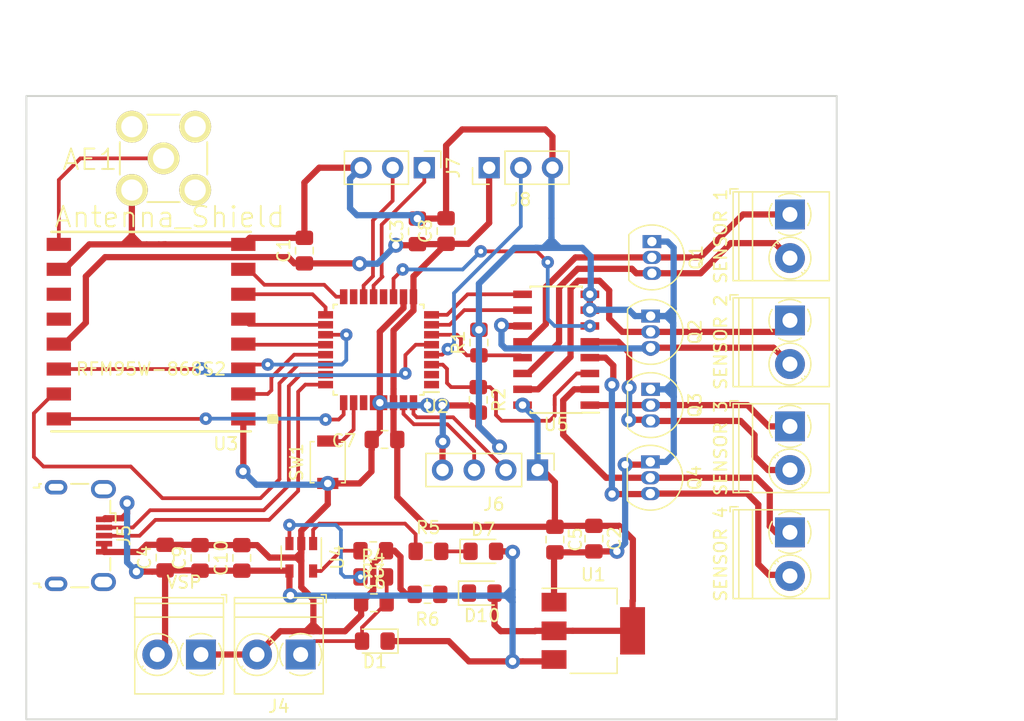
<source format=kicad_pcb>
(kicad_pcb (version 20171130) (host pcbnew "(5.0.0)")

  (general
    (thickness 1.6)
    (drawings 6)
    (tracks 547)
    (zones 0)
    (modules 40)
    (nets 48)
  )

  (page A4)
  (layers
    (0 F.Cu signal)
    (31 B.Cu signal)
    (32 B.Adhes user)
    (33 F.Adhes user)
    (34 B.Paste user)
    (35 F.Paste user)
    (36 B.SilkS user)
    (37 F.SilkS user)
    (38 B.Mask user)
    (39 F.Mask user)
    (40 Dwgs.User user)
    (41 Cmts.User user)
    (42 Eco1.User user)
    (43 Eco2.User user)
    (44 Edge.Cuts user)
    (45 Margin user)
    (46 B.CrtYd user)
    (47 F.CrtYd user)
    (48 B.Fab user)
    (49 F.Fab user)
  )

  (setup
    (last_trace_width 0.3)
    (trace_clearance 0.2)
    (zone_clearance 0.508)
    (zone_45_only no)
    (trace_min 0.2)
    (segment_width 0.2)
    (edge_width 0.15)
    (via_size 1)
    (via_drill 0.4)
    (via_min_size 0.4)
    (via_min_drill 0.3)
    (uvia_size 0.3)
    (uvia_drill 0.1)
    (uvias_allowed no)
    (uvia_min_size 0.2)
    (uvia_min_drill 0.1)
    (pcb_text_width 0.3)
    (pcb_text_size 1.5 1.5)
    (mod_edge_width 0.15)
    (mod_text_size 1 1)
    (mod_text_width 0.15)
    (pad_size 1.15 1.4)
    (pad_drill 0)
    (pad_to_mask_clearance 0.2)
    (aux_axis_origin 0 0)
    (visible_elements 7FFFFFFF)
    (pcbplotparams
      (layerselection 0x010fc_ffffffff)
      (usegerberextensions false)
      (usegerberattributes false)
      (usegerberadvancedattributes false)
      (creategerberjobfile false)
      (excludeedgelayer true)
      (linewidth 0.100000)
      (plotframeref false)
      (viasonmask false)
      (mode 1)
      (useauxorigin false)
      (hpglpennumber 1)
      (hpglpenspeed 20)
      (hpglpendiameter 15.000000)
      (psnegative false)
      (psa4output false)
      (plotreference true)
      (plotvalue true)
      (plotinvisibletext false)
      (padsonsilk false)
      (subtractmaskfromsilk false)
      (outputformat 1)
      (mirror false)
      (drillshape 1)
      (scaleselection 1)
      (outputdirectory ""))
  )

  (net 0 "")
  (net 1 "Net-(AE1-Pad1)")
  (net 2 GND)
  (net 3 +3V3)
  (net 4 VCC)
  (net 5 "Net-(D7-Pad1)")
  (net 6 "Net-(D10-Pad1)")
  (net 7 "Net-(J1-Pad2)")
  (net 8 "Net-(J1-Pad1)")
  (net 9 "Net-(J2-Pad1)")
  (net 10 "Net-(J2-Pad2)")
  (net 11 "Net-(J3-Pad2)")
  (net 12 "Net-(J3-Pad1)")
  (net 13 /D-)
  (net 14 /D+)
  (net 15 /SWDIO)
  (net 16 /Rx)
  (net 17 /Tx)
  (net 18 /DHT_DAT)
  (net 19 "Net-(J9-Pad1)")
  (net 20 "Net-(J9-Pad2)")
  (net 21 /SENS_X)
  (net 22 /SENS_Y)
  (net 23 "Net-(R3-Pad2)")
  (net 24 "Net-(R4-Pad1)")
  (net 25 "Net-(R5-Pad1)")
  (net 26 "Net-(SW1-Pad2)")
  (net 27 "Net-(U2-Pad1)")
  (net 28 "Net-(U2-Pad2)")
  (net 29 /DIO0)
  (net 30 /S0)
  (net 31 /S1)
  (net 32 /EN)
  (net 33 "Net-(U2-Pad12)")
  (net 34 "Net-(U2-Pad15)")
  (net 35 /DIO5)
  (net 36 /RFM_RST)
  (net 37 /SS)
  (net 38 /MOSI)
  (net 39 /SCK)
  (net 40 /MIS0)
  (net 41 /DIO1)
  (net 42 /DIO2)
  (net 43 "Net-(U2-Pad27)")
  (net 44 /SWCLK)
  (net 45 "Net-(U3-Pad11)")
  (net 46 "Net-(U3-Pad12)")
  (net 47 /BAT)

  (net_class Default "This is the default net class."
    (clearance 0.2)
    (trace_width 0.3)
    (via_dia 1)
    (via_drill 0.4)
    (uvia_dia 0.3)
    (uvia_drill 0.1)
    (add_net /BAT)
    (add_net /D+)
    (add_net /D-)
    (add_net /DHT_DAT)
    (add_net /DIO0)
    (add_net /DIO1)
    (add_net /DIO2)
    (add_net /DIO5)
    (add_net /EN)
    (add_net /MIS0)
    (add_net /MOSI)
    (add_net /RFM_RST)
    (add_net /Rx)
    (add_net /S0)
    (add_net /S1)
    (add_net /SCK)
    (add_net /SENS_X)
    (add_net /SENS_Y)
    (add_net /SS)
    (add_net /SWCLK)
    (add_net /SWDIO)
    (add_net /Tx)
    (add_net "Net-(AE1-Pad1)")
    (add_net "Net-(D10-Pad1)")
    (add_net "Net-(D7-Pad1)")
    (add_net "Net-(R3-Pad2)")
    (add_net "Net-(R4-Pad1)")
    (add_net "Net-(R5-Pad1)")
    (add_net "Net-(SW1-Pad2)")
    (add_net "Net-(U2-Pad1)")
    (add_net "Net-(U2-Pad12)")
    (add_net "Net-(U2-Pad15)")
    (add_net "Net-(U2-Pad2)")
    (add_net "Net-(U2-Pad27)")
    (add_net "Net-(U3-Pad11)")
    (add_net "Net-(U3-Pad12)")
  )

  (net_class SOURCE ""
    (clearance 0.2)
    (trace_width 0.5)
    (via_dia 1.2)
    (via_drill 0.6)
    (uvia_dia 0.3)
    (uvia_drill 0.1)
    (add_net +3V3)
    (add_net GND)
    (add_net "Net-(J1-Pad1)")
    (add_net "Net-(J1-Pad2)")
    (add_net "Net-(J2-Pad1)")
    (add_net "Net-(J2-Pad2)")
    (add_net "Net-(J3-Pad1)")
    (add_net "Net-(J3-Pad2)")
    (add_net "Net-(J9-Pad1)")
    (add_net "Net-(J9-Pad2)")
    (add_net VCC)
  )

  (module Capacitor_SMD:C_0805_2012Metric_Pad1.15x1.40mm_HandSolder (layer F.Cu) (tedit 5B36C52B) (tstamp 5BF79DA1)
    (at 126.125 117.025 90)
    (descr "Capacitor SMD 0805 (2012 Metric), square (rectangular) end terminal, IPC_7351 nominal with elongated pad for handsoldering. (Body size source: https://docs.google.com/spreadsheets/d/1BsfQQcO9C6DZCsRaXUlFlo91Tg2WpOkGARC1WS5S8t0/edit?usp=sharing), generated with kicad-footprint-generator")
    (tags "capacitor handsolder")
    (path /5BAD5278)
    (attr smd)
    (fp_text reference C4 (at 0 -1.65 90) (layer F.SilkS)
      (effects (font (size 1 1) (thickness 0.15)))
    )
    (fp_text value 10uf (at 0 1.65 90) (layer F.Fab)
      (effects (font (size 1 1) (thickness 0.15)))
    )
    (fp_line (start -1 0.6) (end -1 -0.6) (layer F.Fab) (width 0.1))
    (fp_line (start -1 -0.6) (end 1 -0.6) (layer F.Fab) (width 0.1))
    (fp_line (start 1 -0.6) (end 1 0.6) (layer F.Fab) (width 0.1))
    (fp_line (start 1 0.6) (end -1 0.6) (layer F.Fab) (width 0.1))
    (fp_line (start -0.261252 -0.71) (end 0.261252 -0.71) (layer F.SilkS) (width 0.12))
    (fp_line (start -0.261252 0.71) (end 0.261252 0.71) (layer F.SilkS) (width 0.12))
    (fp_line (start -1.85 0.95) (end -1.85 -0.95) (layer F.CrtYd) (width 0.05))
    (fp_line (start -1.85 -0.95) (end 1.85 -0.95) (layer F.CrtYd) (width 0.05))
    (fp_line (start 1.85 -0.95) (end 1.85 0.95) (layer F.CrtYd) (width 0.05))
    (fp_line (start 1.85 0.95) (end -1.85 0.95) (layer F.CrtYd) (width 0.05))
    (fp_text user %R (at 0 0 90) (layer F.Fab)
      (effects (font (size 0.5 0.5) (thickness 0.08)))
    )
    (pad 1 smd roundrect (at -1.025 0 90) (size 1.15 1.4) (layers F.Cu F.Paste F.Mask) (roundrect_rratio 0.217391)
      (net 4 VCC))
    (pad 2 smd roundrect (at 1.025 0 90) (size 1.15 1.4) (layers F.Cu F.Paste F.Mask) (roundrect_rratio 0.217391)
      (net 2 GND))
    (model ${KISYS3DMOD}/Capacitor_SMD.3dshapes/C_0805_2012Metric.wrl
      (at (xyz 0 0 0))
      (scale (xyz 1 1 1))
      (rotate (xyz 0 0 0))
    )
  )

  (module Package_TO_SOT_THT:TO-92_Inline (layer F.Cu) (tedit 5BF5D151) (tstamp 5BF79FE2)
    (at 165.175 91.675 270)
    (descr "TO-92 leads in-line, narrow, oval pads, drill 0.75mm (see NXP sot054_po.pdf)")
    (tags "to-92 sc-43 sc-43a sot54 PA33 transistor")
    (path /5BDD1D76)
    (fp_text reference Q1 (at 1.27 -3.56 270) (layer F.SilkS)
      (effects (font (size 1 1) (thickness 0.15)))
    )
    (fp_text value 2N7000 (at 1.27 2.79 270) (layer F.Fab)
      (effects (font (size 1 1) (thickness 0.15)))
    )
    (fp_arc (start 1.27 0) (end 1.27 -2.6) (angle 135) (layer F.SilkS) (width 0.12))
    (fp_arc (start 1.27 0) (end 1.27 -2.48) (angle -135) (layer F.Fab) (width 0.1))
    (fp_arc (start 1.27 0) (end 1.27 -2.6) (angle -135) (layer F.SilkS) (width 0.12))
    (fp_arc (start 1.27 0) (end 1.27 -2.48) (angle 135) (layer F.Fab) (width 0.1))
    (fp_line (start 4 2.01) (end -1.46 2.01) (layer F.CrtYd) (width 0.05))
    (fp_line (start 4 2.01) (end 4 -2.73) (layer F.CrtYd) (width 0.05))
    (fp_line (start -1.46 -2.73) (end -1.46 2.01) (layer F.CrtYd) (width 0.05))
    (fp_line (start -1.46 -2.73) (end 4 -2.73) (layer F.CrtYd) (width 0.05))
    (fp_line (start -0.5 1.75) (end 3 1.75) (layer F.Fab) (width 0.1))
    (fp_line (start -0.53 1.85) (end 3.07 1.85) (layer F.SilkS) (width 0.12))
    (fp_text user %R (at 1.27 -3.56 270) (layer F.Fab)
      (effects (font (size 1 1) (thickness 0.15)))
    )
    (pad 1 thru_hole rect (at 0 0 270) (size 1.05 1.5) (drill 0.75) (layers *.Cu *.Mask)
      (net 2 GND))
    (pad 3 thru_hole oval (at 2.54 0 270) (size 1.05 1.5) (drill 0.75) (layers *.Cu *.Mask)
      (net 7 "Net-(J1-Pad2)"))
    (pad 2 thru_hole oval (at 1.27 0 270) (size 1.05 1.5) (drill 0.75) (layers *.Cu *.Mask)
      (net 8 "Net-(J1-Pad1)"))
    (model ${KISYS3DMOD}/Package_TO_SOT_THT.3dshapes/TO-92_Inline.wrl
      (at (xyz 0 0 0))
      (scale (xyz 1 1 1))
      (rotate (xyz 0 0 0))
    )
  )

  (module TerminalBlock_Phoenix:TerminalBlock_Phoenix_PT-1,5-2-3.5-H_1x02_P3.50mm_Horizontal (layer F.Cu) (tedit 5BF49A57) (tstamp 5BF79EB3)
    (at 176.25 98 270)
    (descr "Terminal Block Phoenix PT-1,5-2-3.5-H, 2 pins, pitch 3.5mm, size 7x7.6mm^2, drill diamater 1.2mm, pad diameter 2.4mm, see , script-generated using https://github.com/pointhi/kicad-footprint-generator/scripts/TerminalBlock_Phoenix")
    (tags "THT Terminal Block Phoenix PT-1,5-2-3.5-H pitch 3.5mm size 7x7.6mm^2 drill 1.2mm pad 2.4mm")
    (path /5BB578EE)
    (fp_text reference J2 (at 1.75 -4.16 270) (layer F.Fab)
      (effects (font (size 1 1) (thickness 0.15)))
    )
    (fp_text value "SENSOR 2" (at 1.75 5.56 270) (layer F.SilkS)
      (effects (font (size 1 1) (thickness 0.15)))
    )
    (fp_arc (start 0 0) (end 0 1.68) (angle -32) (layer F.SilkS) (width 0.12))
    (fp_arc (start 0 0) (end 1.425 0.891) (angle -64) (layer F.SilkS) (width 0.12))
    (fp_arc (start 0 0) (end 0.866 -1.44) (angle -63) (layer F.SilkS) (width 0.12))
    (fp_arc (start 0 0) (end -1.44 -0.866) (angle -63) (layer F.SilkS) (width 0.12))
    (fp_arc (start 0 0) (end -0.866 1.44) (angle -32) (layer F.SilkS) (width 0.12))
    (fp_circle (center 0 0) (end 1.5 0) (layer F.Fab) (width 0.1))
    (fp_circle (center 3.5 0) (end 5 0) (layer F.Fab) (width 0.1))
    (fp_circle (center 3.5 0) (end 5.18 0) (layer F.SilkS) (width 0.12))
    (fp_line (start -1.75 -3.1) (end 5.25 -3.1) (layer F.Fab) (width 0.1))
    (fp_line (start 5.25 -3.1) (end 5.25 4.5) (layer F.Fab) (width 0.1))
    (fp_line (start 5.25 4.5) (end -1.35 4.5) (layer F.Fab) (width 0.1))
    (fp_line (start -1.35 4.5) (end -1.75 4.1) (layer F.Fab) (width 0.1))
    (fp_line (start -1.75 4.1) (end -1.75 -3.1) (layer F.Fab) (width 0.1))
    (fp_line (start -1.75 4.1) (end 5.25 4.1) (layer F.Fab) (width 0.1))
    (fp_line (start -1.81 4.1) (end 5.31 4.1) (layer F.SilkS) (width 0.12))
    (fp_line (start -1.75 3) (end 5.25 3) (layer F.Fab) (width 0.1))
    (fp_line (start -1.81 3) (end 5.31 3) (layer F.SilkS) (width 0.12))
    (fp_line (start -1.81 -3.16) (end 5.31 -3.16) (layer F.SilkS) (width 0.12))
    (fp_line (start -1.81 4.56) (end 5.31 4.56) (layer F.SilkS) (width 0.12))
    (fp_line (start -1.81 -3.16) (end -1.81 4.56) (layer F.SilkS) (width 0.12))
    (fp_line (start 5.31 -3.16) (end 5.31 4.56) (layer F.SilkS) (width 0.12))
    (fp_line (start 1.138 -0.955) (end -0.955 1.138) (layer F.Fab) (width 0.1))
    (fp_line (start 0.955 -1.138) (end -1.138 0.955) (layer F.Fab) (width 0.1))
    (fp_line (start 4.638 -0.955) (end 2.546 1.138) (layer F.Fab) (width 0.1))
    (fp_line (start 4.455 -1.138) (end 2.363 0.955) (layer F.Fab) (width 0.1))
    (fp_line (start 4.775 -1.069) (end 4.646 -0.941) (layer F.SilkS) (width 0.12))
    (fp_line (start 2.525 1.181) (end 2.431 1.274) (layer F.SilkS) (width 0.12))
    (fp_line (start 4.57 -1.275) (end 4.476 -1.181) (layer F.SilkS) (width 0.12))
    (fp_line (start 2.355 0.941) (end 2.226 1.069) (layer F.SilkS) (width 0.12))
    (fp_line (start -2.05 4.16) (end -2.05 4.8) (layer F.SilkS) (width 0.12))
    (fp_line (start -2.05 4.8) (end -1.65 4.8) (layer F.SilkS) (width 0.12))
    (fp_line (start -2.25 -3.6) (end -2.25 5) (layer F.CrtYd) (width 0.05))
    (fp_line (start -2.25 5) (end 5.75 5) (layer F.CrtYd) (width 0.05))
    (fp_line (start 5.75 5) (end 5.75 -3.6) (layer F.CrtYd) (width 0.05))
    (fp_line (start 5.75 -3.6) (end -2.25 -3.6) (layer F.CrtYd) (width 0.05))
    (fp_text user %R (at 1.75 2.4 270) (layer F.Fab)
      (effects (font (size 1 1) (thickness 0.15)))
    )
    (pad 1 thru_hole rect (at 0 0 270) (size 2.4 2.4) (drill 1.2) (layers *.Cu *.Mask)
      (net 9 "Net-(J2-Pad1)"))
    (pad 2 thru_hole circle (at 3.5 0 270) (size 2.4 2.4) (drill 1.2) (layers *.Cu *.Mask)
      (net 10 "Net-(J2-Pad2)"))
    (model ${KISYS3DMOD}/TerminalBlock_Phoenix.3dshapes/TerminalBlock_Phoenix_PT-1,5-2-3.5-H_1x02_P3.50mm_Horizontal.wrl
      (at (xyz 0 0 0))
      (scale (xyz 1 1 1))
      (rotate (xyz 0 0 0))
    )
  )

  (module Connector_PinHeader_2.54mm:PinHeader_1x04_P2.54mm_Vertical (layer F.Cu) (tedit 59FED5CC) (tstamp 5BF79F4E)
    (at 156 110 270)
    (descr "Through hole straight pin header, 1x04, 2.54mm pitch, single row")
    (tags "Through hole pin header THT 1x04 2.54mm single row")
    (path /5BEBEC90)
    (fp_text reference J6 (at 2.75 3.5) (layer F.SilkS)
      (effects (font (size 1 1) (thickness 0.15)))
    )
    (fp_text value Conn_01x04 (at 2.75 5.5) (layer F.Fab)
      (effects (font (size 1 1) (thickness 0.15)))
    )
    (fp_line (start -0.635 -1.27) (end 1.27 -1.27) (layer F.Fab) (width 0.1))
    (fp_line (start 1.27 -1.27) (end 1.27 8.89) (layer F.Fab) (width 0.1))
    (fp_line (start 1.27 8.89) (end -1.27 8.89) (layer F.Fab) (width 0.1))
    (fp_line (start -1.27 8.89) (end -1.27 -0.635) (layer F.Fab) (width 0.1))
    (fp_line (start -1.27 -0.635) (end -0.635 -1.27) (layer F.Fab) (width 0.1))
    (fp_line (start -1.33 8.95) (end 1.33 8.95) (layer F.SilkS) (width 0.12))
    (fp_line (start -1.33 1.27) (end -1.33 8.95) (layer F.SilkS) (width 0.12))
    (fp_line (start 1.33 1.27) (end 1.33 8.95) (layer F.SilkS) (width 0.12))
    (fp_line (start -1.33 1.27) (end 1.33 1.27) (layer F.SilkS) (width 0.12))
    (fp_line (start -1.33 0) (end -1.33 -1.33) (layer F.SilkS) (width 0.12))
    (fp_line (start -1.33 -1.33) (end 0 -1.33) (layer F.SilkS) (width 0.12))
    (fp_line (start -1.8 -1.8) (end -1.8 9.4) (layer F.CrtYd) (width 0.05))
    (fp_line (start -1.8 9.4) (end 1.8 9.4) (layer F.CrtYd) (width 0.05))
    (fp_line (start 1.8 9.4) (end 1.8 -1.8) (layer F.CrtYd) (width 0.05))
    (fp_line (start 1.8 -1.8) (end -1.8 -1.8) (layer F.CrtYd) (width 0.05))
    (fp_text user %R (at -1.825001 3.81) (layer F.Fab)
      (effects (font (size 1 1) (thickness 0.15)))
    )
    (pad 1 thru_hole rect (at 0 0 270) (size 1.7 1.7) (drill 1) (layers *.Cu *.Mask)
      (net 3 +3V3))
    (pad 2 thru_hole oval (at 0 2.54 270) (size 1.7 1.7) (drill 1) (layers *.Cu *.Mask)
      (net 15 /SWDIO))
    (pad 3 thru_hole oval (at 0 5.08 270) (size 1.7 1.7) (drill 1) (layers *.Cu *.Mask)
      (net 44 /SWCLK))
    (pad 4 thru_hole oval (at 0 7.62 270) (size 1.7 1.7) (drill 1) (layers *.Cu *.Mask)
      (net 2 GND))
    (model ${KISYS3DMOD}/Connector_PinHeader_2.54mm.3dshapes/PinHeader_1x04_P2.54mm_Vertical.wrl
      (at (xyz 0 0 0))
      (scale (xyz 1 1 1))
      (rotate (xyz 0 0 0))
    )
  )

  (module Package_SO:SOIC-16_3.9x9.9mm_P1.27mm (layer F.Cu) (tedit 5C427E9F) (tstamp 5C04021F)
    (at 157.5 100.35 180)
    (descr "16-Lead Plastic Small Outline (SL) - Narrow, 3.90 mm Body [SOIC] (see Microchip Packaging Specification 00000049BS.pdf)")
    (tags "SOIC 1.27")
    (path /5C0415EA)
    (attr smd)
    (fp_text reference U5 (at 0 -6 180) (layer F.SilkS)
      (effects (font (size 1 1) (thickness 0.15)))
    )
    (fp_text value 74HC4052 (at 0 6 180) (layer F.Fab)
      (effects (font (size 1 1) (thickness 0.15)))
    )
    (fp_text user %R (at 0 0.5 180) (layer F.Fab)
      (effects (font (size 0.9 0.9) (thickness 0.135)))
    )
    (fp_line (start -0.95 -4.95) (end 1.95 -4.95) (layer F.Fab) (width 0.15))
    (fp_line (start 1.95 -4.95) (end 1.95 4.95) (layer F.Fab) (width 0.15))
    (fp_line (start 1.95 4.95) (end -1.95 4.95) (layer F.Fab) (width 0.15))
    (fp_line (start -1.95 4.95) (end -1.95 -3.95) (layer F.Fab) (width 0.15))
    (fp_line (start -1.95 -3.95) (end -0.95 -4.95) (layer F.Fab) (width 0.15))
    (fp_line (start -3.7 -5.25) (end -3.7 5.25) (layer F.CrtYd) (width 0.05))
    (fp_line (start 3.7 -5.25) (end 3.7 5.25) (layer F.CrtYd) (width 0.05))
    (fp_line (start -3.7 -5.25) (end 3.7 -5.25) (layer F.CrtYd) (width 0.05))
    (fp_line (start -3.7 5.25) (end 3.7 5.25) (layer F.CrtYd) (width 0.05))
    (fp_line (start -2.075 -5.075) (end -2.075 -5.05) (layer F.SilkS) (width 0.15))
    (fp_line (start 2.075 -5.075) (end 2.075 -4.97) (layer F.SilkS) (width 0.15))
    (fp_line (start 2.075 5.075) (end 2.075 4.97) (layer F.SilkS) (width 0.15))
    (fp_line (start -2.075 5.075) (end -2.075 4.97) (layer F.SilkS) (width 0.15))
    (fp_line (start -2.075 -5.075) (end 2.075 -5.075) (layer F.SilkS) (width 0.15))
    (fp_line (start -2.075 5.075) (end 2.075 5.075) (layer F.SilkS) (width 0.15))
    (fp_line (start -2.075 -5.05) (end -3.45 -5.05) (layer F.SilkS) (width 0.15))
    (pad 1 smd rect (at -2.7 -4.445 180) (size 1.5 0.6) (layers F.Cu F.Paste F.Mask)
      (net 12 "Net-(J3-Pad1)"))
    (pad 2 smd rect (at -2.7 -3.175 180) (size 1.5 0.6) (layers F.Cu F.Paste F.Mask)
      (net 19 "Net-(J9-Pad1)"))
    (pad 3 smd rect (at -2.7 -1.905 180) (size 1.5 0.6) (layers F.Cu F.Paste F.Mask)
      (net 22 /SENS_Y))
    (pad 4 smd rect (at -2.7 -0.635 180) (size 1.5 0.6) (layers F.Cu F.Paste F.Mask)
      (net 20 "Net-(J9-Pad2)"))
    (pad 5 smd rect (at -2.7 0.635 180) (size 1.5 0.6) (layers F.Cu F.Paste F.Mask)
      (net 11 "Net-(J3-Pad2)"))
    (pad 6 smd rect (at -2.7 1.905 180) (size 1.5 0.6) (layers F.Cu F.Paste F.Mask)
      (net 32 /EN))
    (pad 7 smd rect (at -2.7 3.175 180) (size 1.5 0.6) (layers F.Cu F.Paste F.Mask)
      (net 2 GND))
    (pad 8 smd rect (at -2.7 4.445 180) (size 1.5 0.6) (layers F.Cu F.Paste F.Mask)
      (net 2 GND))
    (pad 9 smd rect (at 2.7 4.445 180) (size 1.5 0.6) (layers F.Cu F.Paste F.Mask)
      (net 31 /S1))
    (pad 10 smd rect (at 2.7 3.175 180) (size 1.5 0.6) (layers F.Cu F.Paste F.Mask)
      (net 30 /S0))
    (pad 11 smd rect (at 2.7 1.905 180) (size 1.5 0.6) (layers F.Cu F.Paste F.Mask)
      (net 10 "Net-(J2-Pad2)"))
    (pad 12 smd rect (at 2.7 0.635 180) (size 1.5 0.6) (layers F.Cu F.Paste F.Mask)
      (net 8 "Net-(J1-Pad1)"))
    (pad 13 smd rect (at 2.7 -0.635 180) (size 1.5 0.6) (layers F.Cu F.Paste F.Mask)
      (net 21 /SENS_X))
    (pad 14 smd rect (at 2.7 -1.905 180) (size 1.5 0.6) (layers F.Cu F.Paste F.Mask)
      (net 7 "Net-(J1-Pad2)"))
    (pad 15 smd rect (at 2.7 -3.175 180) (size 1.5 0.6) (layers F.Cu F.Paste F.Mask)
      (net 9 "Net-(J2-Pad1)"))
    (pad 16 smd rect (at 2.7 -4.445 180) (size 1.5 0.6) (layers F.Cu F.Paste F.Mask)
      (net 3 +3V3))
    (model ${KISYS3DMOD}/Package_SO.3dshapes/SOIC-16_3.9x9.9mm_P1.27mm.wrl
      (at (xyz 0 0 0))
      (scale (xyz 1 1 1))
      (rotate (xyz 0 0 0))
    )
  )

  (module Rf:AMPHENOL_901-144 (layer F.Cu) (tedit 5BF4A134) (tstamp 5BF79D5D)
    (at 126 85 90)
    (path /5BAFACF3)
    (solder_mask_margin 0.1)
    (fp_text reference AE1 (at -0.1 -5.9 180) (layer F.SilkS)
      (effects (font (size 1.64 1.64) (thickness 0.15)))
    )
    (fp_text value Antenna_Shield (at -4.7 0.5) (layer F.SilkS)
      (effects (font (size 1.64 1.64) (thickness 0.15)))
    )
    (fp_line (start -1.2954 3.5052) (end 1.2954 3.5052) (layer F.SilkS) (width 0.1524))
    (fp_line (start 3.5052 1.2954) (end 3.5052 -1.2954) (layer F.SilkS) (width 0.1524))
    (fp_line (start 1.2954 -3.5052) (end -1.2954 -3.5052) (layer F.SilkS) (width 0.1524))
    (fp_line (start -3.5052 -1.2954) (end -3.5052 1.2954) (layer F.SilkS) (width 0.1524))
    (fp_line (start -3.5052 3.5052) (end 3.5052 3.5052) (layer Dwgs.User) (width 0.1524))
    (fp_line (start 3.5052 3.5052) (end 3.5052 -3.5052) (layer Dwgs.User) (width 0.1524))
    (fp_line (start 3.5052 -3.5052) (end -3.5052 -3.5052) (layer Dwgs.User) (width 0.1524))
    (fp_line (start -3.5052 -3.5052) (end -3.5052 3.5052) (layer Dwgs.User) (width 0.1524))
    (pad 1 thru_hole circle (at 0 0 90) (size 2.5527 2.5527) (drill 1.7018) (layers *.Cu *.Mask F.SilkS)
      (net 1 "Net-(AE1-Pad1)") (solder_mask_margin 0.2))
    (pad 2 thru_hole circle (at -2.54 -2.54 90) (size 2.5527 2.5527) (drill 1.7018) (layers *.Cu *.Mask F.SilkS)
      (net 2 GND) (solder_mask_margin 0.2))
    (pad E thru_hole circle (at -2.54 2.54 90) (size 2.5527 2.5527) (drill 1.7018) (layers *.Cu *.Mask F.SilkS)
      (solder_mask_margin 0.2))
    (pad 4 thru_hole circle (at 2.54 2.54 90) (size 2.5527 2.5527) (drill 1.7018) (layers *.Cu *.Mask F.SilkS)
      (solder_mask_margin 0.2))
    (pad 5 thru_hole circle (at 2.54 -2.54 90) (size 2.5527 2.5527) (drill 1.7018) (layers *.Cu *.Mask F.SilkS)
      (solder_mask_margin 0.2))
  )

  (module Capacitor_SMD:C_0805_2012Metric_Pad1.15x1.40mm_HandSolder (layer F.Cu) (tedit 5B36C52B) (tstamp 5BF79D6E)
    (at 137.3 92.4 90)
    (descr "Capacitor SMD 0805 (2012 Metric), square (rectangular) end terminal, IPC_7351 nominal with elongated pad for handsoldering. (Body size source: https://docs.google.com/spreadsheets/d/1BsfQQcO9C6DZCsRaXUlFlo91Tg2WpOkGARC1WS5S8t0/edit?usp=sharing), generated with kicad-footprint-generator")
    (tags "capacitor handsolder")
    (path /5BAFDB87)
    (attr smd)
    (fp_text reference C1 (at 0 -1.65 90) (layer F.SilkS)
      (effects (font (size 1 1) (thickness 0.15)))
    )
    (fp_text value 0.1uf (at 0 1.65 90) (layer F.Fab)
      (effects (font (size 1 1) (thickness 0.15)))
    )
    (fp_line (start -1 0.6) (end -1 -0.6) (layer F.Fab) (width 0.1))
    (fp_line (start -1 -0.6) (end 1 -0.6) (layer F.Fab) (width 0.1))
    (fp_line (start 1 -0.6) (end 1 0.6) (layer F.Fab) (width 0.1))
    (fp_line (start 1 0.6) (end -1 0.6) (layer F.Fab) (width 0.1))
    (fp_line (start -0.261252 -0.71) (end 0.261252 -0.71) (layer F.SilkS) (width 0.12))
    (fp_line (start -0.261252 0.71) (end 0.261252 0.71) (layer F.SilkS) (width 0.12))
    (fp_line (start -1.85 0.95) (end -1.85 -0.95) (layer F.CrtYd) (width 0.05))
    (fp_line (start -1.85 -0.95) (end 1.85 -0.95) (layer F.CrtYd) (width 0.05))
    (fp_line (start 1.85 -0.95) (end 1.85 0.95) (layer F.CrtYd) (width 0.05))
    (fp_line (start 1.85 0.95) (end -1.85 0.95) (layer F.CrtYd) (width 0.05))
    (fp_text user %R (at 0 0 90) (layer F.Fab)
      (effects (font (size 0.5 0.5) (thickness 0.08)))
    )
    (pad 1 smd roundrect (at -1.025 0 90) (size 1.15 1.4) (layers F.Cu F.Paste F.Mask) (roundrect_rratio 0.217391)
      (net 3 +3V3))
    (pad 2 smd roundrect (at 1.025 0 90) (size 1.15 1.4) (layers F.Cu F.Paste F.Mask) (roundrect_rratio 0.217391)
      (net 2 GND))
    (model ${KISYS3DMOD}/Capacitor_SMD.3dshapes/C_0805_2012Metric.wrl
      (at (xyz 0 0 0))
      (scale (xyz 1 1 1))
      (rotate (xyz 0 0 0))
    )
  )

  (module Capacitor_SMD:C_0805_2012Metric_Pad1.15x1.40mm_HandSolder (layer F.Cu) (tedit 5BFB5168) (tstamp 5BF79D7F)
    (at 160.520631 115.503351 270)
    (descr "Capacitor SMD 0805 (2012 Metric), square (rectangular) end terminal, IPC_7351 nominal with elongated pad for handsoldering. (Body size source: https://docs.google.com/spreadsheets/d/1BsfQQcO9C6DZCsRaXUlFlo91Tg2WpOkGARC1WS5S8t0/edit?usp=sharing), generated with kicad-footprint-generator")
    (tags "capacitor handsolder")
    (path /5BAC083B)
    (attr smd)
    (fp_text reference C2 (at 0 -1.65 270) (layer F.SilkS)
      (effects (font (size 1 1) (thickness 0.15)))
    )
    (fp_text value 0.1uf (at 0 1.65 270) (layer F.Fab)
      (effects (font (size 1 1) (thickness 0.15)))
    )
    (fp_text user %R (at 0 0 270) (layer F.Fab)
      (effects (font (size 0.5 0.5) (thickness 0.08)))
    )
    (fp_line (start 1.85 0.95) (end -1.85 0.95) (layer F.CrtYd) (width 0.05))
    (fp_line (start 1.85 -0.95) (end 1.85 0.95) (layer F.CrtYd) (width 0.05))
    (fp_line (start -1.85 -0.95) (end 1.85 -0.95) (layer F.CrtYd) (width 0.05))
    (fp_line (start -1.85 0.95) (end -1.85 -0.95) (layer F.CrtYd) (width 0.05))
    (fp_line (start -0.261252 0.71) (end 0.261252 0.71) (layer F.SilkS) (width 0.12))
    (fp_line (start -0.261252 -0.71) (end 0.261252 -0.71) (layer F.SilkS) (width 0.12))
    (fp_line (start 1 0.6) (end -1 0.6) (layer F.Fab) (width 0.1))
    (fp_line (start 1 -0.6) (end 1 0.6) (layer F.Fab) (width 0.1))
    (fp_line (start -1 -0.6) (end 1 -0.6) (layer F.Fab) (width 0.1))
    (fp_line (start -1 0.6) (end -1 -0.6) (layer F.Fab) (width 0.1))
    (pad 2 smd roundrect (at 1.025 0 270) (size 1.15 1.4) (layers F.Cu F.Paste F.Mask) (roundrect_rratio 0.217)
      (net 2 GND))
    (pad 1 smd roundrect (at -1.025 0 270) (size 1.15 1.4) (layers F.Cu F.Paste F.Mask) (roundrect_rratio 0.217391)
      (net 3 +3V3))
    (model ${KISYS3DMOD}/Capacitor_SMD.3dshapes/C_0805_2012Metric.wrl
      (at (xyz 0 0 0))
      (scale (xyz 1 1 1))
      (rotate (xyz 0 0 0))
    )
  )

  (module Capacitor_SMD:C_0805_2012Metric_Pad1.15x1.40mm_HandSolder (layer F.Cu) (tedit 5B36C52B) (tstamp 5BF79D90)
    (at 146.365 90.855 90)
    (descr "Capacitor SMD 0805 (2012 Metric), square (rectangular) end terminal, IPC_7351 nominal with elongated pad for handsoldering. (Body size source: https://docs.google.com/spreadsheets/d/1BsfQQcO9C6DZCsRaXUlFlo91Tg2WpOkGARC1WS5S8t0/edit?usp=sharing), generated with kicad-footprint-generator")
    (tags "capacitor handsolder")
    (path /5BAC1D19)
    (attr smd)
    (fp_text reference C3 (at 0 -1.65 90) (layer F.SilkS)
      (effects (font (size 1 1) (thickness 0.15)))
    )
    (fp_text value 1uf (at 0 1.65 90) (layer F.Fab)
      (effects (font (size 1 1) (thickness 0.15)))
    )
    (fp_line (start -1 0.6) (end -1 -0.6) (layer F.Fab) (width 0.1))
    (fp_line (start -1 -0.6) (end 1 -0.6) (layer F.Fab) (width 0.1))
    (fp_line (start 1 -0.6) (end 1 0.6) (layer F.Fab) (width 0.1))
    (fp_line (start 1 0.6) (end -1 0.6) (layer F.Fab) (width 0.1))
    (fp_line (start -0.261252 -0.71) (end 0.261252 -0.71) (layer F.SilkS) (width 0.12))
    (fp_line (start -0.261252 0.71) (end 0.261252 0.71) (layer F.SilkS) (width 0.12))
    (fp_line (start -1.85 0.95) (end -1.85 -0.95) (layer F.CrtYd) (width 0.05))
    (fp_line (start -1.85 -0.95) (end 1.85 -0.95) (layer F.CrtYd) (width 0.05))
    (fp_line (start 1.85 -0.95) (end 1.85 0.95) (layer F.CrtYd) (width 0.05))
    (fp_line (start 1.85 0.95) (end -1.85 0.95) (layer F.CrtYd) (width 0.05))
    (fp_text user %R (at 0 0 90) (layer F.Fab)
      (effects (font (size 0.5 0.5) (thickness 0.08)))
    )
    (pad 1 smd roundrect (at -1.025 0 90) (size 1.15 1.4) (layers F.Cu F.Paste F.Mask) (roundrect_rratio 0.217391)
      (net 3 +3V3))
    (pad 2 smd roundrect (at 1.025 0 90) (size 1.15 1.4) (layers F.Cu F.Paste F.Mask) (roundrect_rratio 0.217391)
      (net 2 GND))
    (model ${KISYS3DMOD}/Capacitor_SMD.3dshapes/C_0805_2012Metric.wrl
      (at (xyz 0 0 0))
      (scale (xyz 1 1 1))
      (rotate (xyz 0 0 0))
    )
  )

  (module Capacitor_SMD:C_0805_2012Metric_Pad1.15x1.40mm_HandSolder (layer F.Cu) (tedit 5B36C52B) (tstamp 5BF79DB2)
    (at 157.395631 115.578351 270)
    (descr "Capacitor SMD 0805 (2012 Metric), square (rectangular) end terminal, IPC_7351 nominal with elongated pad for handsoldering. (Body size source: https://docs.google.com/spreadsheets/d/1BsfQQcO9C6DZCsRaXUlFlo91Tg2WpOkGARC1WS5S8t0/edit?usp=sharing), generated with kicad-footprint-generator")
    (tags "capacitor handsolder")
    (path /5BAD54FC)
    (attr smd)
    (fp_text reference C5 (at 0 -1.65 270) (layer F.SilkS)
      (effects (font (size 1 1) (thickness 0.15)))
    )
    (fp_text value 10uf (at 0 1.65 270) (layer F.Fab)
      (effects (font (size 1 1) (thickness 0.15)))
    )
    (fp_line (start -1 0.6) (end -1 -0.6) (layer F.Fab) (width 0.1))
    (fp_line (start -1 -0.6) (end 1 -0.6) (layer F.Fab) (width 0.1))
    (fp_line (start 1 -0.6) (end 1 0.6) (layer F.Fab) (width 0.1))
    (fp_line (start 1 0.6) (end -1 0.6) (layer F.Fab) (width 0.1))
    (fp_line (start -0.261252 -0.71) (end 0.261252 -0.71) (layer F.SilkS) (width 0.12))
    (fp_line (start -0.261252 0.71) (end 0.261252 0.71) (layer F.SilkS) (width 0.12))
    (fp_line (start -1.85 0.95) (end -1.85 -0.95) (layer F.CrtYd) (width 0.05))
    (fp_line (start -1.85 -0.95) (end 1.85 -0.95) (layer F.CrtYd) (width 0.05))
    (fp_line (start 1.85 -0.95) (end 1.85 0.95) (layer F.CrtYd) (width 0.05))
    (fp_line (start 1.85 0.95) (end -1.85 0.95) (layer F.CrtYd) (width 0.05))
    (fp_text user %R (at 0 0 270) (layer F.Fab)
      (effects (font (size 0.5 0.5) (thickness 0.08)))
    )
    (pad 1 smd roundrect (at -1.025 0 270) (size 1.15 1.4) (layers F.Cu F.Paste F.Mask) (roundrect_rratio 0.217391)
      (net 3 +3V3))
    (pad 2 smd roundrect (at 1.025 0 270) (size 1.15 1.4) (layers F.Cu F.Paste F.Mask) (roundrect_rratio 0.217391)
      (net 2 GND))
    (model ${KISYS3DMOD}/Capacitor_SMD.3dshapes/C_0805_2012Metric.wrl
      (at (xyz 0 0 0))
      (scale (xyz 1 1 1))
      (rotate (xyz 0 0 0))
    )
  )

  (module Capacitor_SMD:C_0805_2012Metric_Pad1.15x1.40mm_HandSolder (layer F.Cu) (tedit 5B36C52B) (tstamp 5BF79DC3)
    (at 142.875 120.65)
    (descr "Capacitor SMD 0805 (2012 Metric), square (rectangular) end terminal, IPC_7351 nominal with elongated pad for handsoldering. (Body size source: https://docs.google.com/spreadsheets/d/1BsfQQcO9C6DZCsRaXUlFlo91Tg2WpOkGARC1WS5S8t0/edit?usp=sharing), generated with kicad-footprint-generator")
    (tags "capacitor handsolder")
    (path /5BC716B5)
    (attr smd)
    (fp_text reference C6 (at 0 -1.65) (layer F.SilkS)
      (effects (font (size 1 1) (thickness 0.15)))
    )
    (fp_text value 10uf (at 0 1.65) (layer F.Fab)
      (effects (font (size 1 1) (thickness 0.15)))
    )
    (fp_text user %R (at 0 0) (layer F.Fab)
      (effects (font (size 0.5 0.5) (thickness 0.08)))
    )
    (fp_line (start 1.85 0.95) (end -1.85 0.95) (layer F.CrtYd) (width 0.05))
    (fp_line (start 1.85 -0.95) (end 1.85 0.95) (layer F.CrtYd) (width 0.05))
    (fp_line (start -1.85 -0.95) (end 1.85 -0.95) (layer F.CrtYd) (width 0.05))
    (fp_line (start -1.85 0.95) (end -1.85 -0.95) (layer F.CrtYd) (width 0.05))
    (fp_line (start -0.261252 0.71) (end 0.261252 0.71) (layer F.SilkS) (width 0.12))
    (fp_line (start -0.261252 -0.71) (end 0.261252 -0.71) (layer F.SilkS) (width 0.12))
    (fp_line (start 1 0.6) (end -1 0.6) (layer F.Fab) (width 0.1))
    (fp_line (start 1 -0.6) (end 1 0.6) (layer F.Fab) (width 0.1))
    (fp_line (start -1 -0.6) (end 1 -0.6) (layer F.Fab) (width 0.1))
    (fp_line (start -1 0.6) (end -1 -0.6) (layer F.Fab) (width 0.1))
    (pad 2 smd roundrect (at 1.025 0) (size 1.15 1.4) (layers F.Cu F.Paste F.Mask) (roundrect_rratio 0.217391)
      (net 47 /BAT))
    (pad 1 smd roundrect (at -1.025 0) (size 1.15 1.4) (layers F.Cu F.Paste F.Mask) (roundrect_rratio 0.217391)
      (net 2 GND))
    (model ${KISYS3DMOD}/Capacitor_SMD.3dshapes/C_0805_2012Metric.wrl
      (at (xyz 0 0 0))
      (scale (xyz 1 1 1))
      (rotate (xyz 0 0 0))
    )
  )

  (module Capacitor_SMD:C_0805_2012Metric_Pad1.15x1.40mm_HandSolder (layer F.Cu) (tedit 5B36C52B) (tstamp 5BF79DD4)
    (at 143.725 107.55 180)
    (descr "Capacitor SMD 0805 (2012 Metric), square (rectangular) end terminal, IPC_7351 nominal with elongated pad for handsoldering. (Body size source: https://docs.google.com/spreadsheets/d/1BsfQQcO9C6DZCsRaXUlFlo91Tg2WpOkGARC1WS5S8t0/edit?usp=sharing), generated with kicad-footprint-generator")
    (tags "capacitor handsolder")
    (path /5BEE9C07)
    (attr smd)
    (fp_text reference C7 (at 3.25 -0.1 180) (layer F.SilkS)
      (effects (font (size 1 1) (thickness 0.15)))
    )
    (fp_text value 0.1uf (at 0 1.65 180) (layer F.Fab)
      (effects (font (size 1 1) (thickness 0.15)))
    )
    (fp_text user %R (at 0 0 180) (layer F.Fab)
      (effects (font (size 0.5 0.5) (thickness 0.08)))
    )
    (fp_line (start 1.85 0.95) (end -1.85 0.95) (layer F.CrtYd) (width 0.05))
    (fp_line (start 1.85 -0.95) (end 1.85 0.95) (layer F.CrtYd) (width 0.05))
    (fp_line (start -1.85 -0.95) (end 1.85 -0.95) (layer F.CrtYd) (width 0.05))
    (fp_line (start -1.85 0.95) (end -1.85 -0.95) (layer F.CrtYd) (width 0.05))
    (fp_line (start -0.261252 0.71) (end 0.261252 0.71) (layer F.SilkS) (width 0.12))
    (fp_line (start -0.261252 -0.71) (end 0.261252 -0.71) (layer F.SilkS) (width 0.12))
    (fp_line (start 1 0.6) (end -1 0.6) (layer F.Fab) (width 0.1))
    (fp_line (start 1 -0.6) (end 1 0.6) (layer F.Fab) (width 0.1))
    (fp_line (start -1 -0.6) (end 1 -0.6) (layer F.Fab) (width 0.1))
    (fp_line (start -1 0.6) (end -1 -0.6) (layer F.Fab) (width 0.1))
    (pad 2 smd roundrect (at 1.025 0 180) (size 1.15 1.4) (layers F.Cu F.Paste F.Mask) (roundrect_rratio 0.217391)
      (net 2 GND))
    (pad 1 smd roundrect (at -1.025 0 180) (size 1.15 1.4) (layers F.Cu F.Paste F.Mask) (roundrect_rratio 0.217391)
      (net 3 +3V3))
    (model ${KISYS3DMOD}/Capacitor_SMD.3dshapes/C_0805_2012Metric.wrl
      (at (xyz 0 0 0))
      (scale (xyz 1 1 1))
      (rotate (xyz 0 0 0))
    )
  )

  (module Capacitor_SMD:C_0805_2012Metric_Pad1.15x1.40mm_HandSolder (layer F.Cu) (tedit 5B36C52B) (tstamp 5BF79DE5)
    (at 148.665 90.83 90)
    (descr "Capacitor SMD 0805 (2012 Metric), square (rectangular) end terminal, IPC_7351 nominal with elongated pad for handsoldering. (Body size source: https://docs.google.com/spreadsheets/d/1BsfQQcO9C6DZCsRaXUlFlo91Tg2WpOkGARC1WS5S8t0/edit?usp=sharing), generated with kicad-footprint-generator")
    (tags "capacitor handsolder")
    (path /5BEB65DE)
    (attr smd)
    (fp_text reference C8 (at 0 -1.65 90) (layer F.SilkS)
      (effects (font (size 1 1) (thickness 0.15)))
    )
    (fp_text value 0.1uf (at 0 1.65 90) (layer F.Fab)
      (effects (font (size 1 1) (thickness 0.15)))
    )
    (fp_text user %R (at 0 0 90) (layer F.Fab)
      (effects (font (size 0.5 0.5) (thickness 0.08)))
    )
    (fp_line (start 1.85 0.95) (end -1.85 0.95) (layer F.CrtYd) (width 0.05))
    (fp_line (start 1.85 -0.95) (end 1.85 0.95) (layer F.CrtYd) (width 0.05))
    (fp_line (start -1.85 -0.95) (end 1.85 -0.95) (layer F.CrtYd) (width 0.05))
    (fp_line (start -1.85 0.95) (end -1.85 -0.95) (layer F.CrtYd) (width 0.05))
    (fp_line (start -0.261252 0.71) (end 0.261252 0.71) (layer F.SilkS) (width 0.12))
    (fp_line (start -0.261252 -0.71) (end 0.261252 -0.71) (layer F.SilkS) (width 0.12))
    (fp_line (start 1 0.6) (end -1 0.6) (layer F.Fab) (width 0.1))
    (fp_line (start 1 -0.6) (end 1 0.6) (layer F.Fab) (width 0.1))
    (fp_line (start -1 -0.6) (end 1 -0.6) (layer F.Fab) (width 0.1))
    (fp_line (start -1 0.6) (end -1 -0.6) (layer F.Fab) (width 0.1))
    (pad 2 smd roundrect (at 1.025 0 90) (size 1.15 1.4) (layers F.Cu F.Paste F.Mask) (roundrect_rratio 0.217391)
      (net 2 GND))
    (pad 1 smd roundrect (at -1.025 0 90) (size 1.15 1.4) (layers F.Cu F.Paste F.Mask) (roundrect_rratio 0.217391)
      (net 3 +3V3))
    (model ${KISYS3DMOD}/Capacitor_SMD.3dshapes/C_0805_2012Metric.wrl
      (at (xyz 0 0 0))
      (scale (xyz 1 1 1))
      (rotate (xyz 0 0 0))
    )
  )

  (module Capacitor_SMD:C_0805_2012Metric_Pad1.15x1.40mm_HandSolder (layer F.Cu) (tedit 5B36C52B) (tstamp 5BF79DF6)
    (at 128.925 117.05 90)
    (descr "Capacitor SMD 0805 (2012 Metric), square (rectangular) end terminal, IPC_7351 nominal with elongated pad for handsoldering. (Body size source: https://docs.google.com/spreadsheets/d/1BsfQQcO9C6DZCsRaXUlFlo91Tg2WpOkGARC1WS5S8t0/edit?usp=sharing), generated with kicad-footprint-generator")
    (tags "capacitor handsolder")
    (path /5BF450D9)
    (attr smd)
    (fp_text reference C9 (at 0 -1.65 90) (layer F.SilkS)
      (effects (font (size 1 1) (thickness 0.15)))
    )
    (fp_text value 47uf (at 0 1.65 90) (layer F.Fab)
      (effects (font (size 1 1) (thickness 0.15)))
    )
    (fp_text user %R (at 0 0 90) (layer F.Fab)
      (effects (font (size 0.5 0.5) (thickness 0.08)))
    )
    (fp_line (start 1.85 0.95) (end -1.85 0.95) (layer F.CrtYd) (width 0.05))
    (fp_line (start 1.85 -0.95) (end 1.85 0.95) (layer F.CrtYd) (width 0.05))
    (fp_line (start -1.85 -0.95) (end 1.85 -0.95) (layer F.CrtYd) (width 0.05))
    (fp_line (start -1.85 0.95) (end -1.85 -0.95) (layer F.CrtYd) (width 0.05))
    (fp_line (start -0.261252 0.71) (end 0.261252 0.71) (layer F.SilkS) (width 0.12))
    (fp_line (start -0.261252 -0.71) (end 0.261252 -0.71) (layer F.SilkS) (width 0.12))
    (fp_line (start 1 0.6) (end -1 0.6) (layer F.Fab) (width 0.1))
    (fp_line (start 1 -0.6) (end 1 0.6) (layer F.Fab) (width 0.1))
    (fp_line (start -1 -0.6) (end 1 -0.6) (layer F.Fab) (width 0.1))
    (fp_line (start -1 0.6) (end -1 -0.6) (layer F.Fab) (width 0.1))
    (pad 2 smd roundrect (at 1.025 0 90) (size 1.15 1.4) (layers F.Cu F.Paste F.Mask) (roundrect_rratio 0.217391)
      (net 2 GND))
    (pad 1 smd roundrect (at -1.025 0 90) (size 1.15 1.4) (layers F.Cu F.Paste F.Mask) (roundrect_rratio 0.217391)
      (net 4 VCC))
    (model ${KISYS3DMOD}/Capacitor_SMD.3dshapes/C_0805_2012Metric.wrl
      (at (xyz 0 0 0))
      (scale (xyz 1 1 1))
      (rotate (xyz 0 0 0))
    )
  )

  (module Capacitor_SMD:C_0805_2012Metric_Pad1.15x1.40mm_HandSolder (layer F.Cu) (tedit 5B36C52B) (tstamp 5BF79E07)
    (at 132.275 117.05 90)
    (descr "Capacitor SMD 0805 (2012 Metric), square (rectangular) end terminal, IPC_7351 nominal with elongated pad for handsoldering. (Body size source: https://docs.google.com/spreadsheets/d/1BsfQQcO9C6DZCsRaXUlFlo91Tg2WpOkGARC1WS5S8t0/edit?usp=sharing), generated with kicad-footprint-generator")
    (tags "capacitor handsolder")
    (path /5BF45235)
    (attr smd)
    (fp_text reference C10 (at 0 -1.65 90) (layer F.SilkS)
      (effects (font (size 1 1) (thickness 0.15)))
    )
    (fp_text value 100nf (at 0 1.65 90) (layer F.Fab)
      (effects (font (size 1 1) (thickness 0.15)))
    )
    (fp_line (start -1 0.6) (end -1 -0.6) (layer F.Fab) (width 0.1))
    (fp_line (start -1 -0.6) (end 1 -0.6) (layer F.Fab) (width 0.1))
    (fp_line (start 1 -0.6) (end 1 0.6) (layer F.Fab) (width 0.1))
    (fp_line (start 1 0.6) (end -1 0.6) (layer F.Fab) (width 0.1))
    (fp_line (start -0.261252 -0.71) (end 0.261252 -0.71) (layer F.SilkS) (width 0.12))
    (fp_line (start -0.261252 0.71) (end 0.261252 0.71) (layer F.SilkS) (width 0.12))
    (fp_line (start -1.85 0.95) (end -1.85 -0.95) (layer F.CrtYd) (width 0.05))
    (fp_line (start -1.85 -0.95) (end 1.85 -0.95) (layer F.CrtYd) (width 0.05))
    (fp_line (start 1.85 -0.95) (end 1.85 0.95) (layer F.CrtYd) (width 0.05))
    (fp_line (start 1.85 0.95) (end -1.85 0.95) (layer F.CrtYd) (width 0.05))
    (fp_text user %R (at 0 0 90) (layer F.Fab)
      (effects (font (size 0.5 0.5) (thickness 0.08)))
    )
    (pad 1 smd roundrect (at -1.025 0 90) (size 1.15 1.4) (layers F.Cu F.Paste F.Mask) (roundrect_rratio 0.217391)
      (net 4 VCC))
    (pad 2 smd roundrect (at 1.025 0 90) (size 1.15 1.4) (layers F.Cu F.Paste F.Mask) (roundrect_rratio 0.217391)
      (net 2 GND))
    (model ${KISYS3DMOD}/Capacitor_SMD.3dshapes/C_0805_2012Metric.wrl
      (at (xyz 0 0 0))
      (scale (xyz 1 1 1))
      (rotate (xyz 0 0 0))
    )
  )

  (module LED_SMD:LED_0805_2012Metric_Pad1.15x1.40mm_HandSolder (layer F.Cu) (tedit 5B4B45C9) (tstamp 5BF79E1A)
    (at 151.65 116.525)
    (descr "LED SMD 0805 (2012 Metric), square (rectangular) end terminal, IPC_7351 nominal, (Body size source: https://docs.google.com/spreadsheets/d/1BsfQQcO9C6DZCsRaXUlFlo91Tg2WpOkGARC1WS5S8t0/edit?usp=sharing), generated with kicad-footprint-generator")
    (tags "LED handsolder")
    (path /5BC0A15A)
    (attr smd)
    (fp_text reference D7 (at -0.01 -1.76) (layer F.SilkS)
      (effects (font (size 1 1) (thickness 0.15)))
    )
    (fp_text value LED (at 0 1.65) (layer F.Fab)
      (effects (font (size 1 1) (thickness 0.15)))
    )
    (fp_line (start 1 -0.6) (end -0.7 -0.6) (layer F.Fab) (width 0.1))
    (fp_line (start -0.7 -0.6) (end -1 -0.3) (layer F.Fab) (width 0.1))
    (fp_line (start -1 -0.3) (end -1 0.6) (layer F.Fab) (width 0.1))
    (fp_line (start -1 0.6) (end 1 0.6) (layer F.Fab) (width 0.1))
    (fp_line (start 1 0.6) (end 1 -0.6) (layer F.Fab) (width 0.1))
    (fp_line (start 1 -0.96) (end -1.86 -0.96) (layer F.SilkS) (width 0.12))
    (fp_line (start -1.86 -0.96) (end -1.86 0.96) (layer F.SilkS) (width 0.12))
    (fp_line (start -1.86 0.96) (end 1 0.96) (layer F.SilkS) (width 0.12))
    (fp_line (start -1.85 0.95) (end -1.85 -0.95) (layer F.CrtYd) (width 0.05))
    (fp_line (start -1.85 -0.95) (end 1.85 -0.95) (layer F.CrtYd) (width 0.05))
    (fp_line (start 1.85 -0.95) (end 1.85 0.95) (layer F.CrtYd) (width 0.05))
    (fp_line (start 1.85 0.95) (end -1.85 0.95) (layer F.CrtYd) (width 0.05))
    (fp_text user %R (at 0 0) (layer F.Fab)
      (effects (font (size 0.5 0.5) (thickness 0.08)))
    )
    (pad 1 smd roundrect (at -1.025 0) (size 1.15 1.4) (layers F.Cu F.Paste F.Mask) (roundrect_rratio 0.217391)
      (net 5 "Net-(D7-Pad1)"))
    (pad 2 smd roundrect (at 1.025 0) (size 1.15 1.4) (layers F.Cu F.Paste F.Mask) (roundrect_rratio 0.217391)
      (net 4 VCC))
    (model ${KISYS3DMOD}/LED_SMD.3dshapes/LED_0805_2012Metric.wrl
      (at (xyz 0 0 0))
      (scale (xyz 1 1 1))
      (rotate (xyz 0 0 0))
    )
  )

  (module LED_SMD:LED_0805_2012Metric_Pad1.15x1.40mm_HandSolder (layer F.Cu) (tedit 5B4B45C9) (tstamp 5BF79E5F)
    (at 151.525 119.875)
    (descr "LED SMD 0805 (2012 Metric), square (rectangular) end terminal, IPC_7351 nominal, (Body size source: https://docs.google.com/spreadsheets/d/1BsfQQcO9C6DZCsRaXUlFlo91Tg2WpOkGARC1WS5S8t0/edit?usp=sharing), generated with kicad-footprint-generator")
    (tags "LED handsolder")
    (path /5BC0A216)
    (attr smd)
    (fp_text reference D10 (at 0.025 1.8) (layer F.SilkS)
      (effects (font (size 1 1) (thickness 0.15)))
    )
    (fp_text value LED (at 0 1.65) (layer F.Fab)
      (effects (font (size 1 1) (thickness 0.15)))
    )
    (fp_text user %R (at 0 0) (layer F.Fab)
      (effects (font (size 0.5 0.5) (thickness 0.08)))
    )
    (fp_line (start 1.85 0.95) (end -1.85 0.95) (layer F.CrtYd) (width 0.05))
    (fp_line (start 1.85 -0.95) (end 1.85 0.95) (layer F.CrtYd) (width 0.05))
    (fp_line (start -1.85 -0.95) (end 1.85 -0.95) (layer F.CrtYd) (width 0.05))
    (fp_line (start -1.85 0.95) (end -1.85 -0.95) (layer F.CrtYd) (width 0.05))
    (fp_line (start -1.86 0.96) (end 1 0.96) (layer F.SilkS) (width 0.12))
    (fp_line (start -1.86 -0.96) (end -1.86 0.96) (layer F.SilkS) (width 0.12))
    (fp_line (start 1 -0.96) (end -1.86 -0.96) (layer F.SilkS) (width 0.12))
    (fp_line (start 1 0.6) (end 1 -0.6) (layer F.Fab) (width 0.1))
    (fp_line (start -1 0.6) (end 1 0.6) (layer F.Fab) (width 0.1))
    (fp_line (start -1 -0.3) (end -1 0.6) (layer F.Fab) (width 0.1))
    (fp_line (start -0.7 -0.6) (end -1 -0.3) (layer F.Fab) (width 0.1))
    (fp_line (start 1 -0.6) (end -0.7 -0.6) (layer F.Fab) (width 0.1))
    (pad 2 smd roundrect (at 1.025 0) (size 1.15 1.4) (layers F.Cu F.Paste F.Mask) (roundrect_rratio 0.217391)
      (net 3 +3V3))
    (pad 1 smd roundrect (at -1.025 0) (size 1.15 1.4) (layers F.Cu F.Paste F.Mask) (roundrect_rratio 0.217391)
      (net 6 "Net-(D10-Pad1)"))
    (model ${KISYS3DMOD}/LED_SMD.3dshapes/LED_0805_2012Metric.wrl
      (at (xyz 0 0 0))
      (scale (xyz 1 1 1))
      (rotate (xyz 0 0 0))
    )
  )

  (module TerminalBlock_Phoenix:TerminalBlock_Phoenix_PT-1,5-2-3.5-H_1x02_P3.50mm_Horizontal (layer F.Cu) (tedit 5BF49A76) (tstamp 5BF79E89)
    (at 176.25 89.5 270)
    (descr "Terminal Block Phoenix PT-1,5-2-3.5-H, 2 pins, pitch 3.5mm, size 7x7.6mm^2, drill diamater 1.2mm, pad diameter 2.4mm, see , script-generated using https://github.com/pointhi/kicad-footprint-generator/scripts/TerminalBlock_Phoenix")
    (tags "THT Terminal Block Phoenix PT-1,5-2-3.5-H pitch 3.5mm size 7x7.6mm^2 drill 1.2mm pad 2.4mm")
    (path /5BB53012)
    (fp_text reference J1 (at 1.75 -4.16 270) (layer F.Fab)
      (effects (font (size 1 1) (thickness 0.15)))
    )
    (fp_text value "SENSOR 1" (at 1.75 5.56 270) (layer F.SilkS)
      (effects (font (size 1 1) (thickness 0.15)))
    )
    (fp_arc (start 0 0) (end 0 1.68) (angle -32) (layer F.SilkS) (width 0.12))
    (fp_arc (start 0 0) (end 1.425 0.891) (angle -64) (layer F.SilkS) (width 0.12))
    (fp_arc (start 0 0) (end 0.866 -1.44) (angle -63) (layer F.SilkS) (width 0.12))
    (fp_arc (start 0 0) (end -1.44 -0.866) (angle -63) (layer F.SilkS) (width 0.12))
    (fp_arc (start 0 0) (end -0.866 1.44) (angle -32) (layer F.SilkS) (width 0.12))
    (fp_circle (center 0 0) (end 1.5 0) (layer F.Fab) (width 0.1))
    (fp_circle (center 3.5 0) (end 5 0) (layer F.Fab) (width 0.1))
    (fp_circle (center 3.5 0) (end 5.18 0) (layer F.SilkS) (width 0.12))
    (fp_line (start -1.75 -3.1) (end 5.25 -3.1) (layer F.Fab) (width 0.1))
    (fp_line (start 5.25 -3.1) (end 5.25 4.5) (layer F.Fab) (width 0.1))
    (fp_line (start 5.25 4.5) (end -1.35 4.5) (layer F.Fab) (width 0.1))
    (fp_line (start -1.35 4.5) (end -1.75 4.1) (layer F.Fab) (width 0.1))
    (fp_line (start -1.75 4.1) (end -1.75 -3.1) (layer F.Fab) (width 0.1))
    (fp_line (start -1.75 4.1) (end 5.25 4.1) (layer F.Fab) (width 0.1))
    (fp_line (start -1.81 4.1) (end 5.31 4.1) (layer F.SilkS) (width 0.12))
    (fp_line (start -1.75 3) (end 5.25 3) (layer F.Fab) (width 0.1))
    (fp_line (start -1.81 3) (end 5.31 3) (layer F.SilkS) (width 0.12))
    (fp_line (start -1.81 -3.16) (end 5.31 -3.16) (layer F.SilkS) (width 0.12))
    (fp_line (start -1.81 4.56) (end 5.31 4.56) (layer F.SilkS) (width 0.12))
    (fp_line (start -1.81 -3.16) (end -1.81 4.56) (layer F.SilkS) (width 0.12))
    (fp_line (start 5.31 -3.16) (end 5.31 4.56) (layer F.SilkS) (width 0.12))
    (fp_line (start 1.138 -0.955) (end -0.955 1.138) (layer F.Fab) (width 0.1))
    (fp_line (start 0.955 -1.138) (end -1.138 0.955) (layer F.Fab) (width 0.1))
    (fp_line (start 4.638 -0.955) (end 2.546 1.138) (layer F.Fab) (width 0.1))
    (fp_line (start 4.455 -1.138) (end 2.363 0.955) (layer F.Fab) (width 0.1))
    (fp_line (start 4.775 -1.069) (end 4.646 -0.941) (layer F.SilkS) (width 0.12))
    (fp_line (start 2.525 1.181) (end 2.431 1.274) (layer F.SilkS) (width 0.12))
    (fp_line (start 4.57 -1.275) (end 4.476 -1.181) (layer F.SilkS) (width 0.12))
    (fp_line (start 2.355 0.941) (end 2.226 1.069) (layer F.SilkS) (width 0.12))
    (fp_line (start -2.05 4.16) (end -2.05 4.8) (layer F.SilkS) (width 0.12))
    (fp_line (start -2.05 4.8) (end -1.65 4.8) (layer F.SilkS) (width 0.12))
    (fp_line (start -2.25 -3.6) (end -2.25 5) (layer F.CrtYd) (width 0.05))
    (fp_line (start -2.25 5) (end 5.75 5) (layer F.CrtYd) (width 0.05))
    (fp_line (start 5.75 5) (end 5.75 -3.6) (layer F.CrtYd) (width 0.05))
    (fp_line (start 5.75 -3.6) (end -2.25 -3.6) (layer F.CrtYd) (width 0.05))
    (fp_text user %R (at 1.75 2.4 270) (layer F.Fab)
      (effects (font (size 1 1) (thickness 0.15)))
    )
    (pad 1 thru_hole rect (at 0 0 270) (size 2.4 2.4) (drill 1.2) (layers *.Cu *.Mask)
      (net 8 "Net-(J1-Pad1)"))
    (pad 2 thru_hole circle (at 3.5 0 270) (size 2.4 2.4) (drill 1.2) (layers *.Cu *.Mask)
      (net 7 "Net-(J1-Pad2)"))
    (model ${KISYS3DMOD}/TerminalBlock_Phoenix.3dshapes/TerminalBlock_Phoenix_PT-1,5-2-3.5-H_1x02_P3.50mm_Horizontal.wrl
      (at (xyz 0 0 0))
      (scale (xyz 1 1 1))
      (rotate (xyz 0 0 0))
    )
  )

  (module TerminalBlock_Phoenix:TerminalBlock_Phoenix_PT-1,5-2-3.5-H_1x02_P3.50mm_Horizontal (layer F.Cu) (tedit 5BF49A36) (tstamp 5BF79EDD)
    (at 176.25 106.5 270)
    (descr "Terminal Block Phoenix PT-1,5-2-3.5-H, 2 pins, pitch 3.5mm, size 7x7.6mm^2, drill diamater 1.2mm, pad diameter 2.4mm, see , script-generated using https://github.com/pointhi/kicad-footprint-generator/scripts/TerminalBlock_Phoenix")
    (tags "THT Terminal Block Phoenix PT-1,5-2-3.5-H pitch 3.5mm size 7x7.6mm^2 drill 1.2mm pad 2.4mm")
    (path /5BE53FA6)
    (fp_text reference J3 (at 1.75 -4.16 270) (layer F.Fab)
      (effects (font (size 1 1) (thickness 0.15)))
    )
    (fp_text value "SENSOR 3" (at 1.75 5.56 270) (layer F.SilkS)
      (effects (font (size 1 1) (thickness 0.15)))
    )
    (fp_text user %R (at 1.75 2.4 270) (layer F.Fab)
      (effects (font (size 1 1) (thickness 0.15)))
    )
    (fp_line (start 5.75 -3.6) (end -2.25 -3.6) (layer F.CrtYd) (width 0.05))
    (fp_line (start 5.75 5) (end 5.75 -3.6) (layer F.CrtYd) (width 0.05))
    (fp_line (start -2.25 5) (end 5.75 5) (layer F.CrtYd) (width 0.05))
    (fp_line (start -2.25 -3.6) (end -2.25 5) (layer F.CrtYd) (width 0.05))
    (fp_line (start -2.05 4.8) (end -1.65 4.8) (layer F.SilkS) (width 0.12))
    (fp_line (start -2.05 4.16) (end -2.05 4.8) (layer F.SilkS) (width 0.12))
    (fp_line (start 2.355 0.941) (end 2.226 1.069) (layer F.SilkS) (width 0.12))
    (fp_line (start 4.57 -1.275) (end 4.476 -1.181) (layer F.SilkS) (width 0.12))
    (fp_line (start 2.525 1.181) (end 2.431 1.274) (layer F.SilkS) (width 0.12))
    (fp_line (start 4.775 -1.069) (end 4.646 -0.941) (layer F.SilkS) (width 0.12))
    (fp_line (start 4.455 -1.138) (end 2.363 0.955) (layer F.Fab) (width 0.1))
    (fp_line (start 4.638 -0.955) (end 2.546 1.138) (layer F.Fab) (width 0.1))
    (fp_line (start 0.955 -1.138) (end -1.138 0.955) (layer F.Fab) (width 0.1))
    (fp_line (start 1.138 -0.955) (end -0.955 1.138) (layer F.Fab) (width 0.1))
    (fp_line (start 5.31 -3.16) (end 5.31 4.56) (layer F.SilkS) (width 0.12))
    (fp_line (start -1.81 -3.16) (end -1.81 4.56) (layer F.SilkS) (width 0.12))
    (fp_line (start -1.81 4.56) (end 5.31 4.56) (layer F.SilkS) (width 0.12))
    (fp_line (start -1.81 -3.16) (end 5.31 -3.16) (layer F.SilkS) (width 0.12))
    (fp_line (start -1.81 3) (end 5.31 3) (layer F.SilkS) (width 0.12))
    (fp_line (start -1.75 3) (end 5.25 3) (layer F.Fab) (width 0.1))
    (fp_line (start -1.81 4.1) (end 5.31 4.1) (layer F.SilkS) (width 0.12))
    (fp_line (start -1.75 4.1) (end 5.25 4.1) (layer F.Fab) (width 0.1))
    (fp_line (start -1.75 4.1) (end -1.75 -3.1) (layer F.Fab) (width 0.1))
    (fp_line (start -1.35 4.5) (end -1.75 4.1) (layer F.Fab) (width 0.1))
    (fp_line (start 5.25 4.5) (end -1.35 4.5) (layer F.Fab) (width 0.1))
    (fp_line (start 5.25 -3.1) (end 5.25 4.5) (layer F.Fab) (width 0.1))
    (fp_line (start -1.75 -3.1) (end 5.25 -3.1) (layer F.Fab) (width 0.1))
    (fp_circle (center 3.5 0) (end 5.18 0) (layer F.SilkS) (width 0.12))
    (fp_circle (center 3.5 0) (end 5 0) (layer F.Fab) (width 0.1))
    (fp_circle (center 0 0) (end 1.5 0) (layer F.Fab) (width 0.1))
    (fp_arc (start 0 0) (end -0.866 1.44) (angle -32) (layer F.SilkS) (width 0.12))
    (fp_arc (start 0 0) (end -1.44 -0.866) (angle -63) (layer F.SilkS) (width 0.12))
    (fp_arc (start 0 0) (end 0.866 -1.44) (angle -63) (layer F.SilkS) (width 0.12))
    (fp_arc (start 0 0) (end 1.425 0.891) (angle -64) (layer F.SilkS) (width 0.12))
    (fp_arc (start 0 0) (end 0 1.68) (angle -32) (layer F.SilkS) (width 0.12))
    (pad 2 thru_hole circle (at 3.5 0 270) (size 2.4 2.4) (drill 1.2) (layers *.Cu *.Mask)
      (net 11 "Net-(J3-Pad2)"))
    (pad 1 thru_hole rect (at 0 0 270) (size 2.4 2.4) (drill 1.2) (layers *.Cu *.Mask)
      (net 12 "Net-(J3-Pad1)"))
    (model ${KISYS3DMOD}/TerminalBlock_Phoenix.3dshapes/TerminalBlock_Phoenix_PT-1,5-2-3.5-H_1x02_P3.50mm_Horizontal.wrl
      (at (xyz 0 0 0))
      (scale (xyz 1 1 1))
      (rotate (xyz 0 0 0))
    )
  )

  (module Connector_USB:USB_Micro-B_Wuerth_629105150521 (layer F.Cu) (tedit 5A142044) (tstamp 5BF79F36)
    (at 119.33 115.26 270)
    (descr "USB Micro-B receptacle, http://www.mouser.com/ds/2/445/629105150521-469306.pdf")
    (tags "usb micro receptacle")
    (path /5BAFF55A)
    (attr smd)
    (fp_text reference J5 (at 0 -3.5 270) (layer F.SilkS)
      (effects (font (size 1 1) (thickness 0.15)))
    )
    (fp_text value USB_B (at 0 5.6 270) (layer F.Fab)
      (effects (font (size 1 1) (thickness 0.15)))
    )
    (fp_line (start -4 -2.25) (end -4 3.15) (layer F.Fab) (width 0.15))
    (fp_line (start -4 3.15) (end -3.7 3.15) (layer F.Fab) (width 0.15))
    (fp_line (start -3.7 3.15) (end -3.7 4.35) (layer F.Fab) (width 0.15))
    (fp_line (start -3.7 4.35) (end 3.7 4.35) (layer F.Fab) (width 0.15))
    (fp_line (start 3.7 4.35) (end 3.7 3.15) (layer F.Fab) (width 0.15))
    (fp_line (start 3.7 3.15) (end 4 3.15) (layer F.Fab) (width 0.15))
    (fp_line (start 4 3.15) (end 4 -2.25) (layer F.Fab) (width 0.15))
    (fp_line (start 4 -2.25) (end -4 -2.25) (layer F.Fab) (width 0.15))
    (fp_line (start -2.7 3.75) (end 2.7 3.75) (layer F.Fab) (width 0.15))
    (fp_line (start -1.075 -2.725) (end -1.3 -2.55) (layer F.Fab) (width 0.15))
    (fp_line (start -1.3 -2.55) (end -1.525 -2.725) (layer F.Fab) (width 0.15))
    (fp_line (start -1.525 -2.725) (end -1.525 -2.95) (layer F.Fab) (width 0.15))
    (fp_line (start -1.525 -2.95) (end -1.075 -2.95) (layer F.Fab) (width 0.15))
    (fp_line (start -1.075 -2.95) (end -1.075 -2.725) (layer F.Fab) (width 0.15))
    (fp_line (start -4.15 -0.65) (end -4.15 0.75) (layer F.SilkS) (width 0.15))
    (fp_line (start -4.15 3.15) (end -4.15 3.3) (layer F.SilkS) (width 0.15))
    (fp_line (start -4.15 3.3) (end -3.85 3.3) (layer F.SilkS) (width 0.15))
    (fp_line (start -3.85 3.3) (end -3.85 3.75) (layer F.SilkS) (width 0.15))
    (fp_line (start 3.85 3.75) (end 3.85 3.3) (layer F.SilkS) (width 0.15))
    (fp_line (start 3.85 3.3) (end 4.15 3.3) (layer F.SilkS) (width 0.15))
    (fp_line (start 4.15 3.3) (end 4.15 3.15) (layer F.SilkS) (width 0.15))
    (fp_line (start 4.15 0.75) (end 4.15 -0.65) (layer F.SilkS) (width 0.15))
    (fp_line (start -1.075 -2.825) (end -1.8 -2.825) (layer F.SilkS) (width 0.15))
    (fp_line (start -1.8 -2.825) (end -1.8 -2.4) (layer F.SilkS) (width 0.15))
    (fp_line (start -1.8 -2.4) (end -2.8 -2.4) (layer F.SilkS) (width 0.15))
    (fp_line (start 1.8 -2.4) (end 2.8 -2.4) (layer F.SilkS) (width 0.15))
    (fp_line (start -4.94 -3.34) (end -4.94 4.85) (layer F.CrtYd) (width 0.05))
    (fp_line (start -4.94 4.85) (end 4.95 4.85) (layer F.CrtYd) (width 0.05))
    (fp_line (start 4.95 4.85) (end 4.95 -3.34) (layer F.CrtYd) (width 0.05))
    (fp_line (start 4.95 -3.34) (end -4.94 -3.34) (layer F.CrtYd) (width 0.05))
    (fp_text user %R (at -0.0508 1.1176 270) (layer F.Fab)
      (effects (font (size 1 1) (thickness 0.15)))
    )
    (fp_text user "PCB Edge" (at 0 3.75 270) (layer Dwgs.User)
      (effects (font (size 0.5 0.5) (thickness 0.08)))
    )
    (pad 1 smd rect (at -1.3 -1.9 270) (size 0.45 1.3) (layers F.Cu F.Paste F.Mask)
      (net 4 VCC))
    (pad 2 smd rect (at -0.65 -1.9 270) (size 0.45 1.3) (layers F.Cu F.Paste F.Mask)
      (net 13 /D-))
    (pad 3 smd rect (at 0 -1.9 270) (size 0.45 1.3) (layers F.Cu F.Paste F.Mask)
      (net 14 /D+))
    (pad 4 smd rect (at 0.65 -1.9 270) (size 0.45 1.3) (layers F.Cu F.Paste F.Mask)
      (net 2 GND))
    (pad 5 smd rect (at 1.3 -1.9 270) (size 0.45 1.3) (layers F.Cu F.Paste F.Mask)
      (net 2 GND))
    (pad 6 thru_hole oval (at -3.725 -1.85 270) (size 1.45 2) (drill oval 0.85 1.4) (layers *.Cu *.Mask))
    (pad 6 thru_hole oval (at 3.725 -1.85 270) (size 1.45 2) (drill oval 0.85 1.4) (layers *.Cu *.Mask))
    (pad 6 thru_hole oval (at -3.875 1.95 270) (size 1.15 1.8) (drill oval 0.55 1.2) (layers *.Cu *.Mask))
    (pad 6 thru_hole oval (at 3.875 1.95 270) (size 1.15 1.8) (drill oval 0.55 1.2) (layers *.Cu *.Mask))
    (pad "" np_thru_hole oval (at -2.5 -0.8 270) (size 0.8 0.8) (drill 0.8) (layers *.Cu *.Mask))
    (pad "" np_thru_hole oval (at 2.5 -0.8 270) (size 0.8 0.8) (drill 0.8) (layers *.Cu *.Mask))
    (model ${KISYS3DMOD}/Connector_USB.3dshapes/USB_Micro-B_Wuerth_629105150521.wrl
      (at (xyz 0 0 0))
      (scale (xyz 1 1 1))
      (rotate (xyz 0 0 0))
    )
  )

  (module Connector_PinHeader_2.54mm:PinHeader_1x03_P2.54mm_Vertical (layer F.Cu) (tedit 59FED5CC) (tstamp 5BF79F65)
    (at 146.92 85.75 270)
    (descr "Through hole straight pin header, 1x03, 2.54mm pitch, single row")
    (tags "Through hole pin header THT 1x03 2.54mm single row")
    (path /5BFD46DB)
    (fp_text reference J7 (at 0 -2.33 270) (layer F.SilkS)
      (effects (font (size 1 1) (thickness 0.15)))
    )
    (fp_text value Conn_01x03 (at 0 7.41 270) (layer F.Fab)
      (effects (font (size 1 1) (thickness 0.15)))
    )
    (fp_line (start -0.635 -1.27) (end 1.27 -1.27) (layer F.Fab) (width 0.1))
    (fp_line (start 1.27 -1.27) (end 1.27 6.35) (layer F.Fab) (width 0.1))
    (fp_line (start 1.27 6.35) (end -1.27 6.35) (layer F.Fab) (width 0.1))
    (fp_line (start -1.27 6.35) (end -1.27 -0.635) (layer F.Fab) (width 0.1))
    (fp_line (start -1.27 -0.635) (end -0.635 -1.27) (layer F.Fab) (width 0.1))
    (fp_line (start -1.33 6.41) (end 1.33 6.41) (layer F.SilkS) (width 0.12))
    (fp_line (start -1.33 1.27) (end -1.33 6.41) (layer F.SilkS) (width 0.12))
    (fp_line (start 1.33 1.27) (end 1.33 6.41) (layer F.SilkS) (width 0.12))
    (fp_line (start -1.33 1.27) (end 1.33 1.27) (layer F.SilkS) (width 0.12))
    (fp_line (start -1.33 0) (end -1.33 -1.33) (layer F.SilkS) (width 0.12))
    (fp_line (start -1.33 -1.33) (end 0 -1.33) (layer F.SilkS) (width 0.12))
    (fp_line (start -1.8 -1.8) (end -1.8 6.85) (layer F.CrtYd) (width 0.05))
    (fp_line (start -1.8 6.85) (end 1.8 6.85) (layer F.CrtYd) (width 0.05))
    (fp_line (start 1.8 6.85) (end 1.8 -1.8) (layer F.CrtYd) (width 0.05))
    (fp_line (start 1.8 -1.8) (end -1.8 -1.8) (layer F.CrtYd) (width 0.05))
    (fp_text user %R (at 0 2.54) (layer F.Fab)
      (effects (font (size 1 1) (thickness 0.15)))
    )
    (pad 1 thru_hole rect (at 0 0 270) (size 1.7 1.7) (drill 1) (layers *.Cu *.Mask)
      (net 17 /Tx))
    (pad 2 thru_hole oval (at 0 2.54 270) (size 1.7 1.7) (drill 1) (layers *.Cu *.Mask)
      (net 16 /Rx))
    (pad 3 thru_hole oval (at 0 5.08 270) (size 1.7 1.7) (drill 1) (layers *.Cu *.Mask)
      (net 2 GND))
    (model ${KISYS3DMOD}/Connector_PinHeader_2.54mm.3dshapes/PinHeader_1x03_P2.54mm_Vertical.wrl
      (at (xyz 0 0 0))
      (scale (xyz 1 1 1))
      (rotate (xyz 0 0 0))
    )
  )

  (module Connector_PinHeader_2.54mm:PinHeader_1x03_P2.54mm_Vertical (layer F.Cu) (tedit 5BF5E7E1) (tstamp 5BF79F7C)
    (at 152.12 85.75 90)
    (descr "Through hole straight pin header, 1x03, 2.54mm pitch, single row")
    (tags "Through hole pin header THT 1x03 2.54mm single row")
    (path /5BE36F4C)
    (fp_text reference J8 (at -2.56 2.52 180) (layer F.SilkS)
      (effects (font (size 1 1) (thickness 0.15)))
    )
    (fp_text value Conn_01x03_Female (at -2.667 2.54 180) (layer F.Fab)
      (effects (font (size 1 1) (thickness 0.15)))
    )
    (fp_text user %R (at 0 2.54 180) (layer F.Fab)
      (effects (font (size 1 1) (thickness 0.15)))
    )
    (fp_line (start 1.8 -1.8) (end -1.8 -1.8) (layer F.CrtYd) (width 0.05))
    (fp_line (start 1.8 6.85) (end 1.8 -1.8) (layer F.CrtYd) (width 0.05))
    (fp_line (start -1.8 6.85) (end 1.8 6.85) (layer F.CrtYd) (width 0.05))
    (fp_line (start -1.8 -1.8) (end -1.8 6.85) (layer F.CrtYd) (width 0.05))
    (fp_line (start -1.33 -1.33) (end 0 -1.33) (layer F.SilkS) (width 0.12))
    (fp_line (start -1.33 0) (end -1.33 -1.33) (layer F.SilkS) (width 0.12))
    (fp_line (start -1.33 1.27) (end 1.33 1.27) (layer F.SilkS) (width 0.12))
    (fp_line (start 1.33 1.27) (end 1.33 6.41) (layer F.SilkS) (width 0.12))
    (fp_line (start -1.33 1.27) (end -1.33 6.41) (layer F.SilkS) (width 0.12))
    (fp_line (start -1.33 6.41) (end 1.33 6.41) (layer F.SilkS) (width 0.12))
    (fp_line (start -1.27 -0.635) (end -0.635 -1.27) (layer F.Fab) (width 0.1))
    (fp_line (start -1.27 6.35) (end -1.27 -0.635) (layer F.Fab) (width 0.1))
    (fp_line (start 1.27 6.35) (end -1.27 6.35) (layer F.Fab) (width 0.1))
    (fp_line (start 1.27 -1.27) (end 1.27 6.35) (layer F.Fab) (width 0.1))
    (fp_line (start -0.635 -1.27) (end 1.27 -1.27) (layer F.Fab) (width 0.1))
    (pad 3 thru_hole oval (at 0 5.08 90) (size 1.7 1.7) (drill 1) (layers *.Cu *.Mask)
      (net 2 GND))
    (pad 2 thru_hole oval (at 0 2.54 90) (size 1.7 1.7) (drill 1) (layers *.Cu *.Mask)
      (net 18 /DHT_DAT))
    (pad 1 thru_hole rect (at 0 0 90) (size 1.7 1.7) (drill 1) (layers *.Cu *.Mask)
      (net 3 +3V3))
    (model ${KISYS3DMOD}/Connector_PinHeader_2.54mm.3dshapes/PinHeader_1x03_P2.54mm_Vertical.wrl
      (at (xyz 0 0 0))
      (scale (xyz 1 1 1))
      (rotate (xyz 0 0 0))
    )
  )

  (module TerminalBlock_Phoenix:TerminalBlock_Phoenix_PT-1,5-2-3.5-H_1x02_P3.50mm_Horizontal (layer F.Cu) (tedit 5BF49AA0) (tstamp 5BF79FA6)
    (at 176.25 115 270)
    (descr "Terminal Block Phoenix PT-1,5-2-3.5-H, 2 pins, pitch 3.5mm, size 7x7.6mm^2, drill diamater 1.2mm, pad diameter 2.4mm, see , script-generated using https://github.com/pointhi/kicad-footprint-generator/scripts/TerminalBlock_Phoenix")
    (tags "THT Terminal Block Phoenix PT-1,5-2-3.5-H pitch 3.5mm size 7x7.6mm^2 drill 1.2mm pad 2.4mm")
    (path /5BDB99E8)
    (fp_text reference J9 (at 1.75 -4.16 270) (layer F.Fab)
      (effects (font (size 1 1) (thickness 0.15)))
    )
    (fp_text value "SENSOR 4" (at 1.75 5.56 270) (layer F.SilkS)
      (effects (font (size 1 1) (thickness 0.15)))
    )
    (fp_arc (start 0 0) (end 0 1.68) (angle -32) (layer F.SilkS) (width 0.12))
    (fp_arc (start 0 0) (end 1.425 0.891) (angle -64) (layer F.SilkS) (width 0.12))
    (fp_arc (start 0 0) (end 0.866 -1.44) (angle -63) (layer F.SilkS) (width 0.12))
    (fp_arc (start 0 0) (end -1.44 -0.866) (angle -63) (layer F.SilkS) (width 0.12))
    (fp_arc (start 0 0) (end -0.866 1.44) (angle -32) (layer F.SilkS) (width 0.12))
    (fp_circle (center 0 0) (end 1.5 0) (layer F.Fab) (width 0.1))
    (fp_circle (center 3.5 0) (end 5 0) (layer F.Fab) (width 0.1))
    (fp_circle (center 3.5 0) (end 5.18 0) (layer F.SilkS) (width 0.12))
    (fp_line (start -1.75 -3.1) (end 5.25 -3.1) (layer F.Fab) (width 0.1))
    (fp_line (start 5.25 -3.1) (end 5.25 4.5) (layer F.Fab) (width 0.1))
    (fp_line (start 5.25 4.5) (end -1.35 4.5) (layer F.Fab) (width 0.1))
    (fp_line (start -1.35 4.5) (end -1.75 4.1) (layer F.Fab) (width 0.1))
    (fp_line (start -1.75 4.1) (end -1.75 -3.1) (layer F.Fab) (width 0.1))
    (fp_line (start -1.75 4.1) (end 5.25 4.1) (layer F.Fab) (width 0.1))
    (fp_line (start -1.81 4.1) (end 5.31 4.1) (layer F.SilkS) (width 0.12))
    (fp_line (start -1.75 3) (end 5.25 3) (layer F.Fab) (width 0.1))
    (fp_line (start -1.81 3) (end 5.31 3) (layer F.SilkS) (width 0.12))
    (fp_line (start -1.81 -3.16) (end 5.31 -3.16) (layer F.SilkS) (width 0.12))
    (fp_line (start -1.81 4.56) (end 5.31 4.56) (layer F.SilkS) (width 0.12))
    (fp_line (start -1.81 -3.16) (end -1.81 4.56) (layer F.SilkS) (width 0.12))
    (fp_line (start 5.31 -3.16) (end 5.31 4.56) (layer F.SilkS) (width 0.12))
    (fp_line (start 1.138 -0.955) (end -0.955 1.138) (layer F.Fab) (width 0.1))
    (fp_line (start 0.955 -1.138) (end -1.138 0.955) (layer F.Fab) (width 0.1))
    (fp_line (start 4.638 -0.955) (end 2.546 1.138) (layer F.Fab) (width 0.1))
    (fp_line (start 4.455 -1.138) (end 2.363 0.955) (layer F.Fab) (width 0.1))
    (fp_line (start 4.775 -1.069) (end 4.646 -0.941) (layer F.SilkS) (width 0.12))
    (fp_line (start 2.525 1.181) (end 2.431 1.274) (layer F.SilkS) (width 0.12))
    (fp_line (start 4.57 -1.275) (end 4.476 -1.181) (layer F.SilkS) (width 0.12))
    (fp_line (start 2.355 0.941) (end 2.226 1.069) (layer F.SilkS) (width 0.12))
    (fp_line (start -2.05 4.16) (end -2.05 4.8) (layer F.SilkS) (width 0.12))
    (fp_line (start -2.05 4.8) (end -1.65 4.8) (layer F.SilkS) (width 0.12))
    (fp_line (start -2.25 -3.6) (end -2.25 5) (layer F.CrtYd) (width 0.05))
    (fp_line (start -2.25 5) (end 5.75 5) (layer F.CrtYd) (width 0.05))
    (fp_line (start 5.75 5) (end 5.75 -3.6) (layer F.CrtYd) (width 0.05))
    (fp_line (start 5.75 -3.6) (end -2.25 -3.6) (layer F.CrtYd) (width 0.05))
    (fp_text user %R (at 1.75 2.4 270) (layer F.Fab)
      (effects (font (size 1 1) (thickness 0.15)))
    )
    (pad 1 thru_hole rect (at 0 0 270) (size 2.4 2.4) (drill 1.2) (layers *.Cu *.Mask)
      (net 19 "Net-(J9-Pad1)"))
    (pad 2 thru_hole circle (at 3.5 0 270) (size 2.4 2.4) (drill 1.2) (layers *.Cu *.Mask)
      (net 20 "Net-(J9-Pad2)"))
    (model ${KISYS3DMOD}/TerminalBlock_Phoenix.3dshapes/TerminalBlock_Phoenix_PT-1,5-2-3.5-H_1x02_P3.50mm_Horizontal.wrl
      (at (xyz 0 0 0))
      (scale (xyz 1 1 1))
      (rotate (xyz 0 0 0))
    )
  )

  (module TerminalBlock_Phoenix:TerminalBlock_Phoenix_PT-1,5-2-3.5-H_1x02_P3.50mm_Horizontal (layer F.Cu) (tedit 5BF49A95) (tstamp 5BF79FD0)
    (at 129 124.8 180)
    (descr "Terminal Block Phoenix PT-1,5-2-3.5-H, 2 pins, pitch 3.5mm, size 7x7.6mm^2, drill diamater 1.2mm, pad diameter 2.4mm, see , script-generated using https://github.com/pointhi/kicad-footprint-generator/scripts/TerminalBlock_Phoenix")
    (tags "THT Terminal Block Phoenix PT-1,5-2-3.5-H pitch 3.5mm size 7x7.6mm^2 drill 1.2mm pad 2.4mm")
    (path /5BEBB2FC)
    (fp_text reference J10 (at 1.75 -4.16 180) (layer F.Fab)
      (effects (font (size 1 1) (thickness 0.15)))
    )
    (fp_text value VSP (at 1.35 5.8 180) (layer F.SilkS)
      (effects (font (size 1 1) (thickness 0.15)))
    )
    (fp_text user %R (at 1.75 2.4 180) (layer F.Fab)
      (effects (font (size 1 1) (thickness 0.15)))
    )
    (fp_line (start 5.75 -3.6) (end -2.25 -3.6) (layer F.CrtYd) (width 0.05))
    (fp_line (start 5.75 5) (end 5.75 -3.6) (layer F.CrtYd) (width 0.05))
    (fp_line (start -2.25 5) (end 5.75 5) (layer F.CrtYd) (width 0.05))
    (fp_line (start -2.25 -3.6) (end -2.25 5) (layer F.CrtYd) (width 0.05))
    (fp_line (start -2.05 4.8) (end -1.65 4.8) (layer F.SilkS) (width 0.12))
    (fp_line (start -2.05 4.16) (end -2.05 4.8) (layer F.SilkS) (width 0.12))
    (fp_line (start 2.355 0.941) (end 2.226 1.069) (layer F.SilkS) (width 0.12))
    (fp_line (start 4.57 -1.275) (end 4.476 -1.181) (layer F.SilkS) (width 0.12))
    (fp_line (start 2.525 1.181) (end 2.431 1.274) (layer F.SilkS) (width 0.12))
    (fp_line (start 4.775 -1.069) (end 4.646 -0.941) (layer F.SilkS) (width 0.12))
    (fp_line (start 4.455 -1.138) (end 2.363 0.955) (layer F.Fab) (width 0.1))
    (fp_line (start 4.638 -0.955) (end 2.546 1.138) (layer F.Fab) (width 0.1))
    (fp_line (start 0.955 -1.138) (end -1.138 0.955) (layer F.Fab) (width 0.1))
    (fp_line (start 1.138 -0.955) (end -0.955 1.138) (layer F.Fab) (width 0.1))
    (fp_line (start 5.31 -3.16) (end 5.31 4.56) (layer F.SilkS) (width 0.12))
    (fp_line (start -1.81 -3.16) (end -1.81 4.56) (layer F.SilkS) (width 0.12))
    (fp_line (start -1.81 4.56) (end 5.31 4.56) (layer F.SilkS) (width 0.12))
    (fp_line (start -1.81 -3.16) (end 5.31 -3.16) (layer F.SilkS) (width 0.12))
    (fp_line (start -1.81 3) (end 5.31 3) (layer F.SilkS) (width 0.12))
    (fp_line (start -1.75 3) (end 5.25 3) (layer F.Fab) (width 0.1))
    (fp_line (start -1.81 4.1) (end 5.31 4.1) (layer F.SilkS) (width 0.12))
    (fp_line (start -1.75 4.1) (end 5.25 4.1) (layer F.Fab) (width 0.1))
    (fp_line (start -1.75 4.1) (end -1.75 -3.1) (layer F.Fab) (width 0.1))
    (fp_line (start -1.35 4.5) (end -1.75 4.1) (layer F.Fab) (width 0.1))
    (fp_line (start 5.25 4.5) (end -1.35 4.5) (layer F.Fab) (width 0.1))
    (fp_line (start 5.25 -3.1) (end 5.25 4.5) (layer F.Fab) (width 0.1))
    (fp_line (start -1.75 -3.1) (end 5.25 -3.1) (layer F.Fab) (width 0.1))
    (fp_circle (center 3.5 0) (end 5.18 0) (layer F.SilkS) (width 0.12))
    (fp_circle (center 3.5 0) (end 5 0) (layer F.Fab) (width 0.1))
    (fp_circle (center 0 0) (end 1.5 0) (layer F.Fab) (width 0.1))
    (fp_arc (start 0 0) (end -0.866 1.44) (angle -32) (layer F.SilkS) (width 0.12))
    (fp_arc (start 0 0) (end -1.44 -0.866) (angle -63) (layer F.SilkS) (width 0.12))
    (fp_arc (start 0 0) (end 0.866 -1.44) (angle -63) (layer F.SilkS) (width 0.12))
    (fp_arc (start 0 0) (end 1.425 0.891) (angle -64) (layer F.SilkS) (width 0.12))
    (fp_arc (start 0 0) (end 0 1.68) (angle -32) (layer F.SilkS) (width 0.12))
    (pad 2 thru_hole circle (at 3.5 0 180) (size 2.4 2.4) (drill 1.2) (layers *.Cu *.Mask)
      (net 4 VCC))
    (pad 1 thru_hole rect (at 0 0 180) (size 2.4 2.4) (drill 1.2) (layers *.Cu *.Mask)
      (net 2 GND))
    (model ${KISYS3DMOD}/TerminalBlock_Phoenix.3dshapes/TerminalBlock_Phoenix_PT-1,5-2-3.5-H_1x02_P3.50mm_Horizontal.wrl
      (at (xyz 0 0 0))
      (scale (xyz 1 1 1))
      (rotate (xyz 0 0 0))
    )
  )

  (module Package_TO_SOT_THT:TO-92_Inline (layer F.Cu) (tedit 5A1DD157) (tstamp 5BF79FF4)
    (at 165.075 97.65 270)
    (descr "TO-92 leads in-line, narrow, oval pads, drill 0.75mm (see NXP sot054_po.pdf)")
    (tags "to-92 sc-43 sc-43a sot54 PA33 transistor")
    (path /5BE35DD4)
    (fp_text reference Q2 (at 1.27 -3.56 270) (layer F.SilkS)
      (effects (font (size 1 1) (thickness 0.15)))
    )
    (fp_text value 2N7000 (at 1.27 2.79 270) (layer F.Fab)
      (effects (font (size 1 1) (thickness 0.15)))
    )
    (fp_text user %R (at 1.27 -3.56 270) (layer F.Fab)
      (effects (font (size 1 1) (thickness 0.15)))
    )
    (fp_line (start -0.53 1.85) (end 3.07 1.85) (layer F.SilkS) (width 0.12))
    (fp_line (start -0.5 1.75) (end 3 1.75) (layer F.Fab) (width 0.1))
    (fp_line (start -1.46 -2.73) (end 4 -2.73) (layer F.CrtYd) (width 0.05))
    (fp_line (start -1.46 -2.73) (end -1.46 2.01) (layer F.CrtYd) (width 0.05))
    (fp_line (start 4 2.01) (end 4 -2.73) (layer F.CrtYd) (width 0.05))
    (fp_line (start 4 2.01) (end -1.46 2.01) (layer F.CrtYd) (width 0.05))
    (fp_arc (start 1.27 0) (end 1.27 -2.48) (angle 135) (layer F.Fab) (width 0.1))
    (fp_arc (start 1.27 0) (end 1.27 -2.6) (angle -135) (layer F.SilkS) (width 0.12))
    (fp_arc (start 1.27 0) (end 1.27 -2.48) (angle -135) (layer F.Fab) (width 0.1))
    (fp_arc (start 1.27 0) (end 1.27 -2.6) (angle 135) (layer F.SilkS) (width 0.12))
    (pad 2 thru_hole oval (at 1.27 0 270) (size 1.05 1.5) (drill 0.75) (layers *.Cu *.Mask)
      (net 9 "Net-(J2-Pad1)"))
    (pad 3 thru_hole oval (at 2.54 0 270) (size 1.05 1.5) (drill 0.75) (layers *.Cu *.Mask)
      (net 10 "Net-(J2-Pad2)"))
    (pad 1 thru_hole rect (at 0 0 270) (size 1.05 1.5) (drill 0.75) (layers *.Cu *.Mask)
      (net 2 GND))
    (model ${KISYS3DMOD}/Package_TO_SOT_THT.3dshapes/TO-92_Inline.wrl
      (at (xyz 0 0 0))
      (scale (xyz 1 1 1))
      (rotate (xyz 0 0 0))
    )
  )

  (module Package_TO_SOT_THT:TO-92_Inline (layer F.Cu) (tedit 5A1DD157) (tstamp 5BF7A006)
    (at 165.075 103.525 270)
    (descr "TO-92 leads in-line, narrow, oval pads, drill 0.75mm (see NXP sot054_po.pdf)")
    (tags "to-92 sc-43 sc-43a sot54 PA33 transistor")
    (path /5BE35E50)
    (fp_text reference Q3 (at 1.27 -3.56 270) (layer F.SilkS)
      (effects (font (size 1 1) (thickness 0.15)))
    )
    (fp_text value 2N7000 (at 1.27 2.79 270) (layer F.Fab)
      (effects (font (size 1 1) (thickness 0.15)))
    )
    (fp_text user %R (at 1.27 -3.56 270) (layer F.Fab)
      (effects (font (size 1 1) (thickness 0.15)))
    )
    (fp_line (start -0.53 1.85) (end 3.07 1.85) (layer F.SilkS) (width 0.12))
    (fp_line (start -0.5 1.75) (end 3 1.75) (layer F.Fab) (width 0.1))
    (fp_line (start -1.46 -2.73) (end 4 -2.73) (layer F.CrtYd) (width 0.05))
    (fp_line (start -1.46 -2.73) (end -1.46 2.01) (layer F.CrtYd) (width 0.05))
    (fp_line (start 4 2.01) (end 4 -2.73) (layer F.CrtYd) (width 0.05))
    (fp_line (start 4 2.01) (end -1.46 2.01) (layer F.CrtYd) (width 0.05))
    (fp_arc (start 1.27 0) (end 1.27 -2.48) (angle 135) (layer F.Fab) (width 0.1))
    (fp_arc (start 1.27 0) (end 1.27 -2.6) (angle -135) (layer F.SilkS) (width 0.12))
    (fp_arc (start 1.27 0) (end 1.27 -2.48) (angle -135) (layer F.Fab) (width 0.1))
    (fp_arc (start 1.27 0) (end 1.27 -2.6) (angle 135) (layer F.SilkS) (width 0.12))
    (pad 2 thru_hole oval (at 1.27 0 270) (size 1.05 1.5) (drill 0.75) (layers *.Cu *.Mask)
      (net 12 "Net-(J3-Pad1)"))
    (pad 3 thru_hole oval (at 2.54 0 270) (size 1.05 1.5) (drill 0.75) (layers *.Cu *.Mask)
      (net 11 "Net-(J3-Pad2)"))
    (pad 1 thru_hole rect (at 0 0 270) (size 1.05 1.5) (drill 0.75) (layers *.Cu *.Mask)
      (net 2 GND))
    (model ${KISYS3DMOD}/Package_TO_SOT_THT.3dshapes/TO-92_Inline.wrl
      (at (xyz 0 0 0))
      (scale (xyz 1 1 1))
      (rotate (xyz 0 0 0))
    )
  )

  (module Package_TO_SOT_THT:TO-92_Inline (layer F.Cu) (tedit 5A1DD157) (tstamp 5BF7A018)
    (at 165.05 109.35 270)
    (descr "TO-92 leads in-line, narrow, oval pads, drill 0.75mm (see NXP sot054_po.pdf)")
    (tags "to-92 sc-43 sc-43a sot54 PA33 transistor")
    (path /5BDC958C)
    (fp_text reference Q4 (at 1.27 -3.56 270) (layer F.SilkS)
      (effects (font (size 1 1) (thickness 0.15)))
    )
    (fp_text value 2N7000 (at 1.27 2.79 270) (layer F.Fab)
      (effects (font (size 1 1) (thickness 0.15)))
    )
    (fp_arc (start 1.27 0) (end 1.27 -2.6) (angle 135) (layer F.SilkS) (width 0.12))
    (fp_arc (start 1.27 0) (end 1.27 -2.48) (angle -135) (layer F.Fab) (width 0.1))
    (fp_arc (start 1.27 0) (end 1.27 -2.6) (angle -135) (layer F.SilkS) (width 0.12))
    (fp_arc (start 1.27 0) (end 1.27 -2.48) (angle 135) (layer F.Fab) (width 0.1))
    (fp_line (start 4 2.01) (end -1.46 2.01) (layer F.CrtYd) (width 0.05))
    (fp_line (start 4 2.01) (end 4 -2.73) (layer F.CrtYd) (width 0.05))
    (fp_line (start -1.46 -2.73) (end -1.46 2.01) (layer F.CrtYd) (width 0.05))
    (fp_line (start -1.46 -2.73) (end 4 -2.73) (layer F.CrtYd) (width 0.05))
    (fp_line (start -0.5 1.75) (end 3 1.75) (layer F.Fab) (width 0.1))
    (fp_line (start -0.53 1.85) (end 3.07 1.85) (layer F.SilkS) (width 0.12))
    (fp_text user %R (at 1.27 -3.56 270) (layer F.Fab)
      (effects (font (size 1 1) (thickness 0.15)))
    )
    (pad 1 thru_hole rect (at 0 0 270) (size 1.05 1.5) (drill 0.75) (layers *.Cu *.Mask)
      (net 2 GND))
    (pad 3 thru_hole oval (at 2.54 0 270) (size 1.05 1.5) (drill 0.75) (layers *.Cu *.Mask)
      (net 20 "Net-(J9-Pad2)"))
    (pad 2 thru_hole oval (at 1.27 0 270) (size 1.05 1.5) (drill 0.75) (layers *.Cu *.Mask)
      (net 19 "Net-(J9-Pad1)"))
    (model ${KISYS3DMOD}/Package_TO_SOT_THT.3dshapes/TO-92_Inline.wrl
      (at (xyz 0 0 0))
      (scale (xyz 1 1 1))
      (rotate (xyz 0 0 0))
    )
  )

  (module Resistor_SMD:R_0805_2012Metric_Pad1.15x1.40mm_HandSolder (layer F.Cu) (tedit 5BFB6335) (tstamp 5BF7A029)
    (at 151.3 99.775 90)
    (descr "Resistor SMD 0805 (2012 Metric), square (rectangular) end terminal, IPC_7351 nominal with elongated pad for handsoldering. (Body size source: https://docs.google.com/spreadsheets/d/1BsfQQcO9C6DZCsRaXUlFlo91Tg2WpOkGARC1WS5S8t0/edit?usp=sharing), generated with kicad-footprint-generator")
    (tags "resistor handsolder")
    (path /5BB55DB0)
    (attr smd)
    (fp_text reference R1 (at 0 -1.65 90) (layer F.SilkS)
      (effects (font (size 1 1) (thickness 0.15)))
    )
    (fp_text value 4K7 (at 0 1.65 90) (layer F.Fab)
      (effects (font (size 1 1) (thickness 0.15)))
    )
    (fp_line (start -1 0.6) (end -1 -0.6) (layer F.Fab) (width 0.1))
    (fp_line (start -1 -0.6) (end 1 -0.6) (layer F.Fab) (width 0.1))
    (fp_line (start 1 -0.6) (end 1 0.6) (layer F.Fab) (width 0.1))
    (fp_line (start 1 0.6) (end -1 0.6) (layer F.Fab) (width 0.1))
    (fp_line (start -0.261252 -0.71) (end 0.261252 -0.71) (layer F.SilkS) (width 0.12))
    (fp_line (start -0.261252 0.71) (end 0.261252 0.71) (layer F.SilkS) (width 0.12))
    (fp_line (start -1.85 0.95) (end -1.85 -0.95) (layer F.CrtYd) (width 0.05))
    (fp_line (start -1.85 -0.95) (end 1.85 -0.95) (layer F.CrtYd) (width 0.05))
    (fp_line (start 1.85 -0.95) (end 1.85 0.95) (layer F.CrtYd) (width 0.05))
    (fp_line (start 1.85 0.95) (end -1.85 0.95) (layer F.CrtYd) (width 0.05))
    (fp_text user %R (at 0.105 0.13 90) (layer F.Fab)
      (effects (font (size 0.5 0.5) (thickness 0.08)))
    )
    (pad 1 smd roundrect (at -1.025 0 90) (size 1.15 1.4) (layers F.Cu F.Paste F.Mask) (roundrect_rratio 0.217391)
      (net 21 /SENS_X))
    (pad 2 smd roundrect (at 1.025 0 90) (size 1.15 1.4) (layers F.Cu F.Paste F.Mask) (roundrect_rratio 0.217391)
      (net 2 GND))
    (model ${KISYS3DMOD}/Resistor_SMD.3dshapes/R_0805_2012Metric.wrl
      (at (xyz 0 0 0))
      (scale (xyz 1 1 1))
      (rotate (xyz 0 0 0))
    )
  )

  (module Resistor_SMD:R_0805_2012Metric_Pad1.15x1.40mm_HandSolder (layer F.Cu) (tedit 5B36C52B) (tstamp 5BF7A03A)
    (at 151.25 104.375 270)
    (descr "Resistor SMD 0805 (2012 Metric), square (rectangular) end terminal, IPC_7351 nominal with elongated pad for handsoldering. (Body size source: https://docs.google.com/spreadsheets/d/1BsfQQcO9C6DZCsRaXUlFlo91Tg2WpOkGARC1WS5S8t0/edit?usp=sharing), generated with kicad-footprint-generator")
    (tags "resistor handsolder")
    (path /5BB5859B)
    (attr smd)
    (fp_text reference R2 (at 0 -1.65 270) (layer F.SilkS)
      (effects (font (size 1 1) (thickness 0.15)))
    )
    (fp_text value 4K7 (at 0 1.65 270) (layer F.Fab)
      (effects (font (size 1 1) (thickness 0.15)))
    )
    (fp_text user %R (at 0 0 270) (layer F.Fab)
      (effects (font (size 0.5 0.5) (thickness 0.08)))
    )
    (fp_line (start 1.85 0.95) (end -1.85 0.95) (layer F.CrtYd) (width 0.05))
    (fp_line (start 1.85 -0.95) (end 1.85 0.95) (layer F.CrtYd) (width 0.05))
    (fp_line (start -1.85 -0.95) (end 1.85 -0.95) (layer F.CrtYd) (width 0.05))
    (fp_line (start -1.85 0.95) (end -1.85 -0.95) (layer F.CrtYd) (width 0.05))
    (fp_line (start -0.261252 0.71) (end 0.261252 0.71) (layer F.SilkS) (width 0.12))
    (fp_line (start -0.261252 -0.71) (end 0.261252 -0.71) (layer F.SilkS) (width 0.12))
    (fp_line (start 1 0.6) (end -1 0.6) (layer F.Fab) (width 0.1))
    (fp_line (start 1 -0.6) (end 1 0.6) (layer F.Fab) (width 0.1))
    (fp_line (start -1 -0.6) (end 1 -0.6) (layer F.Fab) (width 0.1))
    (fp_line (start -1 0.6) (end -1 -0.6) (layer F.Fab) (width 0.1))
    (pad 2 smd roundrect (at 1.025 0 270) (size 1.15 1.4) (layers F.Cu F.Paste F.Mask) (roundrect_rratio 0.217391)
      (net 2 GND))
    (pad 1 smd roundrect (at -1.025 0 270) (size 1.15 1.4) (layers F.Cu F.Paste F.Mask) (roundrect_rratio 0.217391)
      (net 22 /SENS_Y))
    (model ${KISYS3DMOD}/Resistor_SMD.3dshapes/R_0805_2012Metric.wrl
      (at (xyz 0 0 0))
      (scale (xyz 1 1 1))
      (rotate (xyz 0 0 0))
    )
  )

  (module Button_Switch_SMD:SW_SPST_B3U-1000P (layer F.Cu) (tedit 5A02FC95) (tstamp 5BF7A08C)
    (at 139.175 109.375 90)
    (descr "Ultra-small-sized Tactile Switch with High Contact Reliability, Top-actuated Model, without Ground Terminal, without Boss")
    (tags "Tactile Switch")
    (path /5BAF7531)
    (attr smd)
    (fp_text reference SW1 (at 0 -2.5 90) (layer F.SilkS)
      (effects (font (size 1 1) (thickness 0.15)))
    )
    (fp_text value RST (at 0 2.5 90) (layer F.Fab)
      (effects (font (size 1 1) (thickness 0.15)))
    )
    (fp_text user %R (at 0 -2.5 90) (layer F.Fab)
      (effects (font (size 1 1) (thickness 0.15)))
    )
    (fp_line (start -2.4 1.65) (end 2.4 1.65) (layer F.CrtYd) (width 0.05))
    (fp_line (start 2.4 1.65) (end 2.4 -1.65) (layer F.CrtYd) (width 0.05))
    (fp_line (start 2.4 -1.65) (end -2.4 -1.65) (layer F.CrtYd) (width 0.05))
    (fp_line (start -2.4 -1.65) (end -2.4 1.65) (layer F.CrtYd) (width 0.05))
    (fp_line (start -1.65 1.1) (end -1.65 1.4) (layer F.SilkS) (width 0.12))
    (fp_line (start -1.65 1.4) (end 1.65 1.4) (layer F.SilkS) (width 0.12))
    (fp_line (start 1.65 1.4) (end 1.65 1.1) (layer F.SilkS) (width 0.12))
    (fp_line (start -1.65 -1.1) (end -1.65 -1.4) (layer F.SilkS) (width 0.12))
    (fp_line (start -1.65 -1.4) (end 1.65 -1.4) (layer F.SilkS) (width 0.12))
    (fp_line (start 1.65 -1.4) (end 1.65 -1.1) (layer F.SilkS) (width 0.12))
    (fp_line (start -1.5 -1.25) (end 1.5 -1.25) (layer F.Fab) (width 0.1))
    (fp_line (start 1.5 -1.25) (end 1.5 1.25) (layer F.Fab) (width 0.1))
    (fp_line (start 1.5 1.25) (end -1.5 1.25) (layer F.Fab) (width 0.1))
    (fp_line (start -1.5 1.25) (end -1.5 -1.25) (layer F.Fab) (width 0.1))
    (fp_circle (center 0 0) (end 0.75 0) (layer F.Fab) (width 0.1))
    (pad 1 smd rect (at -1.7 0 90) (size 0.9 1.7) (layers F.Cu F.Paste F.Mask)
      (net 2 GND))
    (pad 2 smd rect (at 1.7 0 90) (size 0.9 1.7) (layers F.Cu F.Paste F.Mask)
      (net 26 "Net-(SW1-Pad2)"))
    (model ${KISYS3DMOD}/Button_Switch_SMD.3dshapes/SW_SPST_B3U-1000P.wrl
      (at (xyz 0 0 0))
      (scale (xyz 1 1 1))
      (rotate (xyz 0 0 0))
    )
  )

  (module Package_QFP:LQFP-32_7x7mm_P0.8mm (layer F.Cu) (tedit 5A02F146) (tstamp 5BF7A0D8)
    (at 143.25 100.35 180)
    (descr "LQFP32: plastic low profile quad flat package; 32 leads; body 7 x 7 x 1.4 mm (see NXP sot358-1_po.pdf and sot358-1_fr.pdf)")
    (tags "QFP 0.8")
    (path /5BAD6569)
    (attr smd)
    (fp_text reference U2 (at -4.65 -4.55 180) (layer F.SilkS)
      (effects (font (size 1 1) (thickness 0.15)))
    )
    (fp_text value ATSAMD21E18A-MU (at 0 5.85 180) (layer F.Fab)
      (effects (font (size 1 1) (thickness 0.15)))
    )
    (fp_text user %R (at 0 0 180) (layer F.Fab)
      (effects (font (size 1 1) (thickness 0.15)))
    )
    (fp_line (start -2.5 -3.5) (end 3.5 -3.5) (layer F.Fab) (width 0.15))
    (fp_line (start 3.5 -3.5) (end 3.5 3.5) (layer F.Fab) (width 0.15))
    (fp_line (start 3.5 3.5) (end -3.5 3.5) (layer F.Fab) (width 0.15))
    (fp_line (start -3.5 3.5) (end -3.5 -2.5) (layer F.Fab) (width 0.15))
    (fp_line (start -3.5 -2.5) (end -2.5 -3.5) (layer F.Fab) (width 0.15))
    (fp_line (start -5.1 -5.1) (end -5.1 5.1) (layer F.CrtYd) (width 0.05))
    (fp_line (start 5.1 -5.1) (end 5.1 5.1) (layer F.CrtYd) (width 0.05))
    (fp_line (start -5.1 -5.1) (end 5.1 -5.1) (layer F.CrtYd) (width 0.05))
    (fp_line (start -5.1 5.1) (end 5.1 5.1) (layer F.CrtYd) (width 0.05))
    (fp_line (start -3.625 -3.625) (end -3.625 -3.4) (layer F.SilkS) (width 0.15))
    (fp_line (start 3.625 -3.625) (end 3.625 -3.325) (layer F.SilkS) (width 0.15))
    (fp_line (start 3.625 3.625) (end 3.625 3.325) (layer F.SilkS) (width 0.15))
    (fp_line (start -3.625 3.625) (end -3.625 3.325) (layer F.SilkS) (width 0.15))
    (fp_line (start -3.625 -3.625) (end -3.325 -3.625) (layer F.SilkS) (width 0.15))
    (fp_line (start -3.625 3.625) (end -3.325 3.625) (layer F.SilkS) (width 0.15))
    (fp_line (start 3.625 3.625) (end 3.325 3.625) (layer F.SilkS) (width 0.15))
    (fp_line (start 3.625 -3.625) (end 3.325 -3.625) (layer F.SilkS) (width 0.15))
    (fp_line (start -3.625 -3.4) (end -4.85 -3.4) (layer F.SilkS) (width 0.15))
    (pad 1 smd rect (at -4.25 -2.8 180) (size 1.2 0.6) (layers F.Cu F.Paste F.Mask)
      (net 27 "Net-(U2-Pad1)"))
    (pad 2 smd rect (at -4.25 -2 180) (size 1.2 0.6) (layers F.Cu F.Paste F.Mask)
      (net 28 "Net-(U2-Pad2)"))
    (pad 3 smd rect (at -4.25 -1.2 180) (size 1.2 0.6) (layers F.Cu F.Paste F.Mask)
      (net 22 /SENS_Y))
    (pad 4 smd rect (at -4.25 -0.4 180) (size 1.2 0.6) (layers F.Cu F.Paste F.Mask)
      (net 18 /DHT_DAT))
    (pad 5 smd rect (at -4.25 0.4 180) (size 1.2 0.6) (layers F.Cu F.Paste F.Mask)
      (net 29 /DIO0))
    (pad 6 smd rect (at -4.25 1.2 180) (size 1.2 0.6) (layers F.Cu F.Paste F.Mask)
      (net 21 /SENS_X))
    (pad 7 smd rect (at -4.25 2 180) (size 1.2 0.6) (layers F.Cu F.Paste F.Mask)
      (net 30 /S0))
    (pad 8 smd rect (at -4.25 2.8 180) (size 1.2 0.6) (layers F.Cu F.Paste F.Mask)
      (net 31 /S1))
    (pad 9 smd rect (at -2.8 4.25 270) (size 1.2 0.6) (layers F.Cu F.Paste F.Mask)
      (net 3 +3V3))
    (pad 10 smd rect (at -2 4.25 270) (size 1.2 0.6) (layers F.Cu F.Paste F.Mask)
      (net 2 GND))
    (pad 11 smd rect (at -1.2 4.25 270) (size 1.2 0.6) (layers F.Cu F.Paste F.Mask)
      (net 32 /EN))
    (pad 12 smd rect (at -0.4 4.25 270) (size 1.2 0.6) (layers F.Cu F.Paste F.Mask)
      (net 33 "Net-(U2-Pad12)"))
    (pad 13 smd rect (at 0.4 4.25 270) (size 1.2 0.6) (layers F.Cu F.Paste F.Mask)
      (net 17 /Tx))
    (pad 14 smd rect (at 1.2 4.25 270) (size 1.2 0.6) (layers F.Cu F.Paste F.Mask)
      (net 16 /Rx))
    (pad 15 smd rect (at 2 4.25 270) (size 1.2 0.6) (layers F.Cu F.Paste F.Mask)
      (net 34 "Net-(U2-Pad15)"))
    (pad 16 smd rect (at 2.8 4.25 270) (size 1.2 0.6) (layers F.Cu F.Paste F.Mask)
      (net 35 /DIO5))
    (pad 17 smd rect (at 4.25 2.8 180) (size 1.2 0.6) (layers F.Cu F.Paste F.Mask)
      (net 36 /RFM_RST))
    (pad 18 smd rect (at 4.25 2 180) (size 1.2 0.6) (layers F.Cu F.Paste F.Mask)
      (net 37 /SS))
    (pad 19 smd rect (at 4.25 1.2 180) (size 1.2 0.6) (layers F.Cu F.Paste F.Mask)
      (net 38 /MOSI))
    (pad 20 smd rect (at 4.25 0.4 180) (size 1.2 0.6) (layers F.Cu F.Paste F.Mask)
      (net 39 /SCK))
    (pad 21 smd rect (at 4.25 -0.4 180) (size 1.2 0.6) (layers F.Cu F.Paste F.Mask)
      (net 40 /MIS0))
    (pad 22 smd rect (at 4.25 -1.2 180) (size 1.2 0.6) (layers F.Cu F.Paste F.Mask)
      (net 41 /DIO1))
    (pad 23 smd rect (at 4.25 -2 180) (size 1.2 0.6) (layers F.Cu F.Paste F.Mask)
      (net 13 /D-))
    (pad 24 smd rect (at 4.25 -2.8 180) (size 1.2 0.6) (layers F.Cu F.Paste F.Mask)
      (net 14 /D+))
    (pad 25 smd rect (at 2.8 -4.25 270) (size 1.2 0.6) (layers F.Cu F.Paste F.Mask)
      (net 42 /DIO2))
    (pad 26 smd rect (at 2 -4.25 270) (size 1.2 0.6) (layers F.Cu F.Paste F.Mask)
      (net 26 "Net-(SW1-Pad2)"))
    (pad 27 smd rect (at 1.2 -4.25 270) (size 1.2 0.6) (layers F.Cu F.Paste F.Mask)
      (net 43 "Net-(U2-Pad27)"))
    (pad 28 smd rect (at 0.4 -4.25 270) (size 1.2 0.6) (layers F.Cu F.Paste F.Mask)
      (net 2 GND))
    (pad 29 smd rect (at -0.4 -4.25 270) (size 1.2 0.6) (layers F.Cu F.Paste F.Mask)
      (net 2 GND))
    (pad 30 smd rect (at -1.2 -4.25 270) (size 1.2 0.6) (layers F.Cu F.Paste F.Mask)
      (net 3 +3V3))
    (pad 31 smd rect (at -2 -4.25 270) (size 1.2 0.6) (layers F.Cu F.Paste F.Mask)
      (net 44 /SWCLK))
    (pad 32 smd rect (at -2.8 -4.25 270) (size 1.2 0.6) (layers F.Cu F.Paste F.Mask)
      (net 15 /SWDIO))
    (model ${KISYS3DMOD}/Package_QFP.3dshapes/LQFP-32_7x7mm_P0.8mm.wrl
      (at (xyz 0 0 0))
      (scale (xyz 1 1 1))
      (rotate (xyz 0 0 0))
    )
  )

  (module Rf:RFM95W (layer F.Cu) (tedit 5AE4C560) (tstamp 5BF7A0F6)
    (at 125 98.9 180)
    (path /5BAF85CF)
    (attr smd)
    (fp_text reference U3 (at -6 -9 180) (layer F.SilkS)
      (effects (font (size 1 1) (thickness 0.15)))
    )
    (fp_text value RFM95W-868S2 (at 0 -3 180) (layer F.SilkS)
      (effects (font (size 1 1) (thickness 0.15)))
    )
    (fp_line (start -8 -8) (end 8 -8) (layer F.SilkS) (width 0.2))
    (fp_line (start 8 -8) (end 8 8) (layer Dwgs.User) (width 0.2))
    (fp_line (start 8 8) (end -8 8) (layer F.SilkS) (width 0.2))
    (fp_line (start -8 8) (end -8 -8) (layer Dwgs.User) (width 0.2))
    (fp_line (start -8.65 -8.25) (end 8.65 -8.25) (layer Dwgs.User) (width 0.05))
    (fp_line (start 8.65 -8.25) (end 8.65 8.25) (layer Dwgs.User) (width 0.05))
    (fp_line (start 8.65 8.25) (end -8.65 8.25) (layer Dwgs.User) (width 0.05))
    (fp_line (start -8.65 8.25) (end -8.65 -8.25) (layer Dwgs.User) (width 0.05))
    (fp_circle (center -9.75 -7) (end -9.45845 -7) (layer F.SilkS) (width 0.2))
    (fp_poly (pts (xy -10.0226 -7.2) (xy -9.5 -7.2) (xy -9.5 -6.81536) (xy -10.0226 -6.81536)) (layer F.SilkS) (width 0.381))
    (pad 1 smd rect (at -7.4 -7 180) (size 1.95 1.05) (layers F.Cu F.Paste F.Mask)
      (net 2 GND))
    (pad 2 smd rect (at -7.4 -5 180) (size 1.95 1.05) (layers F.Cu F.Paste F.Mask)
      (net 40 /MIS0))
    (pad 3 smd rect (at -7.4 -3 180) (size 1.95 1.05) (layers F.Cu F.Paste F.Mask)
      (net 38 /MOSI))
    (pad 4 smd rect (at -7.4 -1 180) (size 1.95 1.05) (layers F.Cu F.Paste F.Mask)
      (net 39 /SCK))
    (pad 5 smd rect (at -7.4 1 180) (size 1.95 1.05) (layers F.Cu F.Paste F.Mask)
      (net 37 /SS))
    (pad 6 smd rect (at -7.4 3 180) (size 1.95 1.05) (layers F.Cu F.Paste F.Mask)
      (net 36 /RFM_RST))
    (pad 7 smd rect (at -7.4 5 180) (size 1.95 1.05) (layers F.Cu F.Paste F.Mask)
      (net 35 /DIO5))
    (pad 8 smd rect (at -7.4 7 180) (size 1.95 1.05) (layers F.Cu F.Paste F.Mask)
      (net 2 GND))
    (pad 9 smd rect (at 7.4 7) (size 1.95 1.05) (layers F.Cu F.Paste F.Mask)
      (net 1 "Net-(AE1-Pad1)"))
    (pad 10 smd rect (at 7.4 5) (size 1.95 1.05) (layers F.Cu F.Paste F.Mask)
      (net 2 GND))
    (pad 11 smd rect (at 7.4 3) (size 1.95 1.05) (layers F.Cu F.Paste F.Mask)
      (net 45 "Net-(U3-Pad11)"))
    (pad 12 smd rect (at 7.4 1) (size 1.95 1.05) (layers F.Cu F.Paste F.Mask)
      (net 46 "Net-(U3-Pad12)"))
    (pad 13 smd rect (at 7.4 -1) (size 1.95 1.05) (layers F.Cu F.Paste F.Mask)
      (net 3 +3V3))
    (pad 14 smd rect (at 7.4 -3) (size 1.95 1.05) (layers F.Cu F.Paste F.Mask)
      (net 29 /DIO0))
    (pad 15 smd rect (at 7.4 -5) (size 1.95 1.05) (layers F.Cu F.Paste F.Mask)
      (net 41 /DIO1))
    (pad 16 smd rect (at 7.4 -7) (size 1.95 1.05) (layers F.Cu F.Paste F.Mask)
      (net 42 /DIO2))
  )

  (module Package_TO_SOT_SMD:SOT-23-5 (layer F.Cu) (tedit 5A02FF57) (tstamp 5BF7A10B)
    (at 137.05 117 270)
    (descr "5-pin SOT23 package")
    (tags SOT-23-5)
    (path /5BF2D7B5)
    (attr smd)
    (fp_text reference U4 (at 0 -2.9 270) (layer F.SilkS)
      (effects (font (size 1 1) (thickness 0.15)))
    )
    (fp_text value MCP73831-4-OT (at -2.95 -0.7) (layer F.Fab)
      (effects (font (size 1 1) (thickness 0.15)))
    )
    (fp_text user %R (at 0 0) (layer F.Fab)
      (effects (font (size 0.5 0.5) (thickness 0.075)))
    )
    (fp_line (start -0.9 1.61) (end 0.9 1.61) (layer F.SilkS) (width 0.12))
    (fp_line (start 0.9 -1.61) (end -1.55 -1.61) (layer F.SilkS) (width 0.12))
    (fp_line (start -1.9 -1.8) (end 1.9 -1.8) (layer F.CrtYd) (width 0.05))
    (fp_line (start 1.9 -1.8) (end 1.9 1.8) (layer F.CrtYd) (width 0.05))
    (fp_line (start 1.9 1.8) (end -1.9 1.8) (layer F.CrtYd) (width 0.05))
    (fp_line (start -1.9 1.8) (end -1.9 -1.8) (layer F.CrtYd) (width 0.05))
    (fp_line (start -0.9 -0.9) (end -0.25 -1.55) (layer F.Fab) (width 0.1))
    (fp_line (start 0.9 -1.55) (end -0.25 -1.55) (layer F.Fab) (width 0.1))
    (fp_line (start -0.9 -0.9) (end -0.9 1.55) (layer F.Fab) (width 0.1))
    (fp_line (start 0.9 1.55) (end -0.9 1.55) (layer F.Fab) (width 0.1))
    (fp_line (start 0.9 -1.55) (end 0.9 1.55) (layer F.Fab) (width 0.1))
    (pad 1 smd rect (at -1.1 -0.95 270) (size 1.06 0.65) (layers F.Cu F.Paste F.Mask)
      (net 25 "Net-(R5-Pad1)"))
    (pad 2 smd rect (at -1.1 0 270) (size 1.06 0.65) (layers F.Cu F.Paste F.Mask)
      (net 2 GND))
    (pad 3 smd rect (at -1.1 0.95 270) (size 1.06 0.65) (layers F.Cu F.Paste F.Mask)
      (net 24 "Net-(R4-Pad1)"))
    (pad 4 smd rect (at 1.1 0.95 270) (size 1.06 0.65) (layers F.Cu F.Paste F.Mask)
      (net 4 VCC))
    (pad 5 smd rect (at 1.1 -0.95 270) (size 1.06 0.65) (layers F.Cu F.Paste F.Mask)
      (net 23 "Net-(R3-Pad2)"))
    (model ${KISYS3DMOD}/Package_TO_SOT_SMD.3dshapes/SOT-23-5.wrl
      (at (xyz 0 0 0))
      (scale (xyz 1 1 1))
      (rotate (xyz 0 0 0))
    )
  )

  (module Resistor_SMD:R_0805_2012Metric_Pad1.15x1.40mm_HandSolder (layer F.Cu) (tedit 5B36C52B) (tstamp 5C00D9A8)
    (at 142.825 116.475 180)
    (descr "Resistor SMD 0805 (2012 Metric), square (rectangular) end terminal, IPC_7351 nominal with elongated pad for handsoldering. (Body size source: https://docs.google.com/spreadsheets/d/1BsfQQcO9C6DZCsRaXUlFlo91Tg2WpOkGARC1WS5S8t0/edit?usp=sharing), generated with kicad-footprint-generator")
    (tags "resistor handsolder")
    (path /5BC54E90)
    (attr smd)
    (fp_text reference R3 (at 0 -1.65 180) (layer F.SilkS)
      (effects (font (size 1 1) (thickness 0.15)))
    )
    (fp_text value 10K (at 0 1.65 180) (layer F.Fab)
      (effects (font (size 1 1) (thickness 0.15)))
    )
    (fp_line (start -1 0.6) (end -1 -0.6) (layer F.Fab) (width 0.1))
    (fp_line (start -1 -0.6) (end 1 -0.6) (layer F.Fab) (width 0.1))
    (fp_line (start 1 -0.6) (end 1 0.6) (layer F.Fab) (width 0.1))
    (fp_line (start 1 0.6) (end -1 0.6) (layer F.Fab) (width 0.1))
    (fp_line (start -0.261252 -0.71) (end 0.261252 -0.71) (layer F.SilkS) (width 0.12))
    (fp_line (start -0.261252 0.71) (end 0.261252 0.71) (layer F.SilkS) (width 0.12))
    (fp_line (start -1.85 0.95) (end -1.85 -0.95) (layer F.CrtYd) (width 0.05))
    (fp_line (start -1.85 -0.95) (end 1.85 -0.95) (layer F.CrtYd) (width 0.05))
    (fp_line (start 1.85 -0.95) (end 1.85 0.95) (layer F.CrtYd) (width 0.05))
    (fp_line (start 1.85 0.95) (end -1.85 0.95) (layer F.CrtYd) (width 0.05))
    (fp_text user %R (at -0.05 0.09 180) (layer F.Fab)
      (effects (font (size 0.5 0.5) (thickness 0.08)))
    )
    (pad 1 smd roundrect (at -1.025 0 180) (size 1.15 1.4) (layers F.Cu F.Paste F.Mask) (roundrect_rratio 0.217391)
      (net 2 GND))
    (pad 2 smd roundrect (at 1.025 0 180) (size 1.15 1.4) (layers F.Cu F.Paste F.Mask) (roundrect_rratio 0.217391)
      (net 23 "Net-(R3-Pad2)"))
    (model ${KISYS3DMOD}/Resistor_SMD.3dshapes/R_0805_2012Metric.wrl
      (at (xyz 0 0 0))
      (scale (xyz 1 1 1))
      (rotate (xyz 0 0 0))
    )
  )

  (module Resistor_SMD:R_0805_2012Metric_Pad1.15x1.40mm_HandSolder (layer F.Cu) (tedit 5B36C52B) (tstamp 5C00D9B9)
    (at 142.825 118.575)
    (descr "Resistor SMD 0805 (2012 Metric), square (rectangular) end terminal, IPC_7351 nominal with elongated pad for handsoldering. (Body size source: https://docs.google.com/spreadsheets/d/1BsfQQcO9C6DZCsRaXUlFlo91Tg2WpOkGARC1WS5S8t0/edit?usp=sharing), generated with kicad-footprint-generator")
    (tags "resistor handsolder")
    (path /5BC24D96)
    (attr smd)
    (fp_text reference R4 (at 0 -1.65) (layer F.SilkS)
      (effects (font (size 1 1) (thickness 0.15)))
    )
    (fp_text value 10K (at 0 1.65) (layer F.Fab)
      (effects (font (size 1 1) (thickness 0.15)))
    )
    (fp_text user %R (at 0 0) (layer F.Fab)
      (effects (font (size 0.5 0.5) (thickness 0.08)))
    )
    (fp_line (start 1.85 0.95) (end -1.85 0.95) (layer F.CrtYd) (width 0.05))
    (fp_line (start 1.85 -0.95) (end 1.85 0.95) (layer F.CrtYd) (width 0.05))
    (fp_line (start -1.85 -0.95) (end 1.85 -0.95) (layer F.CrtYd) (width 0.05))
    (fp_line (start -1.85 0.95) (end -1.85 -0.95) (layer F.CrtYd) (width 0.05))
    (fp_line (start -0.261252 0.71) (end 0.261252 0.71) (layer F.SilkS) (width 0.12))
    (fp_line (start -0.261252 -0.71) (end 0.261252 -0.71) (layer F.SilkS) (width 0.12))
    (fp_line (start 1 0.6) (end -1 0.6) (layer F.Fab) (width 0.1))
    (fp_line (start 1 -0.6) (end 1 0.6) (layer F.Fab) (width 0.1))
    (fp_line (start -1 -0.6) (end 1 -0.6) (layer F.Fab) (width 0.1))
    (fp_line (start -1 0.6) (end -1 -0.6) (layer F.Fab) (width 0.1))
    (pad 2 smd roundrect (at 1.025 0) (size 1.15 1.4) (layers F.Cu F.Paste F.Mask) (roundrect_rratio 0.217391)
      (net 47 /BAT))
    (pad 1 smd roundrect (at -1.025 0) (size 1.15 1.4) (layers F.Cu F.Paste F.Mask) (roundrect_rratio 0.217391)
      (net 24 "Net-(R4-Pad1)"))
    (model ${KISYS3DMOD}/Resistor_SMD.3dshapes/R_0805_2012Metric.wrl
      (at (xyz 0 0 0))
      (scale (xyz 1 1 1))
      (rotate (xyz 0 0 0))
    )
  )

  (module Resistor_SMD:R_0805_2012Metric_Pad1.15x1.40mm_HandSolder (layer F.Cu) (tedit 5B36C52B) (tstamp 5C00D9CA)
    (at 147.25 116.525)
    (descr "Resistor SMD 0805 (2012 Metric), square (rectangular) end terminal, IPC_7351 nominal with elongated pad for handsoldering. (Body size source: https://docs.google.com/spreadsheets/d/1BsfQQcO9C6DZCsRaXUlFlo91Tg2WpOkGARC1WS5S8t0/edit?usp=sharing), generated with kicad-footprint-generator")
    (tags "resistor handsolder")
    (path /5BC0BB9F)
    (attr smd)
    (fp_text reference R5 (at -0.025 -1.9) (layer F.SilkS)
      (effects (font (size 1 1) (thickness 0.15)))
    )
    (fp_text value 1K (at -0.05 -0.125) (layer F.Fab)
      (effects (font (size 1 1) (thickness 0.15)))
    )
    (fp_line (start -1 0.6) (end -1 -0.6) (layer F.Fab) (width 0.1))
    (fp_line (start -1 -0.6) (end 1 -0.6) (layer F.Fab) (width 0.1))
    (fp_line (start 1 -0.6) (end 1 0.6) (layer F.Fab) (width 0.1))
    (fp_line (start 1 0.6) (end -1 0.6) (layer F.Fab) (width 0.1))
    (fp_line (start -0.261252 -0.71) (end 0.261252 -0.71) (layer F.SilkS) (width 0.12))
    (fp_line (start -0.261252 0.71) (end 0.261252 0.71) (layer F.SilkS) (width 0.12))
    (fp_line (start -1.85 0.95) (end -1.85 -0.95) (layer F.CrtYd) (width 0.05))
    (fp_line (start -1.85 -0.95) (end 1.85 -0.95) (layer F.CrtYd) (width 0.05))
    (fp_line (start 1.85 -0.95) (end 1.85 0.95) (layer F.CrtYd) (width 0.05))
    (fp_line (start 1.85 0.95) (end -1.85 0.95) (layer F.CrtYd) (width 0.05))
    (fp_text user %R (at 0 0) (layer F.Fab)
      (effects (font (size 0.5 0.5) (thickness 0.08)))
    )
    (pad 1 smd roundrect (at -1.025 0) (size 1.15 1.4) (layers F.Cu F.Paste F.Mask) (roundrect_rratio 0.217391)
      (net 25 "Net-(R5-Pad1)"))
    (pad 2 smd roundrect (at 1.025 0) (size 1.15 1.4) (layers F.Cu F.Paste F.Mask) (roundrect_rratio 0.217391)
      (net 5 "Net-(D7-Pad1)"))
    (model ${KISYS3DMOD}/Resistor_SMD.3dshapes/R_0805_2012Metric.wrl
      (at (xyz 0 0 0))
      (scale (xyz 1 1 1))
      (rotate (xyz 0 0 0))
    )
  )

  (module Resistor_SMD:R_0805_2012Metric_Pad1.15x1.40mm_HandSolder (layer F.Cu) (tedit 5B36C52B) (tstamp 5C00D9DB)
    (at 147.175 119.975 180)
    (descr "Resistor SMD 0805 (2012 Metric), square (rectangular) end terminal, IPC_7351 nominal with elongated pad for handsoldering. (Body size source: https://docs.google.com/spreadsheets/d/1BsfQQcO9C6DZCsRaXUlFlo91Tg2WpOkGARC1WS5S8t0/edit?usp=sharing), generated with kicad-footprint-generator")
    (tags "resistor handsolder")
    (path /5BCA3EA8)
    (attr smd)
    (fp_text reference R6 (at 0 -2 180) (layer F.SilkS)
      (effects (font (size 1 1) (thickness 0.15)))
    )
    (fp_text value 1K (at 0 1.65 180) (layer F.Fab)
      (effects (font (size 1 1) (thickness 0.15)))
    )
    (fp_text user %R (at 0 0 180) (layer F.Fab)
      (effects (font (size 0.5 0.5) (thickness 0.08)))
    )
    (fp_line (start 1.85 0.95) (end -1.85 0.95) (layer F.CrtYd) (width 0.05))
    (fp_line (start 1.85 -0.95) (end 1.85 0.95) (layer F.CrtYd) (width 0.05))
    (fp_line (start -1.85 -0.95) (end 1.85 -0.95) (layer F.CrtYd) (width 0.05))
    (fp_line (start -1.85 0.95) (end -1.85 -0.95) (layer F.CrtYd) (width 0.05))
    (fp_line (start -0.261252 0.71) (end 0.261252 0.71) (layer F.SilkS) (width 0.12))
    (fp_line (start -0.261252 -0.71) (end 0.261252 -0.71) (layer F.SilkS) (width 0.12))
    (fp_line (start 1 0.6) (end -1 0.6) (layer F.Fab) (width 0.1))
    (fp_line (start 1 -0.6) (end 1 0.6) (layer F.Fab) (width 0.1))
    (fp_line (start -1 -0.6) (end 1 -0.6) (layer F.Fab) (width 0.1))
    (fp_line (start -1 0.6) (end -1 -0.6) (layer F.Fab) (width 0.1))
    (pad 2 smd roundrect (at 1.025 0 180) (size 1.15 1.4) (layers F.Cu F.Paste F.Mask) (roundrect_rratio 0.217391)
      (net 2 GND))
    (pad 1 smd roundrect (at -1.025 0 180) (size 1.15 1.4) (layers F.Cu F.Paste F.Mask) (roundrect_rratio 0.217391)
      (net 6 "Net-(D10-Pad1)"))
    (model ${KISYS3DMOD}/Resistor_SMD.3dshapes/R_0805_2012Metric.wrl
      (at (xyz 0 0 0))
      (scale (xyz 1 1 1))
      (rotate (xyz 0 0 0))
    )
  )

  (module Diode_SMD:D_0805_2012Metric_Pad1.15x1.40mm_HandSolder (layer F.Cu) (tedit 5B4B45C8) (tstamp 5BF74947)
    (at 142.95 123.725 180)
    (descr "Diode SMD 0805 (2012 Metric), square (rectangular) end terminal, IPC_7351 nominal, (Body size source: https://docs.google.com/spreadsheets/d/1BsfQQcO9C6DZCsRaXUlFlo91Tg2WpOkGARC1WS5S8t0/edit?usp=sharing), generated with kicad-footprint-generator")
    (tags "diode handsolder")
    (path /5BF8C939)
    (attr smd)
    (fp_text reference D1 (at 0 -1.65 180) (layer F.SilkS)
      (effects (font (size 1 1) (thickness 0.15)))
    )
    (fp_text value D_Schottky (at 0 2.3) (layer F.Fab)
      (effects (font (size 1 1) (thickness 0.15)))
    )
    (fp_line (start 1 -0.6) (end -0.7 -0.6) (layer F.Fab) (width 0.1))
    (fp_line (start -0.7 -0.6) (end -1 -0.3) (layer F.Fab) (width 0.1))
    (fp_line (start -1 -0.3) (end -1 0.6) (layer F.Fab) (width 0.1))
    (fp_line (start -1 0.6) (end 1 0.6) (layer F.Fab) (width 0.1))
    (fp_line (start 1 0.6) (end 1 -0.6) (layer F.Fab) (width 0.1))
    (fp_line (start 1 -0.96) (end -1.86 -0.96) (layer F.SilkS) (width 0.12))
    (fp_line (start -1.86 -0.96) (end -1.86 0.96) (layer F.SilkS) (width 0.12))
    (fp_line (start -1.86 0.96) (end 1 0.96) (layer F.SilkS) (width 0.12))
    (fp_line (start -1.85 0.95) (end -1.85 -0.95) (layer F.CrtYd) (width 0.05))
    (fp_line (start -1.85 -0.95) (end 1.85 -0.95) (layer F.CrtYd) (width 0.05))
    (fp_line (start 1.85 -0.95) (end 1.85 0.95) (layer F.CrtYd) (width 0.05))
    (fp_line (start 1.85 0.95) (end -1.85 0.95) (layer F.CrtYd) (width 0.05))
    (fp_text user %R (at 0 0 180) (layer F.Fab)
      (effects (font (size 0.5 0.5) (thickness 0.08)))
    )
    (pad 1 smd roundrect (at -1.025 0 180) (size 1.15 1.4) (layers F.Cu F.Paste F.Mask) (roundrect_rratio 0.217391)
      (net 4 VCC))
    (pad 2 smd roundrect (at 1.025 0 180) (size 1.15 1.4) (layers F.Cu F.Paste F.Mask) (roundrect_rratio 0.217391)
      (net 47 /BAT))
    (model ${KISYS3DMOD}/Diode_SMD.3dshapes/D_0805_2012Metric.wrl
      (at (xyz 0 0 0))
      (scale (xyz 1 1 1))
      (rotate (xyz 0 0 0))
    )
  )

  (module Package_TO_SOT_SMD:SOT-223-3_TabPin2 (layer F.Cu) (tedit 5A02FF57) (tstamp 5BF8A6B1)
    (at 160.475 122.9)
    (descr "module CMS SOT223 4 pins")
    (tags "CMS SOT")
    (path /5BAC062E)
    (attr smd)
    (fp_text reference U1 (at 0 -4.5) (layer F.SilkS)
      (effects (font (size 1 1) (thickness 0.15)))
    )
    (fp_text value AP2114N-1.0 (at -5.375 0 90) (layer F.Fab)
      (effects (font (size 1 1) (thickness 0.15)))
    )
    (fp_text user %R (at 0 0 90) (layer F.Fab)
      (effects (font (size 0.8 0.8) (thickness 0.12)))
    )
    (fp_line (start 1.91 3.41) (end 1.91 2.15) (layer F.SilkS) (width 0.12))
    (fp_line (start 1.91 -3.41) (end 1.91 -2.15) (layer F.SilkS) (width 0.12))
    (fp_line (start 4.4 -3.6) (end -4.4 -3.6) (layer F.CrtYd) (width 0.05))
    (fp_line (start 4.4 3.6) (end 4.4 -3.6) (layer F.CrtYd) (width 0.05))
    (fp_line (start -4.4 3.6) (end 4.4 3.6) (layer F.CrtYd) (width 0.05))
    (fp_line (start -4.4 -3.6) (end -4.4 3.6) (layer F.CrtYd) (width 0.05))
    (fp_line (start -1.85 -2.35) (end -0.85 -3.35) (layer F.Fab) (width 0.1))
    (fp_line (start -1.85 -2.35) (end -1.85 3.35) (layer F.Fab) (width 0.1))
    (fp_line (start -1.85 3.41) (end 1.91 3.41) (layer F.SilkS) (width 0.12))
    (fp_line (start -0.85 -3.35) (end 1.85 -3.35) (layer F.Fab) (width 0.1))
    (fp_line (start -4.1 -3.41) (end 1.91 -3.41) (layer F.SilkS) (width 0.12))
    (fp_line (start -1.85 3.35) (end 1.85 3.35) (layer F.Fab) (width 0.1))
    (fp_line (start 1.85 -3.35) (end 1.85 3.35) (layer F.Fab) (width 0.1))
    (pad 2 smd rect (at 3.15 0) (size 2 3.8) (layers F.Cu F.Paste F.Mask)
      (net 3 +3V3))
    (pad 2 smd rect (at -3.15 0) (size 2 1.5) (layers F.Cu F.Paste F.Mask)
      (net 3 +3V3))
    (pad 3 smd rect (at -3.15 2.3) (size 2 1.5) (layers F.Cu F.Paste F.Mask)
      (net 4 VCC))
    (pad 1 smd rect (at -3.15 -2.3) (size 2 1.5) (layers F.Cu F.Paste F.Mask)
      (net 2 GND))
    (model ${KISYS3DMOD}/Package_TO_SOT_SMD.3dshapes/SOT-223.wrl
      (at (xyz 0 0 0))
      (scale (xyz 1 1 1))
      (rotate (xyz 0 0 0))
    )
  )

  (module TerminalBlock_Phoenix:TerminalBlock_Phoenix_PT-1,5-2-3.5-H_1x02_P3.50mm_Horizontal (layer F.Cu) (tedit 5B294F3F) (tstamp 5C08208F)
    (at 137 124.8 180)
    (descr "Terminal Block Phoenix PT-1,5-2-3.5-H, 2 pins, pitch 3.5mm, size 7x7.6mm^2, drill diamater 1.2mm, pad diameter 2.4mm, see , script-generated using https://github.com/pointhi/kicad-footprint-generator/scripts/TerminalBlock_Phoenix")
    (tags "THT Terminal Block Phoenix PT-1,5-2-3.5-H pitch 3.5mm size 7x7.6mm^2 drill 1.2mm pad 2.4mm")
    (path /5BFD31FF)
    (fp_text reference J4 (at 1.75 -4.16 180) (layer F.SilkS)
      (effects (font (size 1 1) (thickness 0.15)))
    )
    (fp_text value BATT (at 1.75 5.56 180) (layer F.Fab)
      (effects (font (size 1 1) (thickness 0.15)))
    )
    (fp_arc (start 0 0) (end 0 1.68) (angle -32) (layer F.SilkS) (width 0.12))
    (fp_arc (start 0 0) (end 1.425 0.891) (angle -64) (layer F.SilkS) (width 0.12))
    (fp_arc (start 0 0) (end 0.866 -1.44) (angle -63) (layer F.SilkS) (width 0.12))
    (fp_arc (start 0 0) (end -1.44 -0.866) (angle -63) (layer F.SilkS) (width 0.12))
    (fp_arc (start 0 0) (end -0.866 1.44) (angle -32) (layer F.SilkS) (width 0.12))
    (fp_circle (center 0 0) (end 1.5 0) (layer F.Fab) (width 0.1))
    (fp_circle (center 3.5 0) (end 5 0) (layer F.Fab) (width 0.1))
    (fp_circle (center 3.5 0) (end 5.18 0) (layer F.SilkS) (width 0.12))
    (fp_line (start -1.75 -3.1) (end 5.25 -3.1) (layer F.Fab) (width 0.1))
    (fp_line (start 5.25 -3.1) (end 5.25 4.5) (layer F.Fab) (width 0.1))
    (fp_line (start 5.25 4.5) (end -1.35 4.5) (layer F.Fab) (width 0.1))
    (fp_line (start -1.35 4.5) (end -1.75 4.1) (layer F.Fab) (width 0.1))
    (fp_line (start -1.75 4.1) (end -1.75 -3.1) (layer F.Fab) (width 0.1))
    (fp_line (start -1.75 4.1) (end 5.25 4.1) (layer F.Fab) (width 0.1))
    (fp_line (start -1.81 4.1) (end 5.31 4.1) (layer F.SilkS) (width 0.12))
    (fp_line (start -1.75 3) (end 5.25 3) (layer F.Fab) (width 0.1))
    (fp_line (start -1.81 3) (end 5.31 3) (layer F.SilkS) (width 0.12))
    (fp_line (start -1.81 -3.16) (end 5.31 -3.16) (layer F.SilkS) (width 0.12))
    (fp_line (start -1.81 4.56) (end 5.31 4.56) (layer F.SilkS) (width 0.12))
    (fp_line (start -1.81 -3.16) (end -1.81 4.56) (layer F.SilkS) (width 0.12))
    (fp_line (start 5.31 -3.16) (end 5.31 4.56) (layer F.SilkS) (width 0.12))
    (fp_line (start 1.138 -0.955) (end -0.955 1.138) (layer F.Fab) (width 0.1))
    (fp_line (start 0.955 -1.138) (end -1.138 0.955) (layer F.Fab) (width 0.1))
    (fp_line (start 4.638 -0.955) (end 2.546 1.138) (layer F.Fab) (width 0.1))
    (fp_line (start 4.455 -1.138) (end 2.363 0.955) (layer F.Fab) (width 0.1))
    (fp_line (start 4.775 -1.069) (end 4.646 -0.941) (layer F.SilkS) (width 0.12))
    (fp_line (start 2.525 1.181) (end 2.431 1.274) (layer F.SilkS) (width 0.12))
    (fp_line (start 4.57 -1.275) (end 4.476 -1.181) (layer F.SilkS) (width 0.12))
    (fp_line (start 2.355 0.941) (end 2.226 1.069) (layer F.SilkS) (width 0.12))
    (fp_line (start -2.05 4.16) (end -2.05 4.8) (layer F.SilkS) (width 0.12))
    (fp_line (start -2.05 4.8) (end -1.65 4.8) (layer F.SilkS) (width 0.12))
    (fp_line (start -2.25 -3.6) (end -2.25 5) (layer F.CrtYd) (width 0.05))
    (fp_line (start -2.25 5) (end 5.75 5) (layer F.CrtYd) (width 0.05))
    (fp_line (start 5.75 5) (end 5.75 -3.6) (layer F.CrtYd) (width 0.05))
    (fp_line (start 5.75 -3.6) (end -2.25 -3.6) (layer F.CrtYd) (width 0.05))
    (fp_text user %R (at 1.75 2.4 180) (layer F.Fab)
      (effects (font (size 1 1) (thickness 0.15)))
    )
    (pad 1 thru_hole rect (at 0 0 180) (size 2.4 2.4) (drill 1.2) (layers *.Cu *.Mask)
      (net 47 /BAT))
    (pad 2 thru_hole circle (at 3.5 0 180) (size 2.4 2.4) (drill 1.2) (layers *.Cu *.Mask)
      (net 2 GND))
    (model ${KISYS3DMOD}/TerminalBlock_Phoenix.3dshapes/TerminalBlock_Phoenix_PT-1,5-2-3.5-H_1x02_P3.50mm_Horizontal.wrl
      (at (xyz 0 0 0))
      (scale (xyz 1 1 1))
      (rotate (xyz 0 0 0))
    )
  )

  (dimension 65 (width 0.3) (layer Margin)
    (gr_text "65.000 mm" (at 147.5 73.4) (layer Margin)
      (effects (font (size 1.5 1.5) (thickness 0.3)))
    )
    (feature1 (pts (xy 115 80) (xy 115 74.913579)))
    (feature2 (pts (xy 180 80) (xy 180 74.913579)))
    (crossbar (pts (xy 180 75.5) (xy 115 75.5)))
    (arrow1a (pts (xy 115 75.5) (xy 116.126504 74.913579)))
    (arrow1b (pts (xy 115 75.5) (xy 116.126504 76.086421)))
    (arrow2a (pts (xy 180 75.5) (xy 178.873496 74.913579)))
    (arrow2b (pts (xy 180 75.5) (xy 178.873496 76.086421)))
  )
  (dimension 50 (width 0.3) (layer Margin)
    (gr_text "50.000 mm" (at 193.1 105 270) (layer Margin)
      (effects (font (size 1.5 1.5) (thickness 0.3)))
    )
    (feature1 (pts (xy 176 130) (xy 191.586421 130)))
    (feature2 (pts (xy 176 80) (xy 191.586421 80)))
    (crossbar (pts (xy 191 80) (xy 191 130)))
    (arrow1a (pts (xy 191 130) (xy 190.413579 128.873496)))
    (arrow1b (pts (xy 191 130) (xy 191.586421 128.873496)))
    (arrow2a (pts (xy 191 80) (xy 190.413579 81.126504)))
    (arrow2b (pts (xy 191 80) (xy 191.586421 81.126504)))
  )
  (gr_line (start 180 130) (end 115 130) (layer Edge.Cuts) (width 0.15))
  (gr_line (start 180 80) (end 180 130) (layer Edge.Cuts) (width 0.15))
  (gr_line (start 180 80) (end 115 80) (layer Edge.Cuts) (width 0.15))
  (gr_line (start 115 80) (end 114.99 129.98) (layer Edge.Cuts) (width 0.15))

  (segment (start 117.6 91.9) (end 117.6 86.73) (width 0.3) (layer F.Cu) (net 1))
  (segment (start 119.33 85) (end 126 85) (width 0.3) (layer F.Cu) (net 1))
  (segment (start 117.6 86.73) (end 119.33 85) (width 0.3) (layer F.Cu) (net 1))
  (segment (start 121.25 116.575) (end 121.25 115.950001) (width 0.5) (layer F.Cu) (net 2))
  (segment (start 121.25 116.575) (end 124.05 116.575) (width 0.5) (layer F.Cu) (net 2))
  (segment (start 124.625 116) (end 126.125 116) (width 0.5) (layer F.Cu) (net 2))
  (segment (start 124.05 116.575) (end 124.625 116) (width 0.5) (layer F.Cu) (net 2))
  (segment (start 128.925 116.025) (end 132.275 116.025) (width 0.5) (layer F.Cu) (net 2))
  (segment (start 137.05 115.9) (end 137.05 116.615002) (width 0.5) (layer F.Cu) (net 2))
  (segment (start 136.640002 117.025) (end 134.5 117.025) (width 0.5) (layer F.Cu) (net 2))
  (segment (start 133.5 116.025) (end 132.275 116.025) (width 0.5) (layer F.Cu) (net 2))
  (segment (start 134.5 117.025) (end 133.5 116.025) (width 0.5) (layer F.Cu) (net 2))
  (segment (start 143.65 104.6) (end 142.85 104.6) (width 0.5) (layer F.Cu) (net 2))
  (segment (start 160.2 95.905) (end 160.2 97.175) (width 0.5) (layer F.Cu) (net 2))
  (segment (start 157.325 116.673982) (end 157.395631 116.603351) (width 0.5) (layer F.Cu) (net 2))
  (segment (start 157.325 120.6) (end 157.325 116.673982) (width 0.5) (layer F.Cu) (net 2))
  (segment (start 160.445631 116.603351) (end 160.520631 116.528351) (width 0.5) (layer F.Cu) (net 2))
  (segment (start 157.395631 116.603351) (end 160.445631 116.603351) (width 0.5) (layer F.Cu) (net 2))
  (segment (start 128.9 116) (end 128.925 116.025) (width 0.5) (layer F.Cu) (net 2))
  (segment (start 126.125 116) (end 128.9 116) (width 0.5) (layer F.Cu) (net 2))
  (segment (start 139.175 112.745) (end 139.175 111.075) (width 0.5) (layer F.Cu) (net 2))
  (segment (start 137.05 115.9) (end 137.05 114.87) (width 0.5) (layer F.Cu) (net 2))
  (segment (start 137.05 114.87) (end 139.175 112.745) (width 0.5) (layer F.Cu) (net 2))
  (via (at 132.38 110.11) (size 1.2) (drill 0.6) (layers F.Cu B.Cu) (net 2))
  (segment (start 132.4 105.9) (end 132.4 110.09) (width 0.5) (layer F.Cu) (net 2))
  (segment (start 132.4 110.09) (end 132.38 110.11) (width 0.5) (layer F.Cu) (net 2))
  (segment (start 132.38 110.11) (end 133.45 111.18) (width 0.5) (layer B.Cu) (net 2))
  (via (at 139.175 111.075) (size 1.2) (drill 0.6) (layers F.Cu B.Cu) (net 2))
  (segment (start 133.45 111.18) (end 139.07 111.18) (width 0.5) (layer B.Cu) (net 2))
  (segment (start 139.07 111.18) (end 139.175 111.075) (width 0.5) (layer B.Cu) (net 2))
  (segment (start 143.226628 117.098372) (end 143.85 116.475) (width 0.5) (layer F.Cu) (net 2))
  (segment (start 142.825 117.5) (end 143.226628 117.098372) (width 0.5) (layer F.Cu) (net 2))
  (segment (start 142.825 119.675) (end 142.825 117.5) (width 0.5) (layer F.Cu) (net 2))
  (segment (start 141.85 120.65) (end 142.825 119.675) (width 0.5) (layer F.Cu) (net 2))
  (segment (start 141.85 121.64) (end 141.85 120.65) (width 0.5) (layer F.Cu) (net 2))
  (segment (start 140.56 122.93) (end 141.85 121.64) (width 0.5) (layer F.Cu) (net 2))
  (segment (start 133.5 124.8) (end 135.37 122.93) (width 0.5) (layer F.Cu) (net 2))
  (segment (start 160.2 95.905) (end 160.136345 95.905) (width 0.5) (layer F.Cu) (net 2))
  (segment (start 160.136345 95.905) (end 160.101345 95.87) (width 0.5) (layer F.Cu) (net 2))
  (via (at 148.4 107.71) (size 1.2) (drill 0.6) (layers F.Cu B.Cu) (net 2))
  (segment (start 148.38 110) (end 148.38 107.73) (width 0.5) (layer F.Cu) (net 2))
  (segment (start 148.38 107.73) (end 148.4 107.71) (width 0.5) (layer F.Cu) (net 2))
  (via (at 148.35 104.82) (size 1.2) (drill 0.6) (layers F.Cu B.Cu) (net 2))
  (segment (start 148.4 107.71) (end 148.4 104.87) (width 0.5) (layer B.Cu) (net 2))
  (segment (start 148.4 104.87) (end 148.35 104.82) (width 0.5) (layer B.Cu) (net 2))
  (via (at 147.18 104.81) (size 1.2) (drill 0.6) (layers F.Cu B.Cu) (net 2))
  (segment (start 143.559998 104.81) (end 143.349998 104.6) (width 0.5) (layer B.Cu) (net 2))
  (segment (start 147.18 104.81) (end 143.559998 104.81) (width 0.5) (layer B.Cu) (net 2))
  (via (at 143.349998 104.6) (size 1.2) (drill 0.6) (layers F.Cu B.Cu) (net 2))
  (segment (start 147.19 104.82) (end 147.18 104.81) (width 0.5) (layer F.Cu) (net 2))
  (segment (start 148.35 104.82) (end 147.19 104.82) (width 0.5) (layer F.Cu) (net 2))
  (segment (start 118.05 93.9) (end 120.05 91.9) (width 0.5) (layer F.Cu) (net 2))
  (segment (start 117.6 93.9) (end 118.05 93.9) (width 0.5) (layer F.Cu) (net 2))
  (segment (start 124.65 91.9) (end 125.62 91.9) (width 0.5) (layer F.Cu) (net 2))
  (segment (start 126.16 91.9) (end 125.98 91.9) (width 0.5) (layer F.Cu) (net 2))
  (segment (start 126.16 91.9) (end 125.62 91.9) (width 0.5) (layer F.Cu) (net 2))
  (segment (start 132.4 91.9) (end 126.16 91.9) (width 0.5) (layer F.Cu) (net 2))
  (segment (start 123.46 91.77) (end 123.59 91.9) (width 0.5) (layer F.Cu) (net 2))
  (segment (start 123.57 91.32) (end 124.15 91.9) (width 0.5) (layer F.Cu) (net 2))
  (segment (start 123.46 91.32) (end 123.57 91.32) (width 0.5) (layer F.Cu) (net 2))
  (segment (start 124.15 91.9) (end 124.65 91.9) (width 0.5) (layer F.Cu) (net 2))
  (segment (start 123.59 91.9) (end 124.15 91.9) (width 0.5) (layer F.Cu) (net 2))
  (segment (start 123.46 91.32) (end 123.46 91.77) (width 0.5) (layer F.Cu) (net 2))
  (segment (start 122.8 91.85) (end 123.46 91.19) (width 0.5) (layer F.Cu) (net 2))
  (segment (start 122.8 91.9) (end 122.8 91.85) (width 0.5) (layer F.Cu) (net 2))
  (segment (start 123.46 91.19) (end 123.46 91.32) (width 0.5) (layer F.Cu) (net 2))
  (segment (start 123.46 87.54) (end 123.46 91.19) (width 0.5) (layer F.Cu) (net 2))
  (segment (start 122.8 91.9) (end 123.59 91.9) (width 0.5) (layer F.Cu) (net 2))
  (segment (start 120.05 91.9) (end 122.8 91.9) (width 0.5) (layer F.Cu) (net 2))
  (segment (start 129 124.8) (end 133.5 124.8) (width 0.5) (layer F.Cu) (net 2))
  (segment (start 132.925 91.375) (end 132.4 91.9) (width 0.5) (layer F.Cu) (net 2))
  (segment (start 137.3 91.375) (end 132.925 91.375) (width 0.5) (layer F.Cu) (net 2))
  (segment (start 150.67 104.82) (end 148.35 104.82) (width 0.5) (layer F.Cu) (net 2))
  (segment (start 151.25 105.4) (end 150.67 104.82) (width 0.5) (layer F.Cu) (net 2))
  (via (at 162.37 116.52) (size 1.2) (drill 0.6) (layers F.Cu B.Cu) (net 2))
  (segment (start 160.520631 116.528351) (end 162.361649 116.528351) (width 0.5) (layer F.Cu) (net 2))
  (segment (start 162.361649 116.528351) (end 162.37 116.52) (width 0.5) (layer F.Cu) (net 2))
  (via (at 163.03 109.57) (size 1.2) (drill 0.6) (layers F.Cu B.Cu) (net 2))
  (segment (start 163.03 112.434002) (end 163.03 109.57) (width 0.5) (layer B.Cu) (net 2))
  (segment (start 162.37 116.52) (end 163.03 115.86) (width 0.5) (layer B.Cu) (net 2))
  (segment (start 163.03 115.86) (end 163.03 112.434002) (width 0.5) (layer B.Cu) (net 2))
  (segment (start 164.83 109.57) (end 165.05 109.35) (width 0.5) (layer F.Cu) (net 2))
  (segment (start 163.03 109.57) (end 164.83 109.57) (width 0.5) (layer F.Cu) (net 2))
  (segment (start 137.3 91.375) (end 137.3 86.94) (width 0.5) (layer F.Cu) (net 2))
  (segment (start 138.49 85.75) (end 141.84 85.75) (width 0.5) (layer F.Cu) (net 2))
  (segment (start 137.3 86.94) (end 138.49 85.75) (width 0.5) (layer F.Cu) (net 2))
  (segment (start 166.325 103.525) (end 165.075 103.525) (width 0.5) (layer B.Cu) (net 2))
  (segment (start 166.93 104.13) (end 166.325 103.525) (width 0.5) (layer B.Cu) (net 2))
  (segment (start 166.93 108.72) (end 166.93 104.13) (width 0.5) (layer B.Cu) (net 2))
  (segment (start 166.3 109.35) (end 166.93 108.72) (width 0.5) (layer B.Cu) (net 2))
  (segment (start 165.05 109.35) (end 166.3 109.35) (width 0.5) (layer B.Cu) (net 2))
  (segment (start 166.93 103.02) (end 166.88 102.97) (width 0.5) (layer B.Cu) (net 2))
  (segment (start 166.93 104.13) (end 166.93 103.02) (width 0.5) (layer B.Cu) (net 2))
  (segment (start 166.325 103.525) (end 166.88 102.97) (width 0.5) (layer B.Cu) (net 2))
  (segment (start 166.33 97.65) (end 165.075 97.65) (width 0.5) (layer B.Cu) (net 2))
  (segment (start 166.88 98.2) (end 166.33 97.65) (width 0.5) (layer B.Cu) (net 2))
  (segment (start 166.425 91.675) (end 165.175 91.675) (width 0.5) (layer B.Cu) (net 2))
  (segment (start 166.92 92.17) (end 166.425 91.675) (width 0.5) (layer B.Cu) (net 2))
  (segment (start 166.92 97.055) (end 166.92 92.17) (width 0.5) (layer B.Cu) (net 2))
  (segment (start 166.325 97.65) (end 166.92 97.055) (width 0.5) (layer B.Cu) (net 2))
  (segment (start 165.075 97.65) (end 166.325 97.65) (width 0.5) (layer B.Cu) (net 2))
  (segment (start 166.88 97.095) (end 166.92 97.055) (width 0.5) (layer B.Cu) (net 2))
  (segment (start 166.88 98.45) (end 166.88 97.095) (width 0.5) (layer B.Cu) (net 2))
  (segment (start 166.88 98.45) (end 166.88 98.2) (width 0.5) (layer B.Cu) (net 2))
  (segment (start 166.88 102.97) (end 166.88 98.45) (width 0.5) (layer B.Cu) (net 2))
  (segment (start 163.825 97.65) (end 163.32 97.145) (width 0.5) (layer B.Cu) (net 2))
  (segment (start 165.075 97.65) (end 163.825 97.65) (width 0.5) (layer B.Cu) (net 2))
  (via (at 160.2 97.144997) (size 1.2) (drill 0.6) (layers F.Cu B.Cu) (net 2))
  (segment (start 163.32 97.145) (end 160.200003 97.145) (width 0.5) (layer B.Cu) (net 2))
  (segment (start 160.200003 97.145) (end 160.2 97.144997) (width 0.5) (layer B.Cu) (net 2))
  (via (at 152.956752 108.153248) (size 1.2) (drill 0.6) (layers F.Cu B.Cu) (net 2))
  (segment (start 151.3 106.496496) (end 151.3 98.75) (width 0.5) (layer B.Cu) (net 2))
  (segment (start 152.956752 108.153248) (end 151.3 106.496496) (width 0.5) (layer B.Cu) (net 2))
  (via (at 151.3 98.75) (size 1.2) (drill 0.6) (layers F.Cu B.Cu) (net 2))
  (segment (start 151.25 106.446496) (end 152.956752 108.153248) (width 0.5) (layer F.Cu) (net 2))
  (segment (start 151.25 105.4) (end 151.25 106.446496) (width 0.5) (layer F.Cu) (net 2))
  (via (at 146.365 89.83) (size 1.2) (drill 0.6) (layers F.Cu B.Cu) (net 2))
  (segment (start 140.96 86.63) (end 141.84 85.75) (width 0.5) (layer B.Cu) (net 2))
  (segment (start 140.96 89) (end 140.96 86.63) (width 0.5) (layer B.Cu) (net 2))
  (segment (start 141.52 89.56) (end 140.96 89) (width 0.5) (layer B.Cu) (net 2))
  (segment (start 146.365 89.83) (end 146.095 89.56) (width 0.5) (layer B.Cu) (net 2))
  (segment (start 146.095 89.56) (end 141.52 89.56) (width 0.5) (layer B.Cu) (net 2))
  (segment (start 160.27 95.835) (end 160.2 95.905) (width 0.5) (layer B.Cu) (net 2))
  (segment (start 151.3 98.75) (end 151.3 95.05) (width 0.5) (layer B.Cu) (net 2))
  (via (at 160.2 95.905) (size 1.2) (drill 0.6) (layers F.Cu B.Cu) (net 2))
  (segment (start 151.3 95.05) (end 154.17 92.18) (width 0.5) (layer B.Cu) (net 2))
  (segment (start 159.59 92.18) (end 160.27 92.86) (width 0.5) (layer B.Cu) (net 2))
  (segment (start 160.27 92.86) (end 160.27 95.835) (width 0.5) (layer B.Cu) (net 2))
  (segment (start 148.64 89.83) (end 148.665 89.805) (width 0.5) (layer F.Cu) (net 2))
  (segment (start 146.365 89.83) (end 148.64 89.83) (width 0.5) (layer F.Cu) (net 2))
  (segment (start 155.85 92.18) (end 156.01 92.18) (width 0.5) (layer B.Cu) (net 2))
  (segment (start 154.17 92.18) (end 155.85 92.18) (width 0.5) (layer B.Cu) (net 2))
  (segment (start 156.81 92.18) (end 157.07 92.18) (width 0.5) (layer B.Cu) (net 2))
  (segment (start 157.07 92.18) (end 157.37 92.18) (width 0.5) (layer B.Cu) (net 2))
  (segment (start 157.12 85.83) (end 157.2 85.75) (width 0.5) (layer B.Cu) (net 2))
  (segment (start 157.12 89.81) (end 157.12 85.83) (width 0.5) (layer B.Cu) (net 2))
  (segment (start 157.78 92.18) (end 159.59 92.18) (width 0.5) (layer B.Cu) (net 2))
  (segment (start 157.37 92.18) (end 157.78 92.18) (width 0.5) (layer B.Cu) (net 2))
  (segment (start 156.46 92.18) (end 156.58 92.18) (width 0.5) (layer B.Cu) (net 2))
  (segment (start 156.46 92.18) (end 156.81 92.18) (width 0.5) (layer B.Cu) (net 2))
  (segment (start 155.85 92.18) (end 156.46 92.18) (width 0.5) (layer B.Cu) (net 2))
  (segment (start 157.12 89.81) (end 157.12 91.33) (width 0.5) (layer B.Cu) (net 2))
  (segment (start 157.12 91.33) (end 157.12 91.64) (width 0.5) (layer B.Cu) (net 2))
  (segment (start 157.12 92.13) (end 157.07 92.18) (width 0.5) (layer B.Cu) (net 2))
  (segment (start 157.29 91.69) (end 157.78 92.18) (width 0.5) (layer B.Cu) (net 2))
  (segment (start 157.12 91.69) (end 157.29 91.69) (width 0.5) (layer B.Cu) (net 2))
  (segment (start 157.12 91.69) (end 157.12 92.13) (width 0.5) (layer B.Cu) (net 2))
  (segment (start 157.12 91.33) (end 157.12 91.69) (width 0.5) (layer B.Cu) (net 2))
  (segment (start 156.95 91.69) (end 156.46 92.18) (width 0.5) (layer B.Cu) (net 2))
  (segment (start 157.12 91.69) (end 156.95 91.69) (width 0.5) (layer B.Cu) (net 2))
  (segment (start 144.525 116.475) (end 145.01 116.96) (width 0.5) (layer F.Cu) (net 2))
  (segment (start 143.85 116.475) (end 144.525 116.475) (width 0.5) (layer F.Cu) (net 2))
  (segment (start 145.01 116.96) (end 145.01 119.52) (width 0.5) (layer F.Cu) (net 2))
  (segment (start 145.465 119.975) (end 146.15 119.975) (width 0.5) (layer F.Cu) (net 2))
  (segment (start 145.01 119.52) (end 145.465 119.975) (width 0.5) (layer F.Cu) (net 2))
  (segment (start 143.349998 103.751472) (end 143.349998 104.6) (width 0.5) (layer F.Cu) (net 2))
  (segment (start 143.349998 98.910004) (end 143.349998 103.751472) (width 0.5) (layer F.Cu) (net 2))
  (segment (start 145.25 97.010002) (end 143.349998 98.910004) (width 0.5) (layer F.Cu) (net 2))
  (segment (start 145.25 96.1) (end 145.25 97.010002) (width 0.5) (layer F.Cu) (net 2))
  (segment (start 157.2 85.75) (end 157.2 83.25) (width 0.5) (layer F.Cu) (net 2))
  (segment (start 157.2 83.25) (end 156.63 82.68) (width 0.5) (layer F.Cu) (net 2))
  (segment (start 156.63 82.68) (end 149.96 82.68) (width 0.5) (layer F.Cu) (net 2))
  (segment (start 148.665 83.975) (end 148.665 89.805) (width 0.5) (layer F.Cu) (net 2))
  (segment (start 149.96 82.68) (end 148.665 83.975) (width 0.5) (layer F.Cu) (net 2))
  (segment (start 136.640002 117.025) (end 137.05 116.615002) (width 0.5) (layer F.Cu) (net 2))
  (segment (start 136.945002 117.28) (end 137.05 117.28) (width 0.5) (layer F.Cu) (net 2))
  (segment (start 136.690002 117.025) (end 136.945002 117.28) (width 0.5) (layer F.Cu) (net 2))
  (segment (start 136.640002 117.025) (end 136.690002 117.025) (width 0.5) (layer F.Cu) (net 2))
  (segment (start 137.05 115.9) (end 137.05 117.28) (width 0.5) (layer F.Cu) (net 2))
  (segment (start 143.349998 106.900002) (end 142.7 107.55) (width 0.5) (layer F.Cu) (net 2))
  (segment (start 143.349998 104.6) (end 143.349998 106.900002) (width 0.5) (layer F.Cu) (net 2))
  (segment (start 137.05 119.395998) (end 138.02 120.365998) (width 0.5) (layer F.Cu) (net 2))
  (segment (start 137.05 117.28) (end 137.05 119.395998) (width 0.5) (layer F.Cu) (net 2))
  (segment (start 138.02 122.4) (end 138.55 122.93) (width 0.5) (layer F.Cu) (net 2))
  (segment (start 138.02 122.33) (end 138.02 122.4) (width 0.5) (layer F.Cu) (net 2))
  (segment (start 138.55 122.93) (end 140.56 122.93) (width 0.5) (layer F.Cu) (net 2))
  (segment (start 138.02 122.93) (end 138.55 122.93) (width 0.5) (layer F.Cu) (net 2))
  (segment (start 138.02 122.33) (end 138.02 122.93) (width 0.5) (layer F.Cu) (net 2))
  (segment (start 138.02 120.365998) (end 138.02 122.33) (width 0.5) (layer F.Cu) (net 2))
  (segment (start 137.43 122.92) (end 138.02 122.33) (width 0.5) (layer F.Cu) (net 2))
  (segment (start 137.43 122.93) (end 137.43 122.92) (width 0.5) (layer F.Cu) (net 2))
  (segment (start 137.43 122.93) (end 138.02 122.93) (width 0.5) (layer F.Cu) (net 2))
  (segment (start 135.37 122.93) (end 137.43 122.93) (width 0.5) (layer F.Cu) (net 2))
  (segment (start 142.7 108.35) (end 142.68 108.37) (width 0.5) (layer F.Cu) (net 2))
  (segment (start 142.7 107.55) (end 142.7 108.35) (width 0.5) (layer F.Cu) (net 2))
  (segment (start 142.68 108.37) (end 142.68 110.12) (width 0.5) (layer F.Cu) (net 2))
  (segment (start 141.725 111.075) (end 139.175 111.075) (width 0.5) (layer F.Cu) (net 2))
  (segment (start 142.68 110.12) (end 141.725 111.075) (width 0.5) (layer F.Cu) (net 2))
  (segment (start 155.825 122.9) (end 155.8 122.925) (width 0.5) (layer F.Cu) (net 3))
  (segment (start 157.325 122.9) (end 155.825 122.9) (width 0.5) (layer F.Cu) (net 3))
  (segment (start 155.8 122.925) (end 153.05 122.925) (width 0.5) (layer F.Cu) (net 3))
  (segment (start 152.55 122.425) (end 152.55 119.875) (width 0.5) (layer F.Cu) (net 3))
  (segment (start 153.05 122.925) (end 152.55 122.425) (width 0.5) (layer F.Cu) (net 3))
  (segment (start 163.625 120.5) (end 163.65 120.475) (width 0.5) (layer F.Cu) (net 3))
  (segment (start 163.625 122.9) (end 163.625 120.5) (width 0.5) (layer F.Cu) (net 3))
  (segment (start 163.65 120.475) (end 163.65 115.575) (width 0.5) (layer F.Cu) (net 3))
  (segment (start 162.553351 114.478351) (end 160.520631 114.478351) (width 0.5) (layer F.Cu) (net 3))
  (segment (start 163.65 115.575) (end 162.553351 114.478351) (width 0.5) (layer F.Cu) (net 3))
  (segment (start 157.470631 114.478351) (end 157.395631 114.553351) (width 0.5) (layer F.Cu) (net 3))
  (segment (start 160.520631 114.478351) (end 157.470631 114.478351) (width 0.5) (layer F.Cu) (net 3))
  (segment (start 147.128351 114.553351) (end 144.75 112.175) (width 0.5) (layer F.Cu) (net 3))
  (segment (start 157.395631 114.553351) (end 147.128351 114.553351) (width 0.5) (layer F.Cu) (net 3))
  (segment (start 144.75 107.55) (end 144.75 112.175) (width 0.5) (layer F.Cu) (net 3))
  (segment (start 146.265 91.98) (end 146.365 91.88) (width 0.5) (layer F.Cu) (net 3))
  (segment (start 148.64 91.88) (end 148.665 91.855) (width 0.5) (layer F.Cu) (net 3))
  (segment (start 146.365 91.88) (end 148.64 91.88) (width 0.5) (layer F.Cu) (net 3))
  (segment (start 158.825 122.9) (end 163.625 122.9) (width 0.5) (layer F.Cu) (net 3))
  (segment (start 157.325 122.9) (end 158.825 122.9) (width 0.5) (layer F.Cu) (net 3))
  (segment (start 118.05 99.9) (end 119.77 98.18) (width 0.5) (layer F.Cu) (net 3))
  (segment (start 117.6 99.9) (end 118.05 99.9) (width 0.5) (layer F.Cu) (net 3))
  (segment (start 119.77 98.18) (end 119.77 94.47) (width 0.5) (layer F.Cu) (net 3))
  (segment (start 136.5 93.425) (end 137.3 93.425) (width 0.5) (layer F.Cu) (net 3))
  (segment (start 135.999999 92.924999) (end 136.5 93.425) (width 0.5) (layer F.Cu) (net 3))
  (segment (start 121.315001 92.924999) (end 135.999999 92.924999) (width 0.5) (layer F.Cu) (net 3))
  (segment (start 119.77 94.47) (end 121.315001 92.924999) (width 0.5) (layer F.Cu) (net 3))
  (segment (start 146.14 92.105) (end 146.365 91.88) (width 0.5) (layer F.Cu) (net 3))
  (via (at 141.73 93.45) (size 1.2) (drill 0.6) (layers F.Cu B.Cu) (net 3))
  (segment (start 137.3 93.425) (end 141.705 93.425) (width 0.5) (layer F.Cu) (net 3))
  (segment (start 141.705 93.425) (end 141.73 93.45) (width 0.5) (layer F.Cu) (net 3))
  (via (at 144.63 91.97) (size 1.2) (drill 0.6) (layers F.Cu B.Cu) (net 3))
  (segment (start 141.73 93.45) (end 143.15 93.45) (width 0.5) (layer B.Cu) (net 3))
  (segment (start 143.15 93.45) (end 144.63 91.97) (width 0.5) (layer B.Cu) (net 3))
  (segment (start 146.275 91.97) (end 146.365 91.88) (width 0.5) (layer F.Cu) (net 3))
  (segment (start 144.63 91.97) (end 146.275 91.97) (width 0.5) (layer F.Cu) (net 3))
  (segment (start 152.11 85.76) (end 152.12 85.75) (width 0.5) (layer F.Cu) (net 3))
  (segment (start 144.45 103.5) (end 144.45 104.6) (width 0.5) (layer F.Cu) (net 3))
  (segment (start 144.45 98.8) (end 144.45 103.5) (width 0.5) (layer F.Cu) (net 3))
  (segment (start 146.05 97.2) (end 144.45 98.8) (width 0.5) (layer F.Cu) (net 3))
  (segment (start 146.05 96.1) (end 146.05 97.2) (width 0.5) (layer F.Cu) (net 3))
  (segment (start 146.05 94.47) (end 146.05 96.1) (width 0.5) (layer F.Cu) (net 3))
  (segment (start 148.665 91.855) (end 146.05 94.47) (width 0.5) (layer F.Cu) (net 3))
  (via (at 154.8 104.795) (size 1.2) (drill 0.6) (layers F.Cu B.Cu) (net 3))
  (segment (start 156 110) (end 156 105.995) (width 0.5) (layer B.Cu) (net 3))
  (segment (start 156 105.995) (end 154.8 104.795) (width 0.5) (layer B.Cu) (net 3))
  (segment (start 152.12 85.75) (end 152.12 90.18) (width 0.5) (layer F.Cu) (net 3))
  (segment (start 150.445 91.855) (end 148.665 91.855) (width 0.5) (layer F.Cu) (net 3))
  (segment (start 152.12 90.18) (end 150.445 91.855) (width 0.5) (layer F.Cu) (net 3))
  (segment (start 157.395631 113.878351) (end 157.395631 114.553351) (width 0.5) (layer F.Cu) (net 3))
  (segment (start 157.395631 110.985631) (end 157.395631 113.878351) (width 0.5) (layer F.Cu) (net 3))
  (segment (start 156.41 110) (end 157.395631 110.985631) (width 0.5) (layer F.Cu) (net 3))
  (segment (start 156 110) (end 156.41 110) (width 0.5) (layer F.Cu) (net 3))
  (segment (start 144.45 107.25) (end 144.75 107.55) (width 0.5) (layer F.Cu) (net 3))
  (segment (start 144.45 104.6) (end 144.45 107.25) (width 0.5) (layer F.Cu) (net 3))
  (segment (start 128.8 118.2) (end 128.925 118.075) (width 0.5) (layer F.Cu) (net 4))
  (segment (start 128.925 118.075) (end 132.275 118.075) (width 0.5) (layer F.Cu) (net 4))
  (segment (start 125.09 118.15) (end 126.025 118.15) (width 0.5) (layer F.Cu) (net 4))
  (segment (start 123.825 118.15) (end 125.09 118.15) (width 0.5) (layer F.Cu) (net 4))
  (segment (start 126.025 118.15) (end 126.125 118.05) (width 0.5) (layer F.Cu) (net 4))
  (segment (start 123.075 117.4) (end 123.825 118.15) (width 0.5) (layer B.Cu) (net 4))
  (segment (start 123.075 116.275) (end 123.075 117.4) (width 0.5) (layer B.Cu) (net 4))
  (via (at 123.825 118.15) (size 1.2) (drill 0.6) (layers F.Cu B.Cu) (net 4))
  (segment (start 123.075 112.65) (end 123.075 116.275) (width 0.5) (layer B.Cu) (net 4))
  (via (at 123.075 112.65) (size 1.2) (drill 0.6) (layers F.Cu B.Cu) (net 4))
  (segment (start 128.9 118.05) (end 128.925 118.075) (width 0.5) (layer F.Cu) (net 4))
  (segment (start 126.125 118.05) (end 128.9 118.05) (width 0.5) (layer F.Cu) (net 4))
  (segment (start 136.075 118.075) (end 136.1 118.1) (width 0.5) (layer F.Cu) (net 4))
  (segment (start 132.275 118.075) (end 136.075 118.075) (width 0.5) (layer F.Cu) (net 4))
  (segment (start 154.825 125.35) (end 157.175 125.35) (width 0.5) (layer F.Cu) (net 4))
  (segment (start 157.175 125.35) (end 157.325 125.2) (width 0.5) (layer F.Cu) (net 4))
  (segment (start 148.875 123.725) (end 143.975 123.725) (width 0.5) (layer F.Cu) (net 4))
  (segment (start 150.5 125.35) (end 148.875 123.725) (width 0.5) (layer F.Cu) (net 4))
  (via (at 154 116.6) (size 1.2) (drill 0.6) (layers F.Cu B.Cu) (net 4))
  (segment (start 152.675 116.525) (end 153.925 116.525) (width 0.5) (layer F.Cu) (net 4))
  (segment (start 153.925 116.525) (end 154 116.6) (width 0.5) (layer F.Cu) (net 4))
  (via (at 154 125.35) (size 1.2) (drill 0.6) (layers F.Cu B.Cu) (net 4))
  (segment (start 154.825 125.35) (end 154 125.35) (width 0.5) (layer F.Cu) (net 4))
  (segment (start 154 125.35) (end 150.5 125.35) (width 0.5) (layer F.Cu) (net 4))
  (segment (start 153.875 120.075) (end 154 120.2) (width 0.5) (layer B.Cu) (net 4))
  (segment (start 151.2 120.075) (end 152.3 120.075) (width 0.5) (layer B.Cu) (net 4))
  (segment (start 153.875 119.6) (end 153.4 120.075) (width 0.5) (layer B.Cu) (net 4))
  (segment (start 154 119.6) (end 153.875 119.6) (width 0.5) (layer B.Cu) (net 4))
  (segment (start 153.4 120.075) (end 153.875 120.075) (width 0.5) (layer B.Cu) (net 4))
  (segment (start 151.2 120.075) (end 153.4 120.075) (width 0.5) (layer B.Cu) (net 4))
  (segment (start 154 119.6) (end 154 120.2) (width 0.5) (layer B.Cu) (net 4))
  (segment (start 154 116.6) (end 154 119.6) (width 0.5) (layer B.Cu) (net 4))
  (segment (start 153.475 120.075) (end 154 120.6) (width 0.5) (layer B.Cu) (net 4))
  (segment (start 153.4 120.075) (end 153.475 120.075) (width 0.5) (layer B.Cu) (net 4))
  (segment (start 154 120.2) (end 154 120.6) (width 0.5) (layer B.Cu) (net 4))
  (segment (start 154 120.6) (end 154 125.35) (width 0.5) (layer B.Cu) (net 4))
  (segment (start 126.125 124.175) (end 125.5 124.8) (width 0.5) (layer F.Cu) (net 4))
  (segment (start 126.125 118.05) (end 126.125 124.175) (width 0.5) (layer F.Cu) (net 4))
  (segment (start 136.1 120) (end 136.175 120.075) (width 0.5) (layer F.Cu) (net 4))
  (segment (start 139.8 120.075) (end 151.2 120.075) (width 0.5) (layer B.Cu) (net 4))
  (segment (start 136.1 118.1) (end 136.1 120) (width 0.5) (layer F.Cu) (net 4))
  (segment (start 136.175 120.075) (end 139.8 120.075) (width 0.5) (layer B.Cu) (net 4))
  (via (at 136.175 120.075) (size 1.2) (drill 0.6) (layers F.Cu B.Cu) (net 4))
  (segment (start 123.075 113.498528) (end 122.703528 113.87) (width 0.5) (layer F.Cu) (net 4))
  (segment (start 123.075 112.65) (end 123.075 113.498528) (width 0.5) (layer F.Cu) (net 4))
  (segment (start 121.32 113.87) (end 121.255001 113.934999) (width 0.5) (layer F.Cu) (net 4))
  (segment (start 122.703528 113.87) (end 121.32 113.87) (width 0.5) (layer F.Cu) (net 4))
  (segment (start 148.275 116.525) (end 150.625 116.525) (width 0.3) (layer F.Cu) (net 5))
  (segment (start 150.4 119.975) (end 150.5 119.875) (width 0.3) (layer F.Cu) (net 6))
  (segment (start 148.2 119.975) (end 150.4 119.975) (width 0.3) (layer F.Cu) (net 6))
  (segment (start 165.175 94.215) (end 169.085 94.215) (width 0.5) (layer F.Cu) (net 7))
  (segment (start 169.085 94.215) (end 171.5 91.8) (width 0.5) (layer F.Cu) (net 7))
  (segment (start 175.050001 91.800001) (end 176.25 93) (width 0.5) (layer F.Cu) (net 7))
  (segment (start 171.5 91.8) (end 175.050001 91.800001) (width 0.5) (layer F.Cu) (net 7))
  (segment (start 155.25 102.255) (end 157.73 99.775) (width 0.5) (layer F.Cu) (net 7))
  (segment (start 154.8 102.255) (end 155.25 102.255) (width 0.5) (layer F.Cu) (net 7))
  (segment (start 157.73 95.360038) (end 159.230038 93.86) (width 0.5) (layer F.Cu) (net 7))
  (segment (start 157.73 99.775) (end 157.73 95.360038) (width 0.5) (layer F.Cu) (net 7))
  (segment (start 163.925 94.215) (end 165.175 94.215) (width 0.5) (layer F.Cu) (net 7))
  (segment (start 163.57 93.86) (end 163.925 94.215) (width 0.5) (layer F.Cu) (net 7))
  (segment (start 159.230038 93.86) (end 163.57 93.86) (width 0.5) (layer F.Cu) (net 7))
  (segment (start 176.25 89.5) (end 172.49 89.5) (width 0.5) (layer F.Cu) (net 8))
  (segment (start 169.045 92.945) (end 165.175 92.945) (width 0.5) (layer F.Cu) (net 8))
  (segment (start 172.49 89.5) (end 169.045 92.945) (width 0.5) (layer F.Cu) (net 8))
  (segment (start 155.25 99.715) (end 156.67 98.295) (width 0.5) (layer F.Cu) (net 8))
  (segment (start 154.8 99.715) (end 155.25 99.715) (width 0.5) (layer F.Cu) (net 8))
  (segment (start 156.67 98.295) (end 156.67 95.32) (width 0.5) (layer F.Cu) (net 8))
  (segment (start 159.045 92.945) (end 165.175 92.945) (width 0.5) (layer F.Cu) (net 8))
  (segment (start 156.67 95.32) (end 159.045 92.945) (width 0.5) (layer F.Cu) (net 8))
  (segment (start 156.05 103.525) (end 158.65 100.925) (width 0.5) (layer F.Cu) (net 9))
  (segment (start 154.8 103.525) (end 156.05 103.525) (width 0.5) (layer F.Cu) (net 9))
  (segment (start 158.65 100.925) (end 158.65 95.43) (width 0.5) (layer F.Cu) (net 9))
  (segment (start 158.65 95.43) (end 159.26 94.82) (width 0.5) (layer F.Cu) (net 9))
  (segment (start 160.975002 94.82) (end 161.75 95.594998) (width 0.5) (layer F.Cu) (net 9))
  (segment (start 159.26 94.82) (end 160.975002 94.82) (width 0.5) (layer F.Cu) (net 9))
  (segment (start 161.75 95.594998) (end 161.75 97.87) (width 0.5) (layer F.Cu) (net 9))
  (segment (start 162.8 98.92) (end 165.075 98.92) (width 0.5) (layer F.Cu) (net 9))
  (segment (start 161.75 97.87) (end 162.8 98.92) (width 0.5) (layer F.Cu) (net 9))
  (segment (start 175.33 98.92) (end 176.25 98) (width 0.5) (layer F.Cu) (net 9))
  (segment (start 165.075 98.92) (end 175.33 98.92) (width 0.5) (layer F.Cu) (net 9))
  (segment (start 174.94 100.19) (end 176.25 101.5) (width 0.5) (layer F.Cu) (net 10))
  (segment (start 165.075 100.19) (end 174.94 100.19) (width 0.5) (layer F.Cu) (net 10))
  (via (at 153.11 98.39) (size 1.2) (drill 0.6) (layers F.Cu B.Cu) (net 10))
  (via (at 165.075 100.245) (size 1.2) (drill 0.6) (layers F.Cu B.Cu) (net 10))
  (segment (start 153.11 98.39) (end 153.11 99.93) (width 0.5) (layer B.Cu) (net 10))
  (segment (start 153.11 99.93) (end 153.425 100.245) (width 0.5) (layer B.Cu) (net 10))
  (segment (start 153.425 100.245) (end 165.075 100.245) (width 0.5) (layer B.Cu) (net 10))
  (segment (start 153.165 98.445) (end 153.11 98.39) (width 0.5) (layer F.Cu) (net 10))
  (segment (start 154.8 98.445) (end 153.165 98.445) (width 0.5) (layer F.Cu) (net 10))
  (via (at 163.35 103.38) (size 1.2) (drill 0.6) (layers F.Cu B.Cu) (net 11))
  (segment (start 163.35 100.575998) (end 163.35 103.38) (width 0.5) (layer F.Cu) (net 11))
  (segment (start 160.2 99.715) (end 162.489002 99.715) (width 0.5) (layer F.Cu) (net 11))
  (segment (start 162.489002 99.715) (end 163.35 100.575998) (width 0.5) (layer F.Cu) (net 11))
  (via (at 163.32 105.97) (size 1.2) (drill 0.6) (layers F.Cu B.Cu) (net 11))
  (segment (start 163.35 103.38) (end 163.35 105.94) (width 0.5) (layer B.Cu) (net 11))
  (segment (start 163.35 105.94) (end 163.32 105.97) (width 0.5) (layer B.Cu) (net 11))
  (segment (start 164.98 105.97) (end 165.075 106.065) (width 0.5) (layer F.Cu) (net 11))
  (segment (start 163.32 105.97) (end 164.98 105.97) (width 0.5) (layer F.Cu) (net 11))
  (segment (start 165.075 106.065) (end 172.285 106.065) (width 0.5) (layer F.Cu) (net 11))
  (segment (start 172.285 106.065) (end 173.41 107.19) (width 0.5) (layer F.Cu) (net 11))
  (segment (start 173.41 107.19) (end 173.41 108.91) (width 0.5) (layer F.Cu) (net 11))
  (segment (start 174.5 110) (end 176.25 110) (width 0.5) (layer F.Cu) (net 11))
  (segment (start 173.41 108.91) (end 174.5 110) (width 0.5) (layer F.Cu) (net 11))
  (segment (start 160.2 104.795) (end 165.075 104.795) (width 0.5) (layer F.Cu) (net 12))
  (segment (start 166.325 104.795) (end 165.075 104.795) (width 0.5) (layer F.Cu) (net 12))
  (segment (start 172.845 104.795) (end 166.325 104.795) (width 0.5) (layer F.Cu) (net 12))
  (segment (start 174.55 106.5) (end 172.845 104.795) (width 0.5) (layer F.Cu) (net 12))
  (segment (start 176.25 106.5) (end 174.55 106.5) (width 0.5) (layer F.Cu) (net 12))
  (segment (start 136.975 102.35) (end 136.05 103.275) (width 0.3) (layer F.Cu) (net 13))
  (segment (start 139 102.35) (end 136.975 102.35) (width 0.3) (layer F.Cu) (net 13))
  (segment (start 136.05 103.275) (end 136.05 111.225) (width 0.3) (layer F.Cu) (net 13))
  (segment (start 136.05 111.225) (end 134.05 113.225) (width 0.3) (layer F.Cu) (net 13))
  (segment (start 134.05 113.225) (end 124.925 113.225) (width 0.3) (layer F.Cu) (net 13))
  (segment (start 123.54 114.61) (end 121.23 114.61) (width 0.3) (layer F.Cu) (net 13))
  (segment (start 124.925 113.225) (end 123.54 114.61) (width 0.3) (layer F.Cu) (net 13))
  (segment (start 124.075 115.275) (end 121.25 115.275) (width 0.3) (layer F.Cu) (net 14))
  (segment (start 137.375 103.15) (end 136.8 103.725) (width 0.3) (layer F.Cu) (net 14))
  (segment (start 136.8 103.725) (end 136.8 111.675) (width 0.3) (layer F.Cu) (net 14))
  (segment (start 136.8 111.675) (end 134.475 114) (width 0.3) (layer F.Cu) (net 14))
  (segment (start 134.475 114) (end 125.35 114) (width 0.3) (layer F.Cu) (net 14))
  (segment (start 139 103.15) (end 137.375 103.15) (width 0.3) (layer F.Cu) (net 14))
  (segment (start 125.35 114) (end 124.075 115.275) (width 0.3) (layer F.Cu) (net 14))
  (segment (start 146.05 105.5) (end 146.05 104.6) (width 0.3) (layer F.Cu) (net 15))
  (segment (start 146.32 105.77) (end 146.05 105.5) (width 0.3) (layer F.Cu) (net 15))
  (segment (start 149.23 105.77) (end 146.32 105.77) (width 0.3) (layer F.Cu) (net 15))
  (segment (start 153.46 110) (end 149.23 105.77) (width 0.3) (layer F.Cu) (net 15))
  (segment (start 142.05 95.2) (end 142.8 94.45) (width 0.3) (layer F.Cu) (net 16))
  (segment (start 142.05 96.1) (end 142.05 95.2) (width 0.3) (layer F.Cu) (net 16))
  (segment (start 142.8 94.45) (end 142.8 89.98) (width 0.3) (layer F.Cu) (net 16))
  (segment (start 144.38 88.4) (end 144.38 85.75) (width 0.3) (layer F.Cu) (net 16))
  (segment (start 142.8 89.98) (end 144.38 88.4) (width 0.3) (layer F.Cu) (net 16))
  (segment (start 142.85 95.2) (end 143.56 94.49) (width 0.3) (layer F.Cu) (net 17))
  (segment (start 142.85 96.1) (end 142.85 95.2) (width 0.3) (layer F.Cu) (net 17))
  (segment (start 146.92 86.9) (end 146.92 85.75) (width 0.3) (layer F.Cu) (net 17))
  (segment (start 143.499999 90.320001) (end 146.92 86.9) (width 0.3) (layer F.Cu) (net 17))
  (segment (start 143.499999 94.429999) (end 143.499999 90.320001) (width 0.3) (layer F.Cu) (net 17))
  (segment (start 143.56 94.49) (end 143.499999 94.429999) (width 0.3) (layer F.Cu) (net 17))
  (via (at 148.801917 100.303999) (size 1) (drill 0.4) (layers F.Cu B.Cu) (net 18))
  (segment (start 147.5 100.75) (end 148.355916 100.75) (width 0.3) (layer F.Cu) (net 18))
  (segment (start 148.355916 100.75) (end 148.801917 100.303999) (width 0.3) (layer F.Cu) (net 18))
  (segment (start 154.66 90.45) (end 154.66 85.75) (width 0.3) (layer B.Cu) (net 18))
  (segment (start 149.301916 95.808084) (end 154.66 90.45) (width 0.3) (layer B.Cu) (net 18))
  (segment (start 148.801917 100.303999) (end 149.301916 99.804) (width 0.3) (layer B.Cu) (net 18))
  (segment (start 149.301916 99.804) (end 149.301916 95.808084) (width 0.3) (layer B.Cu) (net 18))
  (segment (start 158.95 103.525) (end 158.06 104.415) (width 0.5) (layer F.Cu) (net 19))
  (segment (start 160.2 103.525) (end 158.95 103.525) (width 0.5) (layer F.Cu) (net 19))
  (segment (start 158.06 104.415) (end 158.06 107.17) (width 0.5) (layer F.Cu) (net 19))
  (segment (start 161.51 110.62) (end 165.05 110.62) (width 0.5) (layer F.Cu) (net 19))
  (segment (start 158.06 107.17) (end 161.51 110.62) (width 0.5) (layer F.Cu) (net 19))
  (segment (start 175.12 115) (end 176.25 115) (width 0.5) (layer F.Cu) (net 19))
  (segment (start 174.63 114.51) (end 175.12 115) (width 0.5) (layer F.Cu) (net 19))
  (segment (start 174.63 111.68) (end 174.63 114.51) (width 0.5) (layer F.Cu) (net 19))
  (segment (start 165.05 110.62) (end 173.57 110.62) (width 0.5) (layer F.Cu) (net 19))
  (segment (start 173.57 110.62) (end 174.63 111.68) (width 0.5) (layer F.Cu) (net 19))
  (segment (start 161.45 100.985) (end 162.08 101.615) (width 0.5) (layer F.Cu) (net 20))
  (segment (start 160.2 100.985) (end 161.45 100.985) (width 0.5) (layer F.Cu) (net 20))
  (via (at 161.967042 103.162212) (size 1.2) (drill 0.6) (layers F.Cu B.Cu) (net 20))
  (segment (start 162.08 101.615) (end 162.08 103.049254) (width 0.5) (layer F.Cu) (net 20))
  (segment (start 162.08 103.049254) (end 161.967042 103.162212) (width 0.5) (layer F.Cu) (net 20))
  (via (at 161.98 111.93) (size 1.2) (drill 0.6) (layers F.Cu B.Cu) (net 20))
  (segment (start 161.967042 103.162212) (end 161.967042 111.917042) (width 0.5) (layer B.Cu) (net 20))
  (segment (start 161.967042 111.917042) (end 161.98 111.93) (width 0.5) (layer B.Cu) (net 20))
  (segment (start 165.01 111.93) (end 165.05 111.89) (width 0.5) (layer F.Cu) (net 20))
  (segment (start 161.98 111.93) (end 165.01 111.93) (width 0.5) (layer F.Cu) (net 20))
  (segment (start 165.05 111.89) (end 172.83 111.89) (width 0.5) (layer F.Cu) (net 20))
  (segment (start 172.83 111.89) (end 173.71 112.77) (width 0.5) (layer F.Cu) (net 20))
  (segment (start 173.71 112.77) (end 173.71 117.55) (width 0.5) (layer F.Cu) (net 20))
  (segment (start 173.71 117.55) (end 174.57 118.41) (width 0.5) (layer F.Cu) (net 20))
  (segment (start 176.16 118.41) (end 176.25 118.5) (width 0.5) (layer F.Cu) (net 20))
  (segment (start 174.57 118.41) (end 176.16 118.41) (width 0.5) (layer F.Cu) (net 20))
  (segment (start 154.69 100.875) (end 154.8 100.985) (width 0.3) (layer F.Cu) (net 21))
  (segment (start 154.615 100.8) (end 154.8 100.985) (width 0.3) (layer F.Cu) (net 21))
  (segment (start 151.3 100.8) (end 154.615 100.8) (width 0.3) (layer F.Cu) (net 21))
  (segment (start 147.5 99.15) (end 149.54 99.15) (width 0.3) (layer F.Cu) (net 21))
  (segment (start 149.54 99.15) (end 149.86 99.47) (width 0.3) (layer F.Cu) (net 21))
  (segment (start 149.86 99.47) (end 149.86 100.33) (width 0.3) (layer F.Cu) (net 21))
  (segment (start 150.33 100.8) (end 151.3 100.8) (width 0.3) (layer F.Cu) (net 21))
  (segment (start 149.86 100.33) (end 150.33 100.8) (width 0.3) (layer F.Cu) (net 21))
  (segment (start 149.07 103.35) (end 151.25 103.35) (width 0.3) (layer F.Cu) (net 22))
  (segment (start 148.74 103.02) (end 149.07 103.35) (width 0.3) (layer F.Cu) (net 22))
  (segment (start 148.74 101.89) (end 148.74 103.02) (width 0.3) (layer F.Cu) (net 22))
  (segment (start 147.5 101.55) (end 148.4 101.55) (width 0.3) (layer F.Cu) (net 22))
  (segment (start 148.4 101.55) (end 148.74 101.89) (width 0.3) (layer F.Cu) (net 22))
  (segment (start 151.25 103.35) (end 152.19 103.35) (width 0.3) (layer F.Cu) (net 22))
  (segment (start 152.19 103.35) (end 152.67 103.83) (width 0.3) (layer F.Cu) (net 22))
  (segment (start 152.67 103.83) (end 152.67 105.59) (width 0.3) (layer F.Cu) (net 22))
  (segment (start 152.67 105.59) (end 153.13 106.05) (width 0.3) (layer F.Cu) (net 22))
  (segment (start 153.13 106.05) (end 156.97 106.05) (width 0.3) (layer F.Cu) (net 22))
  (segment (start 156.97 106.05) (end 157.38 105.64) (width 0.3) (layer F.Cu) (net 22))
  (segment (start 157.38 104.025) (end 157.38 104.79) (width 0.3) (layer F.Cu) (net 22))
  (segment (start 159.15 102.255) (end 157.38 104.025) (width 0.3) (layer F.Cu) (net 22))
  (segment (start 160.2 102.255) (end 159.15 102.255) (width 0.3) (layer F.Cu) (net 22))
  (segment (start 157.38 104.79) (end 157.38 104.246458) (width 0.3) (layer F.Cu) (net 22))
  (segment (start 157.38 105.64) (end 157.38 104.79) (width 0.3) (layer F.Cu) (net 22))
  (segment (start 141.125 116.475) (end 141.8 116.475) (width 0.3) (layer F.Cu) (net 23))
  (segment (start 140.25 116.475) (end 141.125 116.475) (width 0.3) (layer F.Cu) (net 23))
  (segment (start 138.625 118.1) (end 140.25 116.475) (width 0.3) (layer F.Cu) (net 23))
  (segment (start 138 118.1) (end 138.625 118.1) (width 0.3) (layer F.Cu) (net 23))
  (via (at 136.1 114.41) (size 1) (drill 0.4) (layers F.Cu B.Cu) (net 24))
  (segment (start 136.1 115.9) (end 136.1 114.41) (width 0.3) (layer F.Cu) (net 24))
  (segment (start 140.525 118.575) (end 141.8 118.575) (width 0.3) (layer B.Cu) (net 24))
  (segment (start 140.23 118.28) (end 140.525 118.575) (width 0.3) (layer B.Cu) (net 24))
  (segment (start 140.23 114.82) (end 140.23 118.28) (width 0.3) (layer B.Cu) (net 24))
  (segment (start 139.82 114.41) (end 140.23 114.82) (width 0.3) (layer B.Cu) (net 24))
  (segment (start 136.1 114.41) (end 139.82 114.41) (width 0.3) (layer B.Cu) (net 24))
  (via (at 141.8 118.575) (size 1) (drill 0.4) (layers F.Cu B.Cu) (net 24))
  (segment (start 146.225 116.525) (end 146.225 115.15) (width 0.3) (layer F.Cu) (net 25))
  (segment (start 146.225 115.15) (end 145.375 114.3) (width 0.3) (layer F.Cu) (net 25))
  (segment (start 145.375 114.3) (end 138.5 114.3) (width 0.3) (layer F.Cu) (net 25))
  (segment (start 138 114.8) (end 138 115.9) (width 0.3) (layer F.Cu) (net 25))
  (segment (start 138.5 114.3) (end 138 114.8) (width 0.3) (layer F.Cu) (net 25))
  (segment (start 141.25 105.5) (end 141.25 104.6) (width 0.3) (layer F.Cu) (net 26))
  (segment (start 141.25 106.75) (end 141.25 105.5) (width 0.3) (layer F.Cu) (net 26))
  (segment (start 140.325 107.675) (end 141.25 106.75) (width 0.3) (layer F.Cu) (net 26))
  (segment (start 139.175 107.675) (end 140.325 107.675) (width 0.3) (layer F.Cu) (net 26))
  (segment (start 117.6 101.9) (end 118.05 101.9) (width 0.3) (layer F.Cu) (net 29))
  (via (at 129.04 101.85) (size 1) (drill 0.4) (layers F.Cu B.Cu) (net 29))
  (segment (start 117.6 101.9) (end 128.99 101.9) (width 0.3) (layer F.Cu) (net 29))
  (segment (start 128.99 101.9) (end 129.04 101.85) (width 0.3) (layer F.Cu) (net 29))
  (via (at 145.4 102.25) (size 1) (drill 0.4) (layers F.Cu B.Cu) (net 29))
  (segment (start 145.259999 102.390001) (end 145.4 102.25) (width 0.3) (layer B.Cu) (net 29))
  (segment (start 129.04 101.85) (end 129.580001 102.390001) (width 0.3) (layer B.Cu) (net 29))
  (segment (start 129.580001 102.390001) (end 145.259999 102.390001) (width 0.3) (layer B.Cu) (net 29))
  (segment (start 146.23 99.95) (end 147.5 99.95) (width 0.3) (layer F.Cu) (net 29))
  (segment (start 145.4 102.25) (end 145.4 100.78) (width 0.3) (layer F.Cu) (net 29))
  (segment (start 145.4 100.78) (end 146.23 99.95) (width 0.3) (layer F.Cu) (net 29))
  (segment (start 151.45 97.175) (end 154.8 97.175) (width 0.3) (layer F.Cu) (net 30))
  (segment (start 150.125 97.175) (end 151.45 97.175) (width 0.3) (layer F.Cu) (net 30))
  (segment (start 148.95 98.35) (end 150.125 97.175) (width 0.3) (layer F.Cu) (net 30))
  (segment (start 147.5 98.35) (end 148.95 98.35) (width 0.3) (layer F.Cu) (net 30))
  (segment (start 151.8 95.905) (end 154.8 95.905) (width 0.3) (layer F.Cu) (net 31))
  (segment (start 150.395 95.905) (end 151.8 95.905) (width 0.3) (layer F.Cu) (net 31))
  (segment (start 148.75 97.55) (end 150.395 95.905) (width 0.3) (layer F.Cu) (net 31))
  (segment (start 147.5 97.55) (end 148.75 97.55) (width 0.3) (layer F.Cu) (net 31))
  (segment (start 144.45 94.646494) (end 145.183247 93.913247) (width 0.3) (layer F.Cu) (net 32))
  (segment (start 145.183247 93.913247) (end 149.994671 93.913247) (width 0.3) (layer B.Cu) (net 32))
  (segment (start 149.994671 93.913247) (end 151.448959 92.458959) (width 0.3) (layer B.Cu) (net 32))
  (segment (start 144.45 96.1) (end 144.45 94.646494) (width 0.3) (layer F.Cu) (net 32))
  (via (at 145.183247 93.913247) (size 1) (drill 0.4) (layers F.Cu B.Cu) (net 32))
  (via (at 151.448959 92.458959) (size 1) (drill 0.4) (layers F.Cu B.Cu) (net 32))
  (via (at 156.82 93.33) (size 1) (drill 0.4) (layers F.Cu B.Cu) (net 32))
  (segment (start 151.448959 92.458959) (end 155.948959 92.458959) (width 0.3) (layer F.Cu) (net 32))
  (segment (start 155.948959 92.458959) (end 156.82 93.33) (width 0.3) (layer F.Cu) (net 32))
  (segment (start 156.82 93.33) (end 156.82 97.89) (width 0.3) (layer B.Cu) (net 32))
  (via (at 160.2 98.445) (size 1) (drill 0.4) (layers F.Cu B.Cu) (net 32))
  (segment (start 156.82 97.89) (end 157.375 98.445) (width 0.3) (layer B.Cu) (net 32))
  (segment (start 157.375 98.445) (end 160.2 98.445) (width 0.3) (layer B.Cu) (net 32))
  (segment (start 132.85 93.9) (end 132.4 93.9) (width 0.3) (layer F.Cu) (net 35))
  (segment (start 134.09 95.14) (end 132.85 93.9) (width 0.3) (layer F.Cu) (net 35))
  (segment (start 138.89 95.14) (end 134.09 95.14) (width 0.3) (layer F.Cu) (net 35))
  (segment (start 139.85 96.1) (end 138.89 95.14) (width 0.3) (layer F.Cu) (net 35))
  (segment (start 140.45 96.1) (end 139.85 96.1) (width 0.3) (layer F.Cu) (net 35))
  (segment (start 139 96.95) (end 139 97.55) (width 0.3) (layer F.Cu) (net 36))
  (segment (start 137.95 95.9) (end 139 96.95) (width 0.3) (layer F.Cu) (net 36))
  (segment (start 132.4 95.9) (end 137.95 95.9) (width 0.3) (layer F.Cu) (net 36))
  (segment (start 132.85 98.35) (end 132.4 97.9) (width 0.3) (layer F.Cu) (net 37))
  (segment (start 139 98.35) (end 132.85 98.35) (width 0.3) (layer F.Cu) (net 37))
  (via (at 140.66 99.15) (size 1) (drill 0.4) (layers F.Cu B.Cu) (net 38))
  (segment (start 139 99.15) (end 140.66 99.15) (width 0.3) (layer F.Cu) (net 38))
  (segment (start 140.66 99.15) (end 140.66 101.19) (width 0.3) (layer B.Cu) (net 38))
  (segment (start 140.66 101.19) (end 140.31 101.54) (width 0.3) (layer B.Cu) (net 38))
  (via (at 134.36 101.54) (size 1) (drill 0.4) (layers F.Cu B.Cu) (net 38))
  (segment (start 140.31 101.54) (end 134.36 101.54) (width 0.3) (layer B.Cu) (net 38))
  (segment (start 132.76 101.54) (end 132.4 101.9) (width 0.3) (layer F.Cu) (net 38))
  (segment (start 134.36 101.54) (end 132.76 101.54) (width 0.3) (layer F.Cu) (net 38))
  (segment (start 132.45 99.95) (end 132.4 99.9) (width 0.3) (layer F.Cu) (net 39))
  (segment (start 139 99.95) (end 132.45 99.95) (width 0.3) (layer F.Cu) (net 39))
  (segment (start 139 100.75) (end 136.48 100.75) (width 0.3) (layer F.Cu) (net 40))
  (segment (start 136.48 100.75) (end 134.65 102.58) (width 0.3) (layer F.Cu) (net 40))
  (segment (start 134.65 102.58) (end 134.65 103.61) (width 0.3) (layer F.Cu) (net 40))
  (segment (start 134.36 103.9) (end 132.4 103.9) (width 0.3) (layer F.Cu) (net 40))
  (segment (start 134.65 103.61) (end 134.36 103.9) (width 0.3) (layer F.Cu) (net 40))
  (segment (start 139 101.55) (end 136.79 101.55) (width 0.3) (layer F.Cu) (net 41))
  (segment (start 136.79 101.55) (end 135.3 103.04) (width 0.3) (layer F.Cu) (net 41))
  (segment (start 135.3 103.04) (end 135.3 110.74) (width 0.3) (layer F.Cu) (net 41))
  (segment (start 135.3 110.74) (end 133.78 112.26) (width 0.3) (layer F.Cu) (net 41))
  (segment (start 133.78 112.26) (end 125.91 112.26) (width 0.3) (layer F.Cu) (net 41))
  (segment (start 123.37 109.72) (end 116.37 109.72) (width 0.3) (layer F.Cu) (net 41))
  (segment (start 125.91 112.26) (end 123.37 109.72) (width 0.3) (layer F.Cu) (net 41))
  (segment (start 116.37 109.72) (end 115.6 108.95) (width 0.3) (layer F.Cu) (net 41))
  (segment (start 117.15 103.9) (end 117.6 103.9) (width 0.3) (layer F.Cu) (net 41))
  (segment (start 115.6 105.45) (end 117.15 103.9) (width 0.3) (layer F.Cu) (net 41))
  (segment (start 115.6 108.95) (end 115.6 105.45) (width 0.3) (layer F.Cu) (net 41))
  (via (at 129.39 105.88) (size 1) (drill 0.4) (layers F.Cu B.Cu) (net 42))
  (segment (start 117.6 105.9) (end 129.37 105.9) (width 0.3) (layer F.Cu) (net 42))
  (segment (start 129.37 105.9) (end 129.39 105.88) (width 0.3) (layer F.Cu) (net 42))
  (via (at 139 105.95) (size 1) (drill 0.4) (layers F.Cu B.Cu) (net 42))
  (segment (start 129.39 105.88) (end 138.93 105.88) (width 0.3) (layer B.Cu) (net 42))
  (segment (start 138.93 105.88) (end 139 105.95) (width 0.3) (layer B.Cu) (net 42))
  (segment (start 139 105.95) (end 140.05 105.95) (width 0.3) (layer F.Cu) (net 42))
  (segment (start 140.45 105.55) (end 140.45 104.6) (width 0.3) (layer F.Cu) (net 42))
  (segment (start 140.05 105.95) (end 140.45 105.55) (width 0.3) (layer F.Cu) (net 42))
  (segment (start 150.92 108.49) (end 150.92 110) (width 0.3) (layer F.Cu) (net 44))
  (segment (start 148.76 106.33) (end 150.92 108.49) (width 0.3) (layer F.Cu) (net 44))
  (segment (start 145.25 105.5) (end 145.25 104.6) (width 0.3) (layer F.Cu) (net 44))
  (segment (start 146.08 106.33) (end 145.25 105.5) (width 0.3) (layer F.Cu) (net 44))
  (segment (start 148.76 106.33) (end 146.08 106.33) (width 0.3) (layer F.Cu) (net 44))
  (segment (start 143.9 118.625) (end 143.85 118.575) (width 0.3) (layer F.Cu) (net 47))
  (segment (start 143.9 120.65) (end 143.9 118.625) (width 0.3) (layer F.Cu) (net 47))
  (segment (start 144.15 120.9) (end 143.9 120.65) (width 0.3) (layer F.Cu) (net 47))
  (segment (start 138.075 123.725) (end 137 124.8) (width 0.3) (layer F.Cu) (net 47))
  (segment (start 141.925 123.725) (end 138.075 123.725) (width 0.3) (layer F.Cu) (net 47))
  (segment (start 141.925 122.625) (end 143.9 120.65) (width 0.3) (layer F.Cu) (net 47))
  (segment (start 141.925 123.725) (end 141.925 122.625) (width 0.3) (layer F.Cu) (net 47))

)

</source>
